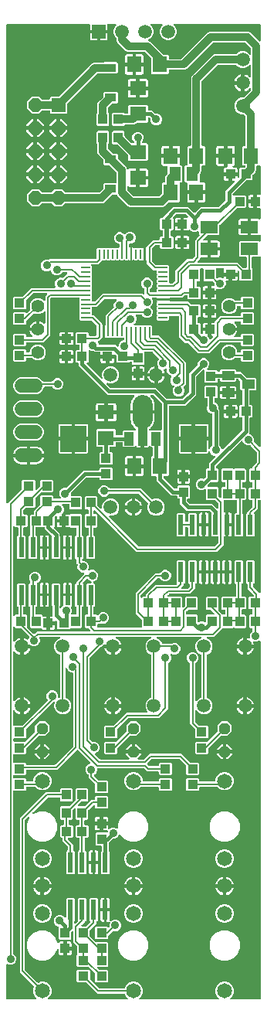
<source format=gbr>
G04 EAGLE Gerber RS-274X export*
G75*
%MOMM*%
%FSLAX34Y34*%
%LPD*%
%INBottom Copper*%
%IPPOS*%
%AMOC8*
5,1,8,0,0,1.08239X$1,22.5*%
G01*
%ADD10C,1.650000*%
%ADD11R,1.000000X0.200000*%
%ADD12R,0.200000X1.000000*%
%ADD13P,1.319650X8X292.500000*%
%ADD14C,1.500000*%
%ADD15R,0.600000X2.200000*%
%ADD16C,1.400000*%
%ADD17R,2.850000X2.850000*%
%ADD18R,1.500000X1.500000*%
%ADD19R,1.900000X1.400000*%
%ADD20R,1.100000X1.000000*%
%ADD21R,1.000000X1.100000*%
%ADD22R,1.524000X1.524000*%
%ADD23P,1.649562X8X292.500000*%
%ADD24R,1.000000X1.500000*%
%ADD25R,1.000000X2.000000*%
%ADD26C,2.200000*%
%ADD27C,1.524000*%
%ADD28R,1.600000X1.800000*%
%ADD29R,1.800000X1.600000*%
%ADD30R,1.300000X1.500000*%
%ADD31R,1.220000X0.910000*%
%ADD32R,1.400000X1.000000*%
%ADD33C,0.203200*%
%ADD34C,0.908000*%
%ADD35C,0.812800*%
%ADD36C,0.508000*%
%ADD37C,0.406400*%
%ADD38C,0.304800*%

G36*
X37815Y5585D02*
X37815Y5585D01*
X37844Y5582D01*
X37955Y5605D01*
X38067Y5621D01*
X38094Y5633D01*
X38123Y5638D01*
X38223Y5691D01*
X38326Y5737D01*
X38349Y5756D01*
X38375Y5769D01*
X38457Y5847D01*
X38543Y5920D01*
X38560Y5945D01*
X38581Y5965D01*
X38638Y6063D01*
X38701Y6157D01*
X38710Y6185D01*
X38725Y6210D01*
X38752Y6320D01*
X38787Y6428D01*
X38788Y6458D01*
X38795Y6486D01*
X38791Y6599D01*
X38794Y6712D01*
X38787Y6741D01*
X38786Y6770D01*
X38751Y6878D01*
X38722Y6987D01*
X38707Y7013D01*
X38698Y7041D01*
X38653Y7104D01*
X38577Y7232D01*
X38531Y7275D01*
X38503Y7314D01*
X36498Y9319D01*
X34971Y13005D01*
X34971Y16995D01*
X35907Y19254D01*
X35908Y19256D01*
X35908Y19257D01*
X35942Y19390D01*
X35978Y19529D01*
X35978Y19531D01*
X35978Y19533D01*
X35974Y19669D01*
X35970Y19814D01*
X35969Y19815D01*
X35969Y19817D01*
X35926Y19950D01*
X35883Y20084D01*
X35882Y20086D01*
X35882Y20087D01*
X35873Y20099D01*
X35725Y20321D01*
X35702Y20340D01*
X35687Y20361D01*
X22140Y33908D01*
X20205Y35842D01*
X20205Y204158D01*
X48842Y232795D01*
X63706Y232795D01*
X63764Y232803D01*
X63822Y232801D01*
X63904Y232823D01*
X63988Y232835D01*
X64041Y232858D01*
X64097Y232873D01*
X64170Y232916D01*
X64247Y232951D01*
X64292Y232989D01*
X64342Y233018D01*
X64400Y233080D01*
X64464Y233134D01*
X64496Y233183D01*
X64536Y233226D01*
X64575Y233301D01*
X64622Y233371D01*
X64639Y233427D01*
X64666Y233479D01*
X64677Y233547D01*
X64707Y233642D01*
X64710Y233742D01*
X64721Y233810D01*
X64721Y236237D01*
X65763Y237279D01*
X77237Y237279D01*
X78279Y236237D01*
X78279Y223763D01*
X77237Y222721D01*
X65763Y222721D01*
X64721Y223763D01*
X64721Y226190D01*
X64713Y226248D01*
X64715Y226306D01*
X64693Y226388D01*
X64681Y226472D01*
X64658Y226525D01*
X64643Y226581D01*
X64600Y226654D01*
X64565Y226731D01*
X64527Y226776D01*
X64498Y226826D01*
X64436Y226884D01*
X64382Y226948D01*
X64333Y226980D01*
X64290Y227020D01*
X64215Y227059D01*
X64145Y227106D01*
X64089Y227123D01*
X64037Y227150D01*
X63969Y227161D01*
X63874Y227191D01*
X63774Y227194D01*
X63706Y227205D01*
X51578Y227205D01*
X51492Y227193D01*
X51404Y227190D01*
X51351Y227173D01*
X51297Y227165D01*
X51217Y227130D01*
X51134Y227103D01*
X51094Y227075D01*
X51037Y227049D01*
X50924Y226953D01*
X50860Y226908D01*
X34651Y210698D01*
X34599Y210630D01*
X34540Y210567D01*
X34514Y210517D01*
X34480Y210471D01*
X34449Y210391D01*
X34410Y210315D01*
X34399Y210259D01*
X34379Y210206D01*
X34372Y210120D01*
X34355Y210036D01*
X34360Y209979D01*
X34355Y209922D01*
X34372Y209838D01*
X34379Y209752D01*
X34400Y209699D01*
X34411Y209644D01*
X34451Y209567D01*
X34481Y209487D01*
X34516Y209442D01*
X34542Y209391D01*
X34601Y209329D01*
X34653Y209260D01*
X34699Y209226D01*
X34738Y209185D01*
X34812Y209142D01*
X34881Y209090D01*
X34934Y209070D01*
X34983Y209041D01*
X35066Y209020D01*
X35147Y208990D01*
X35204Y208985D01*
X35259Y208971D01*
X35344Y208974D01*
X35430Y208967D01*
X35478Y208978D01*
X35543Y208980D01*
X35681Y209025D01*
X35757Y209043D01*
X41716Y211511D01*
X48284Y211511D01*
X54353Y208997D01*
X58997Y204353D01*
X61511Y198284D01*
X61511Y191716D01*
X58997Y185647D01*
X54353Y181003D01*
X48284Y178489D01*
X41716Y178489D01*
X35647Y181003D01*
X31003Y185647D01*
X28489Y191716D01*
X28489Y198284D01*
X30957Y204243D01*
X30979Y204326D01*
X31009Y204406D01*
X31014Y204463D01*
X31028Y204518D01*
X31026Y204604D01*
X31033Y204690D01*
X31022Y204745D01*
X31020Y204802D01*
X30994Y204884D01*
X30977Y204968D01*
X30951Y205019D01*
X30934Y205073D01*
X30886Y205144D01*
X30846Y205221D01*
X30807Y205262D01*
X30775Y205309D01*
X30709Y205364D01*
X30650Y205427D01*
X30601Y205455D01*
X30558Y205492D01*
X30479Y205527D01*
X30405Y205570D01*
X30350Y205584D01*
X30298Y205608D01*
X30213Y205619D01*
X30130Y205641D01*
X30073Y205639D01*
X30016Y205647D01*
X29931Y205634D01*
X29845Y205632D01*
X29791Y205614D01*
X29735Y205606D01*
X29657Y205570D01*
X29575Y205544D01*
X29535Y205515D01*
X29476Y205489D01*
X29365Y205395D01*
X29302Y205349D01*
X26092Y202140D01*
X26040Y202070D01*
X25980Y202006D01*
X25954Y201957D01*
X25921Y201913D01*
X25890Y201831D01*
X25850Y201753D01*
X25842Y201705D01*
X25820Y201647D01*
X25808Y201499D01*
X25795Y201422D01*
X25795Y38578D01*
X25807Y38492D01*
X25810Y38404D01*
X25827Y38351D01*
X25835Y38297D01*
X25870Y38217D01*
X25897Y38134D01*
X25925Y38094D01*
X25951Y38037D01*
X26047Y37924D01*
X26092Y37860D01*
X39639Y24313D01*
X39641Y24312D01*
X39642Y24311D01*
X39755Y24226D01*
X39867Y24142D01*
X39868Y24141D01*
X39869Y24141D01*
X40001Y24091D01*
X40132Y24041D01*
X40134Y24041D01*
X40135Y24040D01*
X40280Y24029D01*
X40416Y24017D01*
X40417Y24018D01*
X40419Y24017D01*
X40434Y24021D01*
X40694Y24073D01*
X40721Y24087D01*
X40746Y24093D01*
X43005Y25029D01*
X46995Y25029D01*
X50681Y23502D01*
X53502Y20681D01*
X55029Y16995D01*
X55029Y13005D01*
X53502Y9319D01*
X51497Y7314D01*
X51479Y7290D01*
X51457Y7271D01*
X51394Y7177D01*
X51326Y7087D01*
X51315Y7059D01*
X51299Y7035D01*
X51265Y6927D01*
X51225Y6821D01*
X51222Y6792D01*
X51213Y6764D01*
X51210Y6650D01*
X51201Y6538D01*
X51207Y6509D01*
X51206Y6480D01*
X51235Y6370D01*
X51257Y6259D01*
X51270Y6233D01*
X51278Y6205D01*
X51336Y6107D01*
X51388Y6007D01*
X51408Y5985D01*
X51423Y5960D01*
X51506Y5883D01*
X51584Y5801D01*
X51609Y5786D01*
X51630Y5766D01*
X51731Y5714D01*
X51829Y5657D01*
X51857Y5650D01*
X51883Y5636D01*
X51961Y5623D01*
X52104Y5587D01*
X52167Y5589D01*
X52215Y5581D01*
X137785Y5581D01*
X137815Y5585D01*
X137844Y5582D01*
X137955Y5605D01*
X138067Y5621D01*
X138094Y5633D01*
X138123Y5638D01*
X138223Y5691D01*
X138326Y5737D01*
X138349Y5756D01*
X138375Y5769D01*
X138457Y5847D01*
X138543Y5920D01*
X138560Y5945D01*
X138581Y5965D01*
X138638Y6063D01*
X138701Y6157D01*
X138710Y6185D01*
X138725Y6210D01*
X138752Y6320D01*
X138787Y6428D01*
X138788Y6458D01*
X138795Y6486D01*
X138791Y6599D01*
X138794Y6712D01*
X138787Y6741D01*
X138786Y6770D01*
X138751Y6878D01*
X138722Y6987D01*
X138707Y7013D01*
X138698Y7041D01*
X138653Y7104D01*
X138577Y7232D01*
X138531Y7275D01*
X138503Y7314D01*
X136498Y9319D01*
X135562Y11579D01*
X135561Y11580D01*
X135561Y11581D01*
X135489Y11702D01*
X135418Y11823D01*
X135417Y11824D01*
X135416Y11826D01*
X135312Y11923D01*
X135211Y12019D01*
X135210Y12019D01*
X135208Y12020D01*
X135083Y12085D01*
X134958Y12149D01*
X134957Y12149D01*
X134955Y12150D01*
X134940Y12152D01*
X134679Y12204D01*
X134649Y12201D01*
X134624Y12205D01*
X105342Y12205D01*
X93124Y24424D01*
X93054Y24476D01*
X92990Y24536D01*
X92941Y24562D01*
X92897Y24595D01*
X92815Y24626D01*
X92737Y24666D01*
X92689Y24674D01*
X92631Y24696D01*
X92483Y24708D01*
X92406Y24721D01*
X83763Y24721D01*
X82721Y25763D01*
X82721Y37237D01*
X83763Y38279D01*
X96237Y38279D01*
X97279Y37237D01*
X97279Y28594D01*
X97291Y28508D01*
X97294Y28420D01*
X97311Y28367D01*
X97319Y28313D01*
X97354Y28233D01*
X97381Y28150D01*
X97409Y28110D01*
X97435Y28053D01*
X97531Y27940D01*
X97576Y27876D01*
X107360Y18092D01*
X107430Y18040D01*
X107494Y17980D01*
X107543Y17954D01*
X107587Y17921D01*
X107669Y17890D01*
X107747Y17850D01*
X107795Y17842D01*
X107853Y17820D01*
X108001Y17808D01*
X108078Y17795D01*
X134624Y17795D01*
X134626Y17795D01*
X134627Y17795D01*
X134767Y17815D01*
X134906Y17835D01*
X134907Y17835D01*
X134909Y17835D01*
X135035Y17892D01*
X135165Y17951D01*
X135166Y17952D01*
X135168Y17953D01*
X135275Y18044D01*
X135382Y18134D01*
X135383Y18136D01*
X135384Y18137D01*
X135392Y18150D01*
X135540Y18371D01*
X135549Y18400D01*
X135562Y18421D01*
X136498Y20681D01*
X139319Y23502D01*
X143005Y25029D01*
X146995Y25029D01*
X150681Y23502D01*
X153502Y20681D01*
X155029Y16995D01*
X155029Y13005D01*
X153502Y9319D01*
X151497Y7314D01*
X151479Y7290D01*
X151457Y7271D01*
X151394Y7177D01*
X151326Y7087D01*
X151315Y7059D01*
X151299Y7035D01*
X151265Y6927D01*
X151225Y6821D01*
X151222Y6792D01*
X151213Y6764D01*
X151210Y6650D01*
X151201Y6538D01*
X151207Y6509D01*
X151206Y6480D01*
X151235Y6370D01*
X151257Y6259D01*
X151270Y6233D01*
X151278Y6205D01*
X151336Y6107D01*
X151388Y6007D01*
X151408Y5985D01*
X151423Y5960D01*
X151506Y5883D01*
X151584Y5801D01*
X151609Y5786D01*
X151630Y5766D01*
X151731Y5714D01*
X151829Y5657D01*
X151857Y5650D01*
X151883Y5636D01*
X151961Y5623D01*
X152104Y5587D01*
X152167Y5589D01*
X152215Y5581D01*
X237785Y5581D01*
X237815Y5585D01*
X237844Y5582D01*
X237955Y5605D01*
X238067Y5621D01*
X238094Y5633D01*
X238123Y5638D01*
X238223Y5691D01*
X238326Y5737D01*
X238349Y5756D01*
X238375Y5769D01*
X238457Y5847D01*
X238543Y5920D01*
X238560Y5945D01*
X238581Y5965D01*
X238638Y6063D01*
X238701Y6157D01*
X238710Y6185D01*
X238725Y6210D01*
X238752Y6320D01*
X238787Y6428D01*
X238788Y6458D01*
X238795Y6486D01*
X238791Y6599D01*
X238794Y6712D01*
X238787Y6741D01*
X238786Y6770D01*
X238751Y6878D01*
X238722Y6987D01*
X238707Y7013D01*
X238698Y7041D01*
X238653Y7104D01*
X238577Y7232D01*
X238531Y7275D01*
X238503Y7314D01*
X236498Y9319D01*
X234971Y13005D01*
X234971Y16995D01*
X236498Y20681D01*
X239319Y23502D01*
X243005Y25029D01*
X246995Y25029D01*
X250681Y23502D01*
X253502Y20681D01*
X255029Y16995D01*
X255029Y13005D01*
X253502Y9319D01*
X251497Y7314D01*
X251479Y7290D01*
X251457Y7271D01*
X251394Y7177D01*
X251326Y7087D01*
X251315Y7059D01*
X251299Y7035D01*
X251265Y6927D01*
X251225Y6821D01*
X251222Y6792D01*
X251213Y6764D01*
X251210Y6650D01*
X251201Y6538D01*
X251207Y6509D01*
X251206Y6480D01*
X251235Y6370D01*
X251257Y6259D01*
X251270Y6233D01*
X251278Y6205D01*
X251336Y6107D01*
X251388Y6007D01*
X251408Y5985D01*
X251423Y5960D01*
X251506Y5883D01*
X251584Y5801D01*
X251609Y5786D01*
X251630Y5766D01*
X251731Y5714D01*
X251829Y5657D01*
X251857Y5650D01*
X251883Y5636D01*
X251961Y5623D01*
X252104Y5587D01*
X252167Y5589D01*
X252215Y5581D01*
X283404Y5581D01*
X283462Y5589D01*
X283520Y5587D01*
X283602Y5609D01*
X283686Y5621D01*
X283739Y5644D01*
X283795Y5659D01*
X283868Y5702D01*
X283945Y5737D01*
X283990Y5775D01*
X284040Y5804D01*
X284098Y5866D01*
X284162Y5920D01*
X284194Y5969D01*
X284234Y6012D01*
X284273Y6087D01*
X284320Y6157D01*
X284337Y6213D01*
X284364Y6265D01*
X284375Y6333D01*
X284405Y6428D01*
X284408Y6528D01*
X284419Y6596D01*
X284419Y398032D01*
X284415Y398061D01*
X284418Y398091D01*
X284395Y398202D01*
X284379Y398314D01*
X284367Y398340D01*
X284362Y398369D01*
X284310Y398470D01*
X284263Y398573D01*
X284244Y398596D01*
X284231Y398622D01*
X284153Y398704D01*
X284080Y398790D01*
X284055Y398806D01*
X284035Y398828D01*
X283937Y398885D01*
X283843Y398948D01*
X283815Y398957D01*
X283790Y398971D01*
X283680Y398999D01*
X283572Y399033D01*
X283543Y399034D01*
X283514Y399041D01*
X283401Y399038D01*
X283288Y399041D01*
X283259Y399033D01*
X283230Y399032D01*
X283122Y398998D01*
X283013Y398969D01*
X282987Y398954D01*
X282959Y398945D01*
X282896Y398899D01*
X282768Y398824D01*
X282725Y398778D01*
X282686Y398750D01*
X282579Y398643D01*
X280257Y397681D01*
X277743Y397681D01*
X277517Y397775D01*
X277450Y397792D01*
X277386Y397819D01*
X277313Y397827D01*
X277242Y397846D01*
X277173Y397844D01*
X277104Y397852D01*
X277031Y397840D01*
X276958Y397838D01*
X276892Y397817D01*
X276823Y397805D01*
X276757Y397774D01*
X276687Y397751D01*
X276629Y397713D01*
X276567Y397683D01*
X276512Y397634D01*
X276451Y397593D01*
X276406Y397540D01*
X276354Y397494D01*
X276315Y397432D01*
X276268Y397375D01*
X276240Y397312D01*
X276203Y397254D01*
X276182Y397183D01*
X276152Y397116D01*
X276143Y397047D01*
X276123Y396981D01*
X276123Y396907D01*
X276113Y396834D01*
X276123Y396765D01*
X276123Y396696D01*
X276142Y396637D01*
X276154Y396553D01*
X276201Y396447D01*
X276224Y396376D01*
X276334Y396159D01*
X276798Y394732D01*
X276830Y394531D01*
X269531Y394531D01*
X269531Y401830D01*
X269732Y401798D01*
X271159Y401334D01*
X271376Y401224D01*
X271441Y401201D01*
X271503Y401170D01*
X271575Y401155D01*
X271645Y401132D01*
X271714Y401128D01*
X271782Y401115D01*
X271855Y401121D01*
X271929Y401117D01*
X271996Y401133D01*
X272065Y401139D01*
X272134Y401166D01*
X272206Y401183D01*
X272266Y401216D01*
X272330Y401241D01*
X272389Y401286D01*
X272453Y401322D01*
X272502Y401371D01*
X272557Y401413D01*
X272601Y401472D01*
X272653Y401524D01*
X272686Y401585D01*
X272727Y401641D01*
X272753Y401710D01*
X272788Y401774D01*
X272803Y401842D01*
X272828Y401907D01*
X272834Y401980D01*
X272849Y402052D01*
X272845Y402121D01*
X272850Y402190D01*
X272836Y402250D01*
X272831Y402336D01*
X272792Y402444D01*
X272775Y402517D01*
X272681Y402743D01*
X272681Y405257D01*
X273643Y407579D01*
X275408Y409344D01*
X275460Y409414D01*
X275520Y409478D01*
X275546Y409527D01*
X275579Y409571D01*
X275610Y409653D01*
X275650Y409731D01*
X275658Y409778D01*
X275680Y409837D01*
X275692Y409985D01*
X275705Y410062D01*
X275705Y411706D01*
X275698Y411760D01*
X275699Y411797D01*
X275698Y411799D01*
X275699Y411822D01*
X275677Y411904D01*
X275665Y411988D01*
X275642Y412041D01*
X275627Y412097D01*
X275584Y412170D01*
X275549Y412247D01*
X275511Y412292D01*
X275482Y412342D01*
X275420Y412400D01*
X275366Y412464D01*
X275317Y412496D01*
X275274Y412536D01*
X275199Y412575D01*
X275129Y412622D01*
X275073Y412639D01*
X275021Y412666D01*
X274953Y412677D01*
X274858Y412707D01*
X274758Y412710D01*
X274690Y412721D01*
X272763Y412721D01*
X271721Y413763D01*
X271721Y426237D01*
X272763Y427279D01*
X274690Y427279D01*
X274748Y427287D01*
X274806Y427285D01*
X274888Y427307D01*
X274972Y427319D01*
X275025Y427342D01*
X275081Y427357D01*
X275154Y427400D01*
X275231Y427435D01*
X275276Y427473D01*
X275326Y427502D01*
X275384Y427564D01*
X275448Y427618D01*
X275480Y427667D01*
X275520Y427710D01*
X275559Y427785D01*
X275606Y427855D01*
X275623Y427911D01*
X275650Y427963D01*
X275661Y428031D01*
X275691Y428126D01*
X275694Y428226D01*
X275705Y428294D01*
X275705Y432206D01*
X275697Y432264D01*
X275699Y432322D01*
X275677Y432404D01*
X275665Y432488D01*
X275642Y432541D01*
X275627Y432597D01*
X275584Y432670D01*
X275549Y432747D01*
X275511Y432792D01*
X275482Y432842D01*
X275420Y432900D01*
X275366Y432964D01*
X275317Y432996D01*
X275274Y433036D01*
X275199Y433075D01*
X275129Y433122D01*
X275073Y433139D01*
X275021Y433166D01*
X274953Y433177D01*
X274858Y433207D01*
X274758Y433210D01*
X274690Y433221D01*
X272263Y433221D01*
X271221Y434263D01*
X271221Y445737D01*
X272263Y446779D01*
X276190Y446779D01*
X276248Y446787D01*
X276306Y446785D01*
X276388Y446807D01*
X276472Y446819D01*
X276525Y446842D01*
X276581Y446857D01*
X276654Y446900D01*
X276731Y446935D01*
X276776Y446973D01*
X276826Y447002D01*
X276884Y447064D01*
X276948Y447118D01*
X276980Y447167D01*
X277020Y447210D01*
X277059Y447285D01*
X277106Y447355D01*
X277123Y447411D01*
X277150Y447463D01*
X277161Y447531D01*
X277191Y447626D01*
X277194Y447726D01*
X277205Y447794D01*
X277205Y448422D01*
X277193Y448508D01*
X277190Y448596D01*
X277173Y448649D01*
X277165Y448703D01*
X277130Y448783D01*
X277103Y448866D01*
X277075Y448906D01*
X277049Y448963D01*
X276953Y449076D01*
X276908Y449140D01*
X270305Y455742D01*
X270305Y460206D01*
X270297Y460264D01*
X270299Y460322D01*
X270277Y460404D01*
X270265Y460488D01*
X270242Y460541D01*
X270227Y460597D01*
X270184Y460670D01*
X270149Y460747D01*
X270111Y460792D01*
X270082Y460842D01*
X270020Y460900D01*
X269966Y460964D01*
X269917Y460996D01*
X269874Y461036D01*
X269799Y461075D01*
X269729Y461122D01*
X269673Y461139D01*
X269621Y461166D01*
X269553Y461177D01*
X269458Y461207D01*
X269375Y461209D01*
X268321Y462263D01*
X268321Y485737D01*
X269363Y486779D01*
X276837Y486779D01*
X277879Y485737D01*
X277879Y462263D01*
X276829Y461214D01*
X276794Y461215D01*
X276712Y461193D01*
X276628Y461181D01*
X276575Y461158D01*
X276519Y461143D01*
X276446Y461100D01*
X276369Y461065D01*
X276324Y461027D01*
X276274Y460998D01*
X276216Y460936D01*
X276152Y460882D01*
X276120Y460833D01*
X276080Y460790D01*
X276041Y460715D01*
X275994Y460645D01*
X275977Y460589D01*
X275950Y460537D01*
X275939Y460469D01*
X275909Y460374D01*
X275906Y460274D01*
X275895Y460206D01*
X275895Y458478D01*
X275907Y458392D01*
X275910Y458304D01*
X275927Y458251D01*
X275935Y458197D01*
X275970Y458117D01*
X275997Y458034D01*
X276025Y457994D01*
X276051Y457937D01*
X276147Y457824D01*
X276192Y457760D01*
X280860Y453092D01*
X282686Y451266D01*
X282710Y451249D01*
X282729Y451226D01*
X282823Y451163D01*
X282913Y451095D01*
X282941Y451085D01*
X282965Y451069D01*
X283073Y451034D01*
X283179Y450994D01*
X283208Y450992D01*
X283236Y450983D01*
X283350Y450980D01*
X283462Y450971D01*
X283491Y450976D01*
X283520Y450976D01*
X283630Y451004D01*
X283741Y451026D01*
X283767Y451040D01*
X283795Y451047D01*
X283893Y451105D01*
X283993Y451157D01*
X284015Y451178D01*
X284040Y451193D01*
X284117Y451275D01*
X284199Y451353D01*
X284214Y451379D01*
X284234Y451400D01*
X284286Y451501D01*
X284343Y451598D01*
X284350Y451627D01*
X284364Y451653D01*
X284377Y451730D01*
X284413Y451874D01*
X284411Y451936D01*
X284419Y451984D01*
X284419Y552206D01*
X284411Y552264D01*
X284413Y552322D01*
X284391Y552404D01*
X284379Y552488D01*
X284356Y552541D01*
X284341Y552597D01*
X284298Y552670D01*
X284263Y552747D01*
X284225Y552792D01*
X284196Y552842D01*
X284134Y552900D01*
X284080Y552964D01*
X284031Y552996D01*
X283988Y553036D01*
X283913Y553075D01*
X283843Y553122D01*
X283787Y553139D01*
X283735Y553166D01*
X283667Y553177D01*
X283572Y553207D01*
X283472Y553210D01*
X283404Y553221D01*
X282310Y553221D01*
X282252Y553213D01*
X282194Y553215D01*
X282112Y553193D01*
X282028Y553181D01*
X281975Y553158D01*
X281919Y553143D01*
X281846Y553100D01*
X281769Y553065D01*
X281724Y553027D01*
X281674Y552998D01*
X281616Y552936D01*
X281552Y552882D01*
X281520Y552833D01*
X281480Y552790D01*
X281441Y552715D01*
X281394Y552645D01*
X281377Y552589D01*
X281350Y552537D01*
X281339Y552469D01*
X281309Y552374D01*
X281306Y552274D01*
X281295Y552206D01*
X281295Y543342D01*
X277502Y539549D01*
X277467Y539503D01*
X277424Y539462D01*
X277382Y539390D01*
X277331Y539322D01*
X277310Y539268D01*
X277281Y539217D01*
X277260Y539135D01*
X277230Y539057D01*
X277225Y538998D01*
X277210Y538942D01*
X277213Y538857D01*
X277206Y538773D01*
X277218Y538716D01*
X277219Y538658D01*
X277245Y538577D01*
X277262Y538495D01*
X277289Y538443D01*
X277307Y538387D01*
X277347Y538331D01*
X277393Y538242D01*
X277462Y538170D01*
X277502Y538114D01*
X277879Y537737D01*
X277879Y514263D01*
X276837Y513221D01*
X269363Y513221D01*
X268321Y514263D01*
X268321Y537737D01*
X269371Y538786D01*
X269406Y538785D01*
X269488Y538807D01*
X269572Y538819D01*
X269625Y538842D01*
X269681Y538857D01*
X269754Y538900D01*
X269831Y538935D01*
X269876Y538973D01*
X269926Y539002D01*
X269984Y539064D01*
X270048Y539118D01*
X270080Y539167D01*
X270120Y539210D01*
X270159Y539285D01*
X270206Y539355D01*
X270223Y539411D01*
X270250Y539463D01*
X270261Y539531D01*
X270291Y539626D01*
X270294Y539726D01*
X270305Y539794D01*
X270305Y540258D01*
X275408Y545360D01*
X275460Y545430D01*
X275520Y545494D01*
X275546Y545543D01*
X275579Y545587D01*
X275610Y545669D01*
X275650Y545747D01*
X275658Y545795D01*
X275680Y545853D01*
X275692Y546001D01*
X275705Y546078D01*
X275705Y552206D01*
X275697Y552264D01*
X275699Y552322D01*
X275677Y552404D01*
X275665Y552488D01*
X275642Y552541D01*
X275627Y552597D01*
X275584Y552670D01*
X275549Y552747D01*
X275511Y552792D01*
X275482Y552842D01*
X275420Y552900D01*
X275366Y552964D01*
X275317Y552996D01*
X275274Y553036D01*
X275199Y553075D01*
X275129Y553122D01*
X275073Y553139D01*
X275021Y553166D01*
X274953Y553177D01*
X274858Y553207D01*
X274758Y553210D01*
X274690Y553221D01*
X272263Y553221D01*
X271221Y554263D01*
X271221Y565737D01*
X272263Y566779D01*
X274690Y566779D01*
X274748Y566787D01*
X274806Y566785D01*
X274888Y566807D01*
X274972Y566819D01*
X275025Y566842D01*
X275081Y566857D01*
X275154Y566900D01*
X275231Y566935D01*
X275276Y566973D01*
X275326Y567002D01*
X275384Y567064D01*
X275448Y567118D01*
X275480Y567167D01*
X275520Y567210D01*
X275559Y567285D01*
X275606Y567355D01*
X275623Y567411D01*
X275650Y567463D01*
X275661Y567531D01*
X275691Y567626D01*
X275694Y567726D01*
X275705Y567794D01*
X275705Y571706D01*
X275697Y571764D01*
X275699Y571822D01*
X275677Y571904D01*
X275665Y571988D01*
X275642Y572041D01*
X275627Y572097D01*
X275584Y572170D01*
X275549Y572247D01*
X275511Y572292D01*
X275482Y572342D01*
X275420Y572400D01*
X275366Y572464D01*
X275317Y572496D01*
X275274Y572536D01*
X275199Y572575D01*
X275129Y572622D01*
X275073Y572639D01*
X275021Y572666D01*
X274953Y572677D01*
X274858Y572707D01*
X274758Y572710D01*
X274690Y572721D01*
X272763Y572721D01*
X271721Y573763D01*
X271721Y586237D01*
X272763Y587279D01*
X274690Y587279D01*
X274748Y587287D01*
X274806Y587285D01*
X274888Y587307D01*
X274972Y587319D01*
X275025Y587342D01*
X275081Y587357D01*
X275154Y587400D01*
X275231Y587435D01*
X275276Y587473D01*
X275326Y587502D01*
X275384Y587564D01*
X275448Y587618D01*
X275480Y587667D01*
X275520Y587710D01*
X275559Y587785D01*
X275606Y587855D01*
X275623Y587911D01*
X275650Y587963D01*
X275661Y588031D01*
X275691Y588126D01*
X275694Y588226D01*
X275705Y588294D01*
X275705Y589658D01*
X280312Y594264D01*
X280364Y594334D01*
X280424Y594398D01*
X280450Y594447D01*
X280483Y594491D01*
X280514Y594573D01*
X280554Y594651D01*
X280562Y594699D01*
X280584Y594757D01*
X280596Y594905D01*
X280609Y594982D01*
X280609Y605018D01*
X280597Y605104D01*
X280594Y605192D01*
X280577Y605245D01*
X280569Y605299D01*
X280534Y605379D01*
X280507Y605462D01*
X280479Y605502D01*
X280453Y605559D01*
X280357Y605672D01*
X280312Y605736D01*
X273605Y612443D01*
X273604Y612444D01*
X273603Y612445D01*
X273521Y612506D01*
X273511Y612515D01*
X273503Y612519D01*
X273489Y612530D01*
X273378Y612613D01*
X273376Y612614D01*
X273375Y612615D01*
X273245Y612664D01*
X273112Y612715D01*
X273111Y612715D01*
X273109Y612715D01*
X272971Y612726D01*
X272829Y612738D01*
X272827Y612738D01*
X272826Y612738D01*
X272811Y612735D01*
X272550Y612682D01*
X272523Y612668D01*
X272499Y612663D01*
X272341Y612597D01*
X269827Y612597D01*
X267505Y613559D01*
X265727Y615337D01*
X264844Y617469D01*
X264785Y617568D01*
X264733Y617670D01*
X264713Y617690D01*
X264699Y617714D01*
X264616Y617793D01*
X264537Y617876D01*
X264513Y617890D01*
X264493Y617909D01*
X264391Y617962D01*
X264291Y618020D01*
X264265Y618027D01*
X264240Y618040D01*
X264127Y618062D01*
X264016Y618090D01*
X263988Y618089D01*
X263961Y618095D01*
X263847Y618085D01*
X263732Y618081D01*
X263705Y618073D01*
X263678Y618070D01*
X263571Y618029D01*
X263461Y617994D01*
X263441Y617979D01*
X263412Y617968D01*
X263200Y617807D01*
X263188Y617799D01*
X235608Y590219D01*
X235556Y590149D01*
X235496Y590085D01*
X235470Y590036D01*
X235437Y589992D01*
X235406Y589910D01*
X235366Y589832D01*
X235358Y589785D01*
X235336Y589726D01*
X235324Y589578D01*
X235311Y589501D01*
X235311Y588294D01*
X235318Y588242D01*
X235317Y588218D01*
X235318Y588214D01*
X235317Y588178D01*
X235339Y588096D01*
X235351Y588012D01*
X235374Y587959D01*
X235389Y587903D01*
X235432Y587830D01*
X235467Y587753D01*
X235505Y587708D01*
X235534Y587658D01*
X235596Y587600D01*
X235650Y587536D01*
X235699Y587504D01*
X235742Y587464D01*
X235817Y587425D01*
X235887Y587378D01*
X235943Y587361D01*
X235995Y587334D01*
X236063Y587323D01*
X236158Y587293D01*
X236258Y587290D01*
X236326Y587279D01*
X237237Y587279D01*
X238279Y586237D01*
X238279Y573763D01*
X237237Y572721D01*
X230031Y572721D01*
X229944Y572709D01*
X229857Y572706D01*
X229804Y572689D01*
X229749Y572681D01*
X229670Y572646D01*
X229586Y572619D01*
X229547Y572591D01*
X229490Y572565D01*
X229377Y572469D01*
X229313Y572424D01*
X226616Y569727D01*
X226564Y569657D01*
X226504Y569593D01*
X226478Y569544D01*
X226445Y569500D01*
X226414Y569418D01*
X226374Y569340D01*
X226366Y569293D01*
X226344Y569234D01*
X226332Y569086D01*
X226319Y569009D01*
X226319Y568743D01*
X226294Y568683D01*
X226265Y568572D01*
X226230Y568462D01*
X226230Y568434D01*
X226223Y568407D01*
X226226Y568293D01*
X226223Y568178D01*
X226230Y568151D01*
X226231Y568123D01*
X226266Y568014D01*
X226295Y567903D01*
X226309Y567879D01*
X226317Y567852D01*
X226381Y567757D01*
X226440Y567658D01*
X226460Y567639D01*
X226476Y567616D01*
X226564Y567542D01*
X226647Y567464D01*
X226672Y567451D01*
X226693Y567433D01*
X226798Y567387D01*
X226901Y567334D01*
X226925Y567330D01*
X226953Y567318D01*
X227217Y567281D01*
X227232Y567279D01*
X237237Y567279D01*
X238279Y566237D01*
X238279Y557594D01*
X238291Y557508D01*
X238294Y557420D01*
X238311Y557367D01*
X238319Y557313D01*
X238354Y557233D01*
X238381Y557150D01*
X238409Y557110D01*
X238435Y557053D01*
X238531Y556940D01*
X238576Y556876D01*
X239988Y555464D01*
X240012Y555447D01*
X240031Y555424D01*
X240125Y555361D01*
X240215Y555293D01*
X240243Y555283D01*
X240267Y555267D01*
X240375Y555232D01*
X240481Y555192D01*
X240510Y555190D01*
X240538Y555181D01*
X240652Y555178D01*
X240764Y555169D01*
X240793Y555174D01*
X240822Y555174D01*
X240932Y555202D01*
X241043Y555224D01*
X241069Y555238D01*
X241097Y555245D01*
X241195Y555303D01*
X241295Y555355D01*
X241317Y555376D01*
X241342Y555391D01*
X241419Y555473D01*
X241501Y555551D01*
X241516Y555577D01*
X241536Y555598D01*
X241588Y555699D01*
X241645Y555796D01*
X241652Y555825D01*
X241666Y555851D01*
X241679Y555928D01*
X241715Y556072D01*
X241713Y556134D01*
X241721Y556182D01*
X241721Y566237D01*
X242763Y567279D01*
X244690Y567279D01*
X244748Y567287D01*
X244806Y567285D01*
X244888Y567307D01*
X244972Y567319D01*
X245025Y567342D01*
X245081Y567357D01*
X245154Y567400D01*
X245231Y567435D01*
X245276Y567473D01*
X245326Y567502D01*
X245384Y567564D01*
X245448Y567618D01*
X245480Y567667D01*
X245520Y567710D01*
X245559Y567785D01*
X245606Y567855D01*
X245623Y567911D01*
X245650Y567963D01*
X245661Y568031D01*
X245691Y568126D01*
X245694Y568226D01*
X245705Y568294D01*
X245705Y571706D01*
X245697Y571764D01*
X245699Y571822D01*
X245677Y571904D01*
X245665Y571988D01*
X245642Y572041D01*
X245627Y572097D01*
X245584Y572170D01*
X245549Y572247D01*
X245511Y572292D01*
X245482Y572342D01*
X245420Y572400D01*
X245366Y572464D01*
X245317Y572496D01*
X245274Y572536D01*
X245199Y572575D01*
X245129Y572622D01*
X245073Y572639D01*
X245021Y572666D01*
X244953Y572677D01*
X244858Y572707D01*
X244758Y572710D01*
X244690Y572721D01*
X242763Y572721D01*
X241721Y573763D01*
X241721Y586237D01*
X242763Y587279D01*
X254237Y587279D01*
X254282Y587233D01*
X254329Y587198D01*
X254369Y587156D01*
X254442Y587113D01*
X254509Y587063D01*
X254564Y587042D01*
X254614Y587012D01*
X254696Y586991D01*
X254775Y586961D01*
X254833Y586956D01*
X254890Y586942D01*
X254974Y586945D01*
X255058Y586938D01*
X255116Y586949D01*
X255174Y586951D01*
X255254Y586977D01*
X255337Y586994D01*
X255389Y587021D01*
X255445Y587039D01*
X255501Y587079D01*
X255589Y587125D01*
X255662Y587193D01*
X255718Y587233D01*
X255763Y587279D01*
X267237Y587279D01*
X268279Y586237D01*
X268279Y573763D01*
X267237Y572721D01*
X265310Y572721D01*
X265252Y572713D01*
X265194Y572715D01*
X265112Y572693D01*
X265028Y572681D01*
X264975Y572658D01*
X264919Y572643D01*
X264846Y572600D01*
X264769Y572565D01*
X264724Y572527D01*
X264674Y572498D01*
X264616Y572436D01*
X264552Y572382D01*
X264520Y572333D01*
X264480Y572290D01*
X264441Y572215D01*
X264394Y572145D01*
X264377Y572089D01*
X264350Y572037D01*
X264339Y571969D01*
X264309Y571874D01*
X264306Y571774D01*
X264295Y571706D01*
X264295Y567794D01*
X264303Y567736D01*
X264301Y567678D01*
X264323Y567596D01*
X264335Y567512D01*
X264358Y567459D01*
X264373Y567403D01*
X264416Y567330D01*
X264451Y567253D01*
X264489Y567208D01*
X264518Y567158D01*
X264580Y567100D01*
X264634Y567036D01*
X264683Y567004D01*
X264726Y566964D01*
X264801Y566925D01*
X264871Y566878D01*
X264927Y566861D01*
X264979Y566834D01*
X265047Y566823D01*
X265142Y566793D01*
X265242Y566790D01*
X265310Y566779D01*
X267737Y566779D01*
X268779Y565737D01*
X268779Y554263D01*
X267737Y553221D01*
X265310Y553221D01*
X265252Y553213D01*
X265194Y553215D01*
X265112Y553193D01*
X265028Y553181D01*
X264975Y553158D01*
X264919Y553143D01*
X264846Y553100D01*
X264769Y553065D01*
X264724Y553027D01*
X264674Y552998D01*
X264616Y552936D01*
X264552Y552882D01*
X264520Y552833D01*
X264480Y552790D01*
X264441Y552715D01*
X264394Y552645D01*
X264377Y552589D01*
X264350Y552537D01*
X264339Y552469D01*
X264309Y552374D01*
X264306Y552274D01*
X264295Y552206D01*
X264295Y539041D01*
X264307Y538955D01*
X264310Y538867D01*
X264327Y538815D01*
X264335Y538760D01*
X264370Y538680D01*
X264397Y538597D01*
X264425Y538558D01*
X264451Y538500D01*
X264547Y538387D01*
X264592Y538323D01*
X265179Y537737D01*
X265179Y514263D01*
X264137Y513221D01*
X256663Y513221D01*
X255621Y514263D01*
X255621Y537737D01*
X256663Y538779D01*
X257690Y538779D01*
X257748Y538787D01*
X257806Y538785D01*
X257888Y538807D01*
X257972Y538819D01*
X258025Y538842D01*
X258081Y538857D01*
X258154Y538900D01*
X258231Y538935D01*
X258276Y538973D01*
X258326Y539002D01*
X258384Y539064D01*
X258448Y539118D01*
X258480Y539167D01*
X258520Y539210D01*
X258559Y539285D01*
X258606Y539355D01*
X258623Y539411D01*
X258650Y539463D01*
X258661Y539531D01*
X258691Y539626D01*
X258694Y539726D01*
X258705Y539794D01*
X258705Y552206D01*
X258697Y552264D01*
X258699Y552322D01*
X258677Y552404D01*
X258665Y552488D01*
X258642Y552541D01*
X258627Y552597D01*
X258584Y552670D01*
X258549Y552747D01*
X258511Y552792D01*
X258482Y552842D01*
X258420Y552900D01*
X258366Y552964D01*
X258317Y552996D01*
X258274Y553036D01*
X258199Y553075D01*
X258129Y553122D01*
X258073Y553139D01*
X258021Y553166D01*
X257953Y553177D01*
X257858Y553207D01*
X257758Y553210D01*
X257690Y553221D01*
X255157Y553221D01*
X255071Y553209D01*
X254983Y553206D01*
X254931Y553189D01*
X254876Y553181D01*
X254796Y553146D01*
X254713Y553119D01*
X254674Y553091D01*
X254616Y553065D01*
X254503Y552969D01*
X254439Y552924D01*
X254237Y552721D01*
X244858Y552721D01*
X244800Y552713D01*
X244742Y552715D01*
X244660Y552693D01*
X244576Y552681D01*
X244523Y552658D01*
X244467Y552643D01*
X244394Y552600D01*
X244317Y552565D01*
X244272Y552527D01*
X244222Y552498D01*
X244164Y552436D01*
X244100Y552382D01*
X244068Y552333D01*
X244028Y552290D01*
X243989Y552215D01*
X243942Y552145D01*
X243925Y552089D01*
X243898Y552037D01*
X243887Y551969D01*
X243857Y551874D01*
X243854Y551774D01*
X243843Y551706D01*
X243843Y540048D01*
X243851Y539990D01*
X243849Y539932D01*
X243871Y539850D01*
X243883Y539766D01*
X243906Y539713D01*
X243921Y539657D01*
X243964Y539584D01*
X243999Y539507D01*
X244037Y539462D01*
X244066Y539412D01*
X244128Y539354D01*
X244182Y539290D01*
X244231Y539258D01*
X244274Y539218D01*
X244349Y539179D01*
X244419Y539132D01*
X244475Y539115D01*
X244527Y539088D01*
X244595Y539077D01*
X244690Y539047D01*
X244790Y539044D01*
X244858Y539033D01*
X246201Y539033D01*
X246201Y526484D01*
X246209Y526426D01*
X246207Y526368D01*
X246229Y526286D01*
X246241Y526203D01*
X246264Y526149D01*
X246279Y526093D01*
X246322Y526020D01*
X246331Y526001D01*
X246300Y525955D01*
X246283Y525899D01*
X246256Y525847D01*
X246245Y525779D01*
X246215Y525684D01*
X246212Y525584D01*
X246201Y525516D01*
X246201Y512967D01*
X244858Y512967D01*
X244800Y512959D01*
X244742Y512961D01*
X244660Y512939D01*
X244576Y512927D01*
X244523Y512904D01*
X244467Y512889D01*
X244394Y512846D01*
X244317Y512811D01*
X244272Y512773D01*
X244222Y512744D01*
X244164Y512682D01*
X244100Y512628D01*
X244068Y512579D01*
X244028Y512536D01*
X243989Y512461D01*
X243942Y512391D01*
X243925Y512335D01*
X243898Y512283D01*
X243887Y512215D01*
X243857Y512120D01*
X243854Y512020D01*
X243843Y511952D01*
X243843Y503890D01*
X236158Y496205D01*
X148342Y496205D01*
X146408Y498140D01*
X103028Y541520D01*
X103004Y541537D01*
X102985Y541560D01*
X102891Y541623D01*
X102801Y541691D01*
X102773Y541701D01*
X102749Y541717D01*
X102641Y541752D01*
X102535Y541792D01*
X102506Y541794D01*
X102478Y541803D01*
X102364Y541806D01*
X102252Y541815D01*
X102223Y541810D01*
X102194Y541810D01*
X102084Y541782D01*
X101973Y541760D01*
X101947Y541746D01*
X101919Y541739D01*
X101821Y541681D01*
X101721Y541629D01*
X101699Y541608D01*
X101674Y541593D01*
X101597Y541511D01*
X101515Y541433D01*
X101500Y541407D01*
X101480Y541386D01*
X101428Y541285D01*
X101371Y541188D01*
X101364Y541159D01*
X101350Y541133D01*
X101337Y541056D01*
X101301Y540912D01*
X101303Y540850D01*
X101295Y540802D01*
X101295Y538294D01*
X101303Y538236D01*
X101301Y538178D01*
X101323Y538096D01*
X101335Y538012D01*
X101358Y537959D01*
X101373Y537903D01*
X101416Y537830D01*
X101451Y537753D01*
X101489Y537708D01*
X101518Y537658D01*
X101580Y537600D01*
X101634Y537536D01*
X101683Y537504D01*
X101726Y537464D01*
X101801Y537425D01*
X101871Y537378D01*
X101927Y537361D01*
X101979Y537334D01*
X102047Y537323D01*
X102142Y537293D01*
X102242Y537290D01*
X102310Y537279D01*
X104237Y537279D01*
X105279Y536237D01*
X105279Y523763D01*
X104237Y522721D01*
X102310Y522721D01*
X102252Y522713D01*
X102194Y522715D01*
X102112Y522693D01*
X102028Y522681D01*
X101975Y522658D01*
X101919Y522643D01*
X101846Y522600D01*
X101769Y522565D01*
X101724Y522527D01*
X101674Y522498D01*
X101616Y522436D01*
X101552Y522382D01*
X101520Y522333D01*
X101480Y522290D01*
X101441Y522215D01*
X101394Y522145D01*
X101377Y522089D01*
X101350Y522037D01*
X101339Y521969D01*
X101309Y521874D01*
X101306Y521774D01*
X101295Y521706D01*
X101295Y514741D01*
X101307Y514655D01*
X101310Y514567D01*
X101327Y514515D01*
X101335Y514460D01*
X101370Y514380D01*
X101397Y514297D01*
X101425Y514258D01*
X101451Y514200D01*
X101547Y514087D01*
X101592Y514023D01*
X102879Y512737D01*
X102879Y489263D01*
X101837Y488221D01*
X94363Y488221D01*
X93321Y489263D01*
X93321Y512737D01*
X94363Y513779D01*
X94690Y513779D01*
X94748Y513787D01*
X94806Y513785D01*
X94888Y513807D01*
X94972Y513819D01*
X95025Y513842D01*
X95081Y513857D01*
X95154Y513900D01*
X95231Y513935D01*
X95276Y513973D01*
X95326Y514002D01*
X95384Y514064D01*
X95448Y514118D01*
X95480Y514167D01*
X95520Y514210D01*
X95559Y514285D01*
X95606Y514355D01*
X95623Y514411D01*
X95650Y514463D01*
X95661Y514531D01*
X95691Y514626D01*
X95694Y514726D01*
X95705Y514794D01*
X95705Y521706D01*
X95697Y521764D01*
X95699Y521822D01*
X95677Y521904D01*
X95665Y521988D01*
X95642Y522041D01*
X95627Y522097D01*
X95584Y522170D01*
X95549Y522247D01*
X95511Y522292D01*
X95482Y522342D01*
X95420Y522400D01*
X95366Y522464D01*
X95317Y522496D01*
X95274Y522536D01*
X95199Y522575D01*
X95129Y522622D01*
X95073Y522639D01*
X95021Y522666D01*
X94953Y522677D01*
X94858Y522707D01*
X94758Y522710D01*
X94690Y522721D01*
X92763Y522721D01*
X91721Y523763D01*
X91721Y536237D01*
X92763Y537279D01*
X94690Y537279D01*
X94748Y537287D01*
X94806Y537285D01*
X94888Y537307D01*
X94972Y537319D01*
X95025Y537342D01*
X95081Y537357D01*
X95154Y537400D01*
X95231Y537435D01*
X95276Y537473D01*
X95326Y537502D01*
X95384Y537564D01*
X95448Y537618D01*
X95480Y537667D01*
X95520Y537710D01*
X95559Y537785D01*
X95606Y537855D01*
X95623Y537911D01*
X95650Y537963D01*
X95661Y538031D01*
X95691Y538126D01*
X95694Y538226D01*
X95705Y538294D01*
X95705Y541706D01*
X95697Y541764D01*
X95699Y541822D01*
X95677Y541904D01*
X95665Y541988D01*
X95642Y542041D01*
X95627Y542097D01*
X95584Y542170D01*
X95549Y542247D01*
X95511Y542292D01*
X95482Y542342D01*
X95420Y542400D01*
X95366Y542464D01*
X95317Y542496D01*
X95274Y542536D01*
X95199Y542575D01*
X95129Y542622D01*
X95073Y542639D01*
X95021Y542666D01*
X94953Y542677D01*
X94858Y542707D01*
X94758Y542710D01*
X94690Y542721D01*
X92763Y542721D01*
X91721Y543763D01*
X91721Y556237D01*
X92763Y557279D01*
X104237Y557279D01*
X105279Y556237D01*
X105279Y547594D01*
X105291Y547508D01*
X105294Y547420D01*
X105311Y547367D01*
X105319Y547313D01*
X105354Y547233D01*
X105381Y547150D01*
X105409Y547110D01*
X105435Y547053D01*
X105531Y546940D01*
X105576Y546876D01*
X108988Y543464D01*
X109012Y543447D01*
X109031Y543424D01*
X109125Y543361D01*
X109215Y543293D01*
X109243Y543283D01*
X109267Y543267D01*
X109375Y543232D01*
X109481Y543192D01*
X109510Y543190D01*
X109538Y543181D01*
X109652Y543178D01*
X109764Y543169D01*
X109793Y543174D01*
X109822Y543174D01*
X109932Y543202D01*
X110043Y543224D01*
X110069Y543238D01*
X110097Y543245D01*
X110195Y543303D01*
X110295Y543355D01*
X110317Y543376D01*
X110342Y543391D01*
X110419Y543473D01*
X110501Y543551D01*
X110516Y543577D01*
X110536Y543598D01*
X110588Y543699D01*
X110645Y543796D01*
X110652Y543825D01*
X110666Y543851D01*
X110679Y543928D01*
X110715Y544072D01*
X110713Y544134D01*
X110721Y544182D01*
X110721Y546846D01*
X112134Y550256D01*
X114744Y552866D01*
X118154Y554279D01*
X121846Y554279D01*
X125256Y552866D01*
X127866Y550256D01*
X129279Y546846D01*
X129279Y543154D01*
X127866Y539744D01*
X125256Y537134D01*
X121846Y535721D01*
X119182Y535721D01*
X119153Y535717D01*
X119124Y535720D01*
X119013Y535697D01*
X118901Y535681D01*
X118874Y535669D01*
X118845Y535664D01*
X118745Y535612D01*
X118641Y535565D01*
X118619Y535546D01*
X118593Y535533D01*
X118511Y535455D01*
X118424Y535382D01*
X118408Y535357D01*
X118387Y535337D01*
X118329Y535239D01*
X118267Y535145D01*
X118258Y535117D01*
X118243Y535092D01*
X118215Y534982D01*
X118181Y534874D01*
X118180Y534844D01*
X118173Y534816D01*
X118176Y534703D01*
X118174Y534590D01*
X118181Y534561D01*
X118182Y534532D01*
X118217Y534424D01*
X118245Y534315D01*
X118260Y534289D01*
X118269Y534261D01*
X118315Y534198D01*
X118391Y534070D01*
X118436Y534027D01*
X118464Y533988D01*
X150360Y502092D01*
X150430Y502040D01*
X150494Y501980D01*
X150543Y501954D01*
X150587Y501921D01*
X150669Y501890D01*
X150747Y501850D01*
X150795Y501842D01*
X150853Y501820D01*
X151001Y501808D01*
X151078Y501795D01*
X233422Y501795D01*
X233508Y501807D01*
X233596Y501810D01*
X233649Y501827D01*
X233703Y501835D01*
X233783Y501870D01*
X233866Y501897D01*
X233906Y501925D01*
X233963Y501951D01*
X234076Y502047D01*
X234140Y502092D01*
X237956Y505908D01*
X238008Y505978D01*
X238068Y506042D01*
X238094Y506091D01*
X238127Y506135D01*
X238158Y506217D01*
X238198Y506295D01*
X238206Y506343D01*
X238228Y506401D01*
X238240Y506549D01*
X238253Y506626D01*
X238253Y512206D01*
X238245Y512262D01*
X238247Y512307D01*
X238246Y512308D01*
X238247Y512322D01*
X238225Y512404D01*
X238213Y512488D01*
X238190Y512541D01*
X238175Y512597D01*
X238132Y512670D01*
X238097Y512747D01*
X238059Y512792D01*
X238030Y512842D01*
X237968Y512900D01*
X237914Y512964D01*
X237865Y512996D01*
X237822Y513036D01*
X237747Y513075D01*
X237677Y513122D01*
X237621Y513139D01*
X237569Y513166D01*
X237501Y513177D01*
X237406Y513207D01*
X237306Y513210D01*
X237238Y513221D01*
X231263Y513221D01*
X230221Y514263D01*
X230221Y537737D01*
X230330Y537845D01*
X230365Y537892D01*
X230407Y537932D01*
X230450Y538005D01*
X230501Y538072D01*
X230522Y538127D01*
X230551Y538178D01*
X230572Y538259D01*
X230602Y538338D01*
X230607Y538397D01*
X230621Y538453D01*
X230618Y538537D01*
X230625Y538621D01*
X230614Y538679D01*
X230612Y538737D01*
X230586Y538818D01*
X230570Y538900D01*
X230543Y538952D01*
X230525Y539008D01*
X230485Y539064D01*
X230439Y539152D01*
X230393Y539201D01*
X230380Y539223D01*
X230355Y539246D01*
X230330Y539281D01*
X228719Y540892D01*
X228649Y540944D01*
X228585Y541004D01*
X228536Y541030D01*
X228492Y541063D01*
X228410Y541094D01*
X228332Y541134D01*
X228285Y541142D01*
X228226Y541164D01*
X228078Y541176D01*
X228001Y541189D01*
X203422Y541189D01*
X196189Y548422D01*
X196189Y553206D01*
X196181Y553264D01*
X196183Y553322D01*
X196161Y553404D01*
X196149Y553488D01*
X196126Y553541D01*
X196111Y553597D01*
X196068Y553670D01*
X196033Y553747D01*
X195995Y553792D01*
X195966Y553842D01*
X195904Y553900D01*
X195850Y553964D01*
X195801Y553996D01*
X195758Y554036D01*
X195683Y554075D01*
X195613Y554122D01*
X195557Y554139D01*
X195505Y554166D01*
X195437Y554177D01*
X195342Y554207D01*
X195242Y554210D01*
X195174Y554221D01*
X194263Y554221D01*
X193221Y555263D01*
X193221Y556674D01*
X193213Y556732D01*
X193215Y556790D01*
X193193Y556872D01*
X193181Y556956D01*
X193158Y557009D01*
X193143Y557065D01*
X193100Y557138D01*
X193065Y557215D01*
X193027Y557260D01*
X192998Y557310D01*
X192936Y557368D01*
X192882Y557432D01*
X192833Y557464D01*
X192790Y557504D01*
X192715Y557543D01*
X192645Y557590D01*
X192589Y557607D01*
X192537Y557634D01*
X192469Y557645D01*
X192374Y557675D01*
X192274Y557678D01*
X192206Y557689D01*
X186922Y557689D01*
X170189Y574422D01*
X170189Y578206D01*
X170182Y578260D01*
X170183Y578298D01*
X170182Y578300D01*
X170183Y578322D01*
X170161Y578404D01*
X170149Y578488D01*
X170126Y578541D01*
X170111Y578597D01*
X170068Y578670D01*
X170033Y578747D01*
X169995Y578792D01*
X169966Y578842D01*
X169904Y578900D01*
X169850Y578964D01*
X169801Y578996D01*
X169758Y579036D01*
X169683Y579075D01*
X169613Y579122D01*
X169557Y579139D01*
X169505Y579166D01*
X169437Y579177D01*
X169342Y579207D01*
X169242Y579210D01*
X169174Y579221D01*
X165263Y579221D01*
X164221Y580263D01*
X164221Y599737D01*
X165270Y600786D01*
X165280Y600785D01*
X165362Y600807D01*
X165446Y600819D01*
X165499Y600842D01*
X165555Y600857D01*
X165628Y600900D01*
X165705Y600935D01*
X165750Y600973D01*
X165800Y601002D01*
X165858Y601064D01*
X165922Y601118D01*
X165954Y601167D01*
X165994Y601210D01*
X166033Y601285D01*
X166080Y601355D01*
X166097Y601411D01*
X166124Y601463D01*
X166135Y601531D01*
X166165Y601626D01*
X166168Y601726D01*
X166179Y601794D01*
X166179Y609896D01*
X166171Y609954D01*
X166173Y610012D01*
X166151Y610094D01*
X166139Y610178D01*
X166116Y610231D01*
X166101Y610287D01*
X166058Y610360D01*
X166023Y610437D01*
X165985Y610482D01*
X165956Y610532D01*
X165894Y610590D01*
X165840Y610654D01*
X165791Y610686D01*
X165748Y610726D01*
X165673Y610765D01*
X165603Y610812D01*
X165547Y610829D01*
X165495Y610856D01*
X165427Y610867D01*
X165332Y610897D01*
X165232Y610900D01*
X165164Y610911D01*
X164253Y610911D01*
X163315Y611850D01*
X163276Y611879D01*
X163243Y611915D01*
X163163Y611964D01*
X163088Y612021D01*
X163042Y612038D01*
X163000Y612064D01*
X162910Y612088D01*
X162822Y612122D01*
X162773Y612126D01*
X162726Y612139D01*
X162632Y612138D01*
X162539Y612145D01*
X162491Y612136D01*
X162442Y612135D01*
X162352Y612108D01*
X162260Y612090D01*
X162217Y612067D01*
X162170Y612053D01*
X162091Y612002D01*
X162008Y611959D01*
X161972Y611925D01*
X161931Y611898D01*
X161884Y611841D01*
X161801Y611763D01*
X161758Y611688D01*
X161718Y611639D01*
X161627Y611482D01*
X161248Y611103D01*
X160785Y610836D01*
X160268Y610697D01*
X157031Y610697D01*
X157031Y621714D01*
X157023Y621772D01*
X157024Y621830D01*
X157003Y621912D01*
X156991Y621995D01*
X156967Y622049D01*
X156953Y622105D01*
X156910Y622178D01*
X156875Y622255D01*
X156837Y622299D01*
X156807Y622350D01*
X156746Y622407D01*
X156691Y622472D01*
X156643Y622504D01*
X156600Y622544D01*
X156525Y622583D01*
X156455Y622629D01*
X156399Y622647D01*
X156347Y622674D01*
X156279Y622685D01*
X156184Y622715D01*
X156084Y622718D01*
X156016Y622729D01*
X153984Y622729D01*
X153926Y622721D01*
X153868Y622722D01*
X153786Y622701D01*
X153703Y622689D01*
X153649Y622665D01*
X153593Y622651D01*
X153520Y622608D01*
X153443Y622573D01*
X153398Y622535D01*
X153348Y622505D01*
X153290Y622444D01*
X153226Y622389D01*
X153194Y622341D01*
X153154Y622298D01*
X153115Y622223D01*
X153069Y622153D01*
X153051Y622097D01*
X153024Y622045D01*
X153013Y621977D01*
X152983Y621882D01*
X152980Y621782D01*
X152969Y621714D01*
X152969Y610697D01*
X149732Y610697D01*
X149215Y610836D01*
X148752Y611103D01*
X148373Y611482D01*
X148282Y611639D01*
X148252Y611678D01*
X148230Y611721D01*
X148165Y611789D01*
X148107Y611863D01*
X148068Y611892D01*
X148034Y611927D01*
X147953Y611975D01*
X147877Y612030D01*
X147831Y612046D01*
X147789Y612071D01*
X147698Y612094D01*
X147609Y612126D01*
X147560Y612129D01*
X147513Y612141D01*
X147419Y612138D01*
X147326Y612144D01*
X147278Y612134D01*
X147229Y612132D01*
X147140Y612103D01*
X147048Y612083D01*
X147005Y612060D01*
X146959Y612045D01*
X146898Y612002D01*
X146798Y611947D01*
X146736Y611886D01*
X146685Y611850D01*
X145747Y610911D01*
X134273Y610911D01*
X133231Y611953D01*
X133231Y615364D01*
X133223Y615422D01*
X133225Y615480D01*
X133203Y615562D01*
X133191Y615646D01*
X133168Y615699D01*
X133153Y615755D01*
X133110Y615828D01*
X133075Y615905D01*
X133037Y615950D01*
X133008Y616000D01*
X132946Y616058D01*
X132892Y616122D01*
X132843Y616154D01*
X132800Y616194D01*
X132725Y616233D01*
X132655Y616280D01*
X132599Y616297D01*
X132547Y616324D01*
X132479Y616335D01*
X132384Y616365D01*
X132284Y616368D01*
X132216Y616379D01*
X126794Y616379D01*
X126736Y616371D01*
X126678Y616373D01*
X126596Y616351D01*
X126512Y616339D01*
X126459Y616316D01*
X126403Y616301D01*
X126330Y616258D01*
X126253Y616223D01*
X126208Y616185D01*
X126158Y616156D01*
X126100Y616094D01*
X126036Y616040D01*
X126004Y615991D01*
X125964Y615948D01*
X125925Y615873D01*
X125878Y615803D01*
X125861Y615747D01*
X125834Y615695D01*
X125823Y615627D01*
X125793Y615532D01*
X125790Y615432D01*
X125779Y615364D01*
X125779Y612263D01*
X124737Y611221D01*
X119826Y611221D01*
X119768Y611213D01*
X119710Y611215D01*
X119628Y611193D01*
X119544Y611181D01*
X119491Y611158D01*
X119435Y611143D01*
X119362Y611100D01*
X119285Y611065D01*
X119240Y611027D01*
X119190Y610998D01*
X119132Y610936D01*
X119068Y610882D01*
X119036Y610833D01*
X118996Y610790D01*
X118957Y610715D01*
X118910Y610645D01*
X118893Y610589D01*
X118866Y610537D01*
X118855Y610469D01*
X118825Y610374D01*
X118822Y610274D01*
X118811Y610206D01*
X118811Y606294D01*
X118819Y606236D01*
X118817Y606178D01*
X118839Y606096D01*
X118851Y606012D01*
X118874Y605959D01*
X118889Y605903D01*
X118932Y605830D01*
X118967Y605753D01*
X119005Y605708D01*
X119034Y605658D01*
X119096Y605600D01*
X119150Y605536D01*
X119199Y605504D01*
X119242Y605464D01*
X119317Y605425D01*
X119387Y605378D01*
X119443Y605361D01*
X119495Y605334D01*
X119563Y605323D01*
X119658Y605293D01*
X119758Y605290D01*
X119826Y605279D01*
X121237Y605279D01*
X122279Y604237D01*
X122279Y592763D01*
X121237Y591721D01*
X108763Y591721D01*
X107721Y592763D01*
X107721Y604237D01*
X108763Y605279D01*
X110174Y605279D01*
X110232Y605287D01*
X110290Y605285D01*
X110372Y605307D01*
X110456Y605319D01*
X110509Y605342D01*
X110565Y605357D01*
X110638Y605400D01*
X110715Y605435D01*
X110760Y605473D01*
X110810Y605502D01*
X110868Y605564D01*
X110932Y605618D01*
X110964Y605667D01*
X111004Y605710D01*
X111043Y605785D01*
X111090Y605855D01*
X111107Y605911D01*
X111134Y605963D01*
X111145Y606031D01*
X111175Y606126D01*
X111178Y606226D01*
X111189Y606294D01*
X111189Y610206D01*
X111181Y610264D01*
X111183Y610322D01*
X111161Y610404D01*
X111149Y610488D01*
X111126Y610541D01*
X111111Y610597D01*
X111068Y610670D01*
X111033Y610747D01*
X110995Y610792D01*
X110966Y610842D01*
X110904Y610900D01*
X110850Y610964D01*
X110801Y610996D01*
X110758Y611036D01*
X110683Y611075D01*
X110613Y611122D01*
X110557Y611139D01*
X110505Y611166D01*
X110437Y611177D01*
X110342Y611207D01*
X110242Y611210D01*
X110174Y611221D01*
X105263Y611221D01*
X104221Y612263D01*
X104221Y629737D01*
X105263Y630779D01*
X124737Y630779D01*
X125779Y629737D01*
X125779Y625016D01*
X125787Y624958D01*
X125785Y624900D01*
X125807Y624818D01*
X125819Y624734D01*
X125842Y624681D01*
X125857Y624625D01*
X125900Y624552D01*
X125935Y624475D01*
X125973Y624430D01*
X126002Y624380D01*
X126064Y624322D01*
X126118Y624258D01*
X126167Y624226D01*
X126210Y624186D01*
X126285Y624147D01*
X126355Y624100D01*
X126411Y624083D01*
X126463Y624056D01*
X126531Y624045D01*
X126626Y624015D01*
X126726Y624012D01*
X126794Y624001D01*
X132216Y624001D01*
X132274Y624009D01*
X132332Y624007D01*
X132414Y624029D01*
X132498Y624041D01*
X132551Y624064D01*
X132607Y624079D01*
X132680Y624122D01*
X132757Y624157D01*
X132802Y624195D01*
X132852Y624224D01*
X132910Y624286D01*
X132974Y624340D01*
X133006Y624389D01*
X133046Y624432D01*
X133085Y624507D01*
X133132Y624577D01*
X133149Y624633D01*
X133176Y624685D01*
X133187Y624753D01*
X133217Y624848D01*
X133220Y624948D01*
X133231Y625016D01*
X133231Y628427D01*
X134273Y629469D01*
X145747Y629469D01*
X146234Y628981D01*
X146258Y628964D01*
X146277Y628941D01*
X146371Y628879D01*
X146461Y628810D01*
X146489Y628800D01*
X146513Y628784D01*
X146621Y628750D01*
X146727Y628709D01*
X146756Y628707D01*
X146784Y628698D01*
X146898Y628695D01*
X147010Y628686D01*
X147039Y628691D01*
X147068Y628691D01*
X147178Y628719D01*
X147289Y628742D01*
X147315Y628755D01*
X147343Y628763D01*
X147441Y628820D01*
X147541Y628873D01*
X147563Y628893D01*
X147588Y628908D01*
X147665Y628990D01*
X147747Y629068D01*
X147762Y629094D01*
X147782Y629115D01*
X147834Y629216D01*
X147891Y629314D01*
X147898Y629342D01*
X147912Y629368D01*
X147925Y629446D01*
X147961Y629589D01*
X147959Y629652D01*
X147967Y629699D01*
X147967Y630383D01*
X147964Y630407D01*
X147966Y630432D01*
X147944Y630548D01*
X147927Y630664D01*
X147917Y630687D01*
X147913Y630711D01*
X147859Y630816D01*
X147811Y630924D01*
X147795Y630943D01*
X147784Y630965D01*
X147730Y631020D01*
X147628Y631141D01*
X147580Y631172D01*
X147549Y631204D01*
X146510Y631959D01*
X145059Y633410D01*
X143853Y635069D01*
X142922Y636897D01*
X142288Y638848D01*
X141967Y640874D01*
X141967Y647369D01*
X152969Y647369D01*
X152969Y623746D01*
X152977Y623688D01*
X152975Y623630D01*
X152997Y623548D01*
X153009Y623465D01*
X153033Y623411D01*
X153047Y623355D01*
X153090Y623282D01*
X153125Y623205D01*
X153163Y623161D01*
X153193Y623110D01*
X153254Y623053D01*
X153309Y622988D01*
X153357Y622956D01*
X153400Y622916D01*
X153475Y622877D01*
X153545Y622831D01*
X153601Y622813D01*
X153653Y622786D01*
X153721Y622775D01*
X153816Y622745D01*
X153916Y622742D01*
X153984Y622731D01*
X156016Y622731D01*
X156074Y622739D01*
X156132Y622738D01*
X156214Y622759D01*
X156297Y622771D01*
X156351Y622795D01*
X156407Y622809D01*
X156480Y622852D01*
X156557Y622887D01*
X156601Y622925D01*
X156652Y622955D01*
X156709Y623016D01*
X156774Y623071D01*
X156806Y623119D01*
X156846Y623162D01*
X156885Y623237D01*
X156931Y623307D01*
X156949Y623363D01*
X156976Y623415D01*
X156987Y623483D01*
X157017Y623578D01*
X157020Y623678D01*
X157031Y623746D01*
X157031Y647369D01*
X168033Y647369D01*
X168033Y640874D01*
X167712Y638848D01*
X167078Y636897D01*
X166147Y635069D01*
X164941Y633410D01*
X163490Y631959D01*
X162451Y631204D01*
X162433Y631187D01*
X162412Y631174D01*
X162332Y631088D01*
X162247Y631007D01*
X162235Y630985D01*
X162218Y630967D01*
X162164Y630862D01*
X162105Y630760D01*
X162100Y630736D01*
X162088Y630714D01*
X162075Y630638D01*
X162038Y630484D01*
X162040Y630427D01*
X162033Y630383D01*
X162033Y629699D01*
X162037Y629670D01*
X162034Y629641D01*
X162057Y629530D01*
X162073Y629418D01*
X162085Y629391D01*
X162090Y629362D01*
X162143Y629262D01*
X162189Y629158D01*
X162208Y629136D01*
X162221Y629110D01*
X162299Y629028D01*
X162372Y628941D01*
X162397Y628925D01*
X162417Y628904D01*
X162515Y628847D01*
X162609Y628784D01*
X162637Y628775D01*
X162662Y628760D01*
X162772Y628732D01*
X162880Y628698D01*
X162910Y628697D01*
X162938Y628690D01*
X163051Y628694D01*
X163164Y628691D01*
X163193Y628698D01*
X163222Y628699D01*
X163330Y628734D01*
X163439Y628763D01*
X163465Y628777D01*
X163493Y628787D01*
X163557Y628832D01*
X163684Y628908D01*
X163727Y628953D01*
X163766Y628981D01*
X164253Y629469D01*
X175174Y629469D01*
X175232Y629477D01*
X175290Y629475D01*
X175372Y629497D01*
X175456Y629509D01*
X175509Y629532D01*
X175565Y629547D01*
X175638Y629590D01*
X175715Y629625D01*
X175760Y629663D01*
X175810Y629692D01*
X175868Y629754D01*
X175932Y629808D01*
X175964Y629857D01*
X176004Y629900D01*
X176043Y629975D01*
X176090Y630045D01*
X176107Y630101D01*
X176134Y630153D01*
X176145Y630221D01*
X176175Y630316D01*
X176178Y630416D01*
X176189Y630484D01*
X176189Y658001D01*
X176177Y658088D01*
X176174Y658175D01*
X176157Y658228D01*
X176149Y658283D01*
X176114Y658362D01*
X176087Y658446D01*
X176059Y658485D01*
X176033Y658542D01*
X175937Y658655D01*
X175892Y658719D01*
X166755Y667856D01*
X166685Y667908D01*
X166621Y667968D01*
X166572Y667994D01*
X166528Y668027D01*
X166446Y668058D01*
X166368Y668098D01*
X166321Y668106D01*
X166262Y668128D01*
X166114Y668140D01*
X166037Y668153D01*
X164629Y668153D01*
X164600Y668149D01*
X164571Y668152D01*
X164459Y668129D01*
X164347Y668113D01*
X164321Y668101D01*
X164292Y668096D01*
X164191Y668043D01*
X164088Y667997D01*
X164066Y667978D01*
X164039Y667965D01*
X163957Y667887D01*
X163871Y667814D01*
X163855Y667789D01*
X163833Y667769D01*
X163776Y667671D01*
X163713Y667577D01*
X163704Y667549D01*
X163690Y667524D01*
X163662Y667414D01*
X163628Y667306D01*
X163627Y667276D01*
X163620Y667248D01*
X163623Y667135D01*
X163620Y667022D01*
X163628Y666993D01*
X163629Y666964D01*
X163664Y666856D01*
X163692Y666747D01*
X163707Y666721D01*
X163716Y666693D01*
X163762Y666629D01*
X163837Y666502D01*
X163883Y666459D01*
X163911Y666420D01*
X164941Y665390D01*
X166147Y663731D01*
X167078Y661903D01*
X167712Y659952D01*
X168033Y657926D01*
X168033Y651431D01*
X156016Y651431D01*
X155958Y651423D01*
X155900Y651424D01*
X155818Y651403D01*
X155735Y651391D01*
X155681Y651367D01*
X155625Y651353D01*
X155552Y651310D01*
X155475Y651275D01*
X155431Y651237D01*
X155380Y651207D01*
X155323Y651146D01*
X155258Y651091D01*
X155226Y651043D01*
X155186Y651000D01*
X155147Y650925D01*
X155101Y650855D01*
X155083Y650799D01*
X155056Y650747D01*
X155045Y650679D01*
X155015Y650584D01*
X155012Y650484D01*
X155001Y650416D01*
X155001Y649399D01*
X154999Y649399D01*
X154999Y650416D01*
X154991Y650474D01*
X154992Y650532D01*
X154971Y650614D01*
X154959Y650697D01*
X154935Y650751D01*
X154921Y650807D01*
X154878Y650880D01*
X154843Y650957D01*
X154805Y651001D01*
X154775Y651052D01*
X154714Y651109D01*
X154659Y651174D01*
X154611Y651206D01*
X154568Y651246D01*
X154493Y651285D01*
X154423Y651331D01*
X154367Y651349D01*
X154315Y651376D01*
X154247Y651387D01*
X154152Y651417D01*
X154052Y651420D01*
X153984Y651431D01*
X141967Y651431D01*
X141967Y657926D01*
X142288Y659952D01*
X142922Y661903D01*
X143853Y663731D01*
X145059Y665390D01*
X146089Y666420D01*
X146107Y666444D01*
X146129Y666463D01*
X146192Y666557D01*
X146260Y666647D01*
X146270Y666675D01*
X146287Y666699D01*
X146321Y666807D01*
X146361Y666913D01*
X146364Y666942D01*
X146372Y666970D01*
X146375Y667084D01*
X146385Y667196D01*
X146379Y667225D01*
X146380Y667254D01*
X146351Y667364D01*
X146329Y667475D01*
X146315Y667501D01*
X146308Y667529D01*
X146250Y667627D01*
X146198Y667727D01*
X146178Y667749D01*
X146163Y667774D01*
X146080Y667851D01*
X146002Y667933D01*
X145977Y667948D01*
X145955Y667968D01*
X145854Y668020D01*
X145757Y668077D01*
X145728Y668084D01*
X145702Y668098D01*
X145625Y668111D01*
X145481Y668147D01*
X145419Y668145D01*
X145371Y668153D01*
X116458Y668153D01*
X84689Y699922D01*
X84689Y702206D01*
X84681Y702264D01*
X84683Y702322D01*
X84661Y702404D01*
X84649Y702488D01*
X84626Y702541D01*
X84611Y702597D01*
X84568Y702670D01*
X84533Y702747D01*
X84495Y702792D01*
X84466Y702842D01*
X84404Y702900D01*
X84350Y702964D01*
X84301Y702996D01*
X84258Y703036D01*
X84183Y703075D01*
X84113Y703122D01*
X84057Y703139D01*
X84005Y703166D01*
X83937Y703177D01*
X83842Y703207D01*
X83742Y703210D01*
X83674Y703221D01*
X82263Y703221D01*
X81221Y704263D01*
X81221Y715737D01*
X82263Y716779D01*
X84690Y716779D01*
X84748Y716787D01*
X84806Y716785D01*
X84888Y716807D01*
X84972Y716819D01*
X85025Y716842D01*
X85081Y716857D01*
X85154Y716900D01*
X85231Y716935D01*
X85276Y716973D01*
X85326Y717002D01*
X85384Y717064D01*
X85448Y717118D01*
X85480Y717167D01*
X85520Y717210D01*
X85559Y717285D01*
X85606Y717355D01*
X85623Y717411D01*
X85650Y717463D01*
X85661Y717531D01*
X85691Y717626D01*
X85694Y717726D01*
X85705Y717794D01*
X85705Y722206D01*
X85697Y722264D01*
X85699Y722322D01*
X85677Y722404D01*
X85665Y722488D01*
X85642Y722541D01*
X85627Y722597D01*
X85584Y722670D01*
X85549Y722747D01*
X85511Y722792D01*
X85482Y722842D01*
X85420Y722900D01*
X85366Y722964D01*
X85317Y722996D01*
X85274Y723036D01*
X85199Y723075D01*
X85129Y723122D01*
X85073Y723139D01*
X85021Y723166D01*
X84953Y723177D01*
X84858Y723207D01*
X84758Y723210D01*
X84690Y723221D01*
X82263Y723221D01*
X81221Y724263D01*
X81221Y735737D01*
X82263Y736779D01*
X94737Y736779D01*
X95779Y735737D01*
X95779Y733810D01*
X95787Y733752D01*
X95785Y733694D01*
X95807Y733612D01*
X95819Y733528D01*
X95842Y733475D01*
X95857Y733419D01*
X95900Y733346D01*
X95935Y733269D01*
X95973Y733224D01*
X96002Y733174D01*
X96064Y733116D01*
X96118Y733052D01*
X96167Y733020D01*
X96210Y732980D01*
X96285Y732941D01*
X96355Y732894D01*
X96411Y732877D01*
X96463Y732850D01*
X96531Y732839D01*
X96626Y732809D01*
X96726Y732806D01*
X96794Y732795D01*
X103690Y732795D01*
X103748Y732803D01*
X103806Y732801D01*
X103888Y732823D01*
X103972Y732835D01*
X104025Y732858D01*
X104081Y732873D01*
X104154Y732916D01*
X104231Y732951D01*
X104276Y732989D01*
X104326Y733018D01*
X104384Y733080D01*
X104448Y733134D01*
X104480Y733183D01*
X104520Y733226D01*
X104559Y733301D01*
X104606Y733371D01*
X104623Y733427D01*
X104650Y733479D01*
X104661Y733547D01*
X104691Y733642D01*
X104694Y733742D01*
X104705Y733810D01*
X104705Y743922D01*
X104693Y744008D01*
X104690Y744096D01*
X104673Y744149D01*
X104665Y744203D01*
X104630Y744283D01*
X104603Y744366D01*
X104575Y744406D01*
X104549Y744463D01*
X104453Y744576D01*
X104408Y744640D01*
X99640Y749408D01*
X99570Y749460D01*
X99506Y749520D01*
X99457Y749546D01*
X99413Y749579D01*
X99331Y749610D01*
X99253Y749650D01*
X99205Y749658D01*
X99147Y749680D01*
X98999Y749692D01*
X98922Y749705D01*
X91020Y749705D01*
X90983Y749708D01*
X90906Y749721D01*
X86763Y749721D01*
X85721Y750763D01*
X85721Y754237D01*
X85767Y754282D01*
X85802Y754329D01*
X85844Y754369D01*
X85887Y754442D01*
X85937Y754509D01*
X85958Y754564D01*
X85988Y754614D01*
X86009Y754696D01*
X86039Y754775D01*
X86044Y754833D01*
X86058Y754890D01*
X86055Y754974D01*
X86062Y755058D01*
X86051Y755116D01*
X86049Y755174D01*
X86023Y755254D01*
X86006Y755337D01*
X85979Y755389D01*
X85961Y755445D01*
X85921Y755501D01*
X85875Y755589D01*
X85807Y755662D01*
X85767Y755718D01*
X85721Y755763D01*
X85721Y759237D01*
X85767Y759282D01*
X85802Y759329D01*
X85844Y759369D01*
X85887Y759442D01*
X85937Y759509D01*
X85958Y759564D01*
X85988Y759614D01*
X86009Y759696D01*
X86039Y759775D01*
X86044Y759833D01*
X86058Y759890D01*
X86055Y759974D01*
X86062Y760058D01*
X86051Y760116D01*
X86049Y760174D01*
X86023Y760254D01*
X86006Y760337D01*
X85979Y760389D01*
X85961Y760445D01*
X85921Y760501D01*
X85875Y760589D01*
X85807Y760662D01*
X85767Y760718D01*
X85721Y760763D01*
X85721Y764237D01*
X85767Y764282D01*
X85780Y764300D01*
X85794Y764312D01*
X85812Y764338D01*
X85844Y764369D01*
X85887Y764442D01*
X85937Y764509D01*
X85958Y764564D01*
X85988Y764614D01*
X86009Y764696D01*
X86039Y764775D01*
X86044Y764833D01*
X86058Y764890D01*
X86055Y764974D01*
X86062Y765058D01*
X86051Y765116D01*
X86049Y765174D01*
X86023Y765254D01*
X86006Y765337D01*
X85979Y765389D01*
X85961Y765445D01*
X85921Y765501D01*
X85875Y765589D01*
X85807Y765662D01*
X85767Y765718D01*
X85721Y765763D01*
X85721Y769237D01*
X85767Y769282D01*
X85802Y769329D01*
X85844Y769369D01*
X85887Y769442D01*
X85937Y769509D01*
X85958Y769564D01*
X85988Y769614D01*
X86009Y769696D01*
X86039Y769775D01*
X86044Y769833D01*
X86058Y769890D01*
X86055Y769974D01*
X86062Y770058D01*
X86051Y770116D01*
X86049Y770174D01*
X86023Y770254D01*
X86006Y770337D01*
X85979Y770389D01*
X85961Y770445D01*
X85921Y770501D01*
X85875Y770589D01*
X85807Y770662D01*
X85767Y770718D01*
X85721Y770763D01*
X85721Y773690D01*
X85713Y773748D01*
X85715Y773806D01*
X85693Y773888D01*
X85681Y773972D01*
X85658Y774025D01*
X85643Y774081D01*
X85600Y774154D01*
X85565Y774231D01*
X85527Y774276D01*
X85498Y774326D01*
X85436Y774384D01*
X85382Y774448D01*
X85333Y774480D01*
X85290Y774520D01*
X85215Y774559D01*
X85145Y774606D01*
X85089Y774623D01*
X85037Y774650D01*
X84969Y774661D01*
X84874Y774691D01*
X84774Y774694D01*
X84706Y774705D01*
X55078Y774705D01*
X54992Y774693D01*
X54904Y774690D01*
X54851Y774673D01*
X54797Y774665D01*
X54717Y774630D01*
X54634Y774603D01*
X54594Y774575D01*
X54537Y774549D01*
X54424Y774453D01*
X54360Y774408D01*
X54092Y774140D01*
X54040Y774070D01*
X53980Y774006D01*
X53954Y773957D01*
X53921Y773913D01*
X53890Y773831D01*
X53850Y773753D01*
X53842Y773705D01*
X53820Y773647D01*
X53808Y773499D01*
X53795Y773422D01*
X53795Y732842D01*
X46658Y725705D01*
X28294Y725705D01*
X28236Y725697D01*
X28178Y725699D01*
X28096Y725677D01*
X28012Y725665D01*
X27959Y725642D01*
X27903Y725627D01*
X27830Y725584D01*
X27753Y725549D01*
X27708Y725511D01*
X27658Y725482D01*
X27600Y725420D01*
X27536Y725366D01*
X27504Y725317D01*
X27464Y725274D01*
X27425Y725199D01*
X27378Y725129D01*
X27361Y725073D01*
X27334Y725021D01*
X27323Y724953D01*
X27293Y724858D01*
X27290Y724758D01*
X27279Y724690D01*
X27279Y722763D01*
X26237Y721721D01*
X13763Y721721D01*
X12721Y722763D01*
X12721Y734237D01*
X13763Y735279D01*
X26237Y735279D01*
X27279Y734237D01*
X27279Y732310D01*
X27287Y732252D01*
X27285Y732194D01*
X27307Y732112D01*
X27319Y732028D01*
X27342Y731975D01*
X27357Y731919D01*
X27400Y731846D01*
X27435Y731769D01*
X27473Y731724D01*
X27502Y731674D01*
X27564Y731616D01*
X27618Y731552D01*
X27667Y731520D01*
X27710Y731480D01*
X27785Y731441D01*
X27855Y731394D01*
X27911Y731377D01*
X27963Y731350D01*
X28031Y731339D01*
X28126Y731309D01*
X28226Y731306D01*
X28294Y731295D01*
X33480Y731295D01*
X33509Y731299D01*
X33538Y731296D01*
X33649Y731319D01*
X33762Y731335D01*
X33788Y731347D01*
X33817Y731352D01*
X33918Y731405D01*
X34021Y731451D01*
X34043Y731470D01*
X34069Y731483D01*
X34152Y731561D01*
X34238Y731634D01*
X34254Y731659D01*
X34275Y731679D01*
X34333Y731777D01*
X34396Y731871D01*
X34404Y731899D01*
X34419Y731924D01*
X34447Y732034D01*
X34481Y732142D01*
X34482Y732172D01*
X34489Y732200D01*
X34486Y732313D01*
X34489Y732426D01*
X34481Y732455D01*
X34480Y732484D01*
X34445Y732592D01*
X34417Y732701D01*
X34402Y732727D01*
X34393Y732755D01*
X34347Y732819D01*
X34272Y732946D01*
X34226Y732989D01*
X34198Y733028D01*
X32984Y734242D01*
X31995Y735721D01*
X31314Y737365D01*
X31188Y738001D01*
X39016Y738001D01*
X39074Y738009D01*
X39132Y738007D01*
X39214Y738029D01*
X39297Y738041D01*
X39351Y738064D01*
X39407Y738079D01*
X39480Y738122D01*
X39557Y738157D01*
X39601Y738195D01*
X39652Y738224D01*
X39709Y738286D01*
X39774Y738340D01*
X39806Y738389D01*
X39846Y738432D01*
X39885Y738507D01*
X39931Y738577D01*
X39949Y738633D01*
X39976Y738685D01*
X39987Y738753D01*
X40017Y738848D01*
X40020Y738948D01*
X40031Y739016D01*
X40031Y739969D01*
X40984Y739969D01*
X41042Y739977D01*
X41100Y739976D01*
X41182Y739997D01*
X41266Y740009D01*
X41319Y740033D01*
X41375Y740047D01*
X41448Y740091D01*
X41525Y740125D01*
X41570Y740163D01*
X41620Y740193D01*
X41678Y740254D01*
X41742Y740309D01*
X41774Y740357D01*
X41814Y740400D01*
X41853Y740475D01*
X41900Y740545D01*
X41917Y740601D01*
X41944Y740653D01*
X41955Y740721D01*
X41985Y740816D01*
X41988Y740916D01*
X41999Y740984D01*
X41999Y748812D01*
X42635Y748686D01*
X44279Y748005D01*
X45758Y747016D01*
X46472Y746302D01*
X46496Y746284D01*
X46515Y746262D01*
X46609Y746199D01*
X46699Y746131D01*
X46727Y746121D01*
X46751Y746104D01*
X46859Y746070D01*
X46965Y746030D01*
X46994Y746028D01*
X47022Y746019D01*
X47136Y746016D01*
X47248Y746006D01*
X47277Y746012D01*
X47306Y746011D01*
X47416Y746040D01*
X47527Y746062D01*
X47553Y746076D01*
X47581Y746083D01*
X47679Y746141D01*
X47779Y746193D01*
X47801Y746214D01*
X47826Y746228D01*
X47903Y746311D01*
X47985Y746389D01*
X48000Y746414D01*
X48020Y746436D01*
X48072Y746537D01*
X48129Y746634D01*
X48136Y746663D01*
X48150Y746689D01*
X48163Y746766D01*
X48199Y746910D01*
X48197Y746972D01*
X48205Y747020D01*
X48205Y758739D01*
X48201Y758768D01*
X48204Y758798D01*
X48181Y758909D01*
X48165Y759021D01*
X48153Y759047D01*
X48148Y759076D01*
X48095Y759177D01*
X48049Y759280D01*
X48030Y759303D01*
X48017Y759329D01*
X47939Y759411D01*
X47866Y759497D01*
X47841Y759513D01*
X47821Y759535D01*
X47723Y759592D01*
X47629Y759655D01*
X47601Y759664D01*
X47576Y759678D01*
X47466Y759706D01*
X47358Y759741D01*
X47328Y759741D01*
X47300Y759748D01*
X47187Y759745D01*
X47074Y759748D01*
X47045Y759740D01*
X47016Y759739D01*
X46908Y759705D01*
X46799Y759676D01*
X46773Y759661D01*
X46745Y759652D01*
X46681Y759606D01*
X46554Y759531D01*
X46511Y759485D01*
X46472Y759457D01*
X44973Y757958D01*
X41746Y756621D01*
X38254Y756621D01*
X36703Y757264D01*
X36701Y757264D01*
X36700Y757265D01*
X36565Y757299D01*
X36427Y757335D01*
X36426Y757335D01*
X36424Y757335D01*
X36283Y757331D01*
X36143Y757327D01*
X36142Y757326D01*
X36140Y757326D01*
X36007Y757283D01*
X35872Y757240D01*
X35871Y757239D01*
X35869Y757239D01*
X35857Y757230D01*
X35636Y757082D01*
X35616Y757058D01*
X35596Y757044D01*
X29192Y750640D01*
X27576Y749024D01*
X27524Y748954D01*
X27464Y748890D01*
X27438Y748841D01*
X27405Y748797D01*
X27374Y748715D01*
X27334Y748637D01*
X27326Y748589D01*
X27304Y748531D01*
X27292Y748383D01*
X27279Y748306D01*
X27279Y745763D01*
X26237Y744721D01*
X13763Y744721D01*
X12721Y745763D01*
X12721Y757237D01*
X13763Y758279D01*
X26237Y758279D01*
X26864Y757652D01*
X26910Y757617D01*
X26951Y757574D01*
X27024Y757532D01*
X27091Y757481D01*
X27146Y757460D01*
X27196Y757431D01*
X27278Y757410D01*
X27357Y757380D01*
X27415Y757375D01*
X27471Y757360D01*
X27556Y757363D01*
X27640Y757356D01*
X27697Y757368D01*
X27756Y757369D01*
X27836Y757395D01*
X27919Y757412D01*
X27971Y757439D01*
X28026Y757457D01*
X28082Y757497D01*
X28171Y757543D01*
X28243Y757612D01*
X28299Y757652D01*
X31644Y760996D01*
X31645Y760997D01*
X31646Y760998D01*
X31734Y761117D01*
X31815Y761223D01*
X31815Y761225D01*
X31816Y761226D01*
X31865Y761356D01*
X31916Y761489D01*
X31916Y761491D01*
X31917Y761492D01*
X31928Y761636D01*
X31939Y761772D01*
X31939Y761774D01*
X31939Y761775D01*
X31936Y761791D01*
X31884Y762051D01*
X31869Y762078D01*
X31864Y762103D01*
X31221Y763654D01*
X31221Y767146D01*
X32558Y770373D01*
X35027Y772842D01*
X38254Y774179D01*
X41746Y774179D01*
X44973Y772842D01*
X46472Y771343D01*
X46496Y771325D01*
X46515Y771303D01*
X46571Y771265D01*
X46572Y771264D01*
X46574Y771263D01*
X46609Y771240D01*
X46699Y771172D01*
X46727Y771162D01*
X46751Y771145D01*
X46859Y771111D01*
X46965Y771071D01*
X46994Y771068D01*
X47022Y771059D01*
X47136Y771057D01*
X47248Y771047D01*
X47277Y771053D01*
X47306Y771052D01*
X47416Y771081D01*
X47527Y771103D01*
X47553Y771117D01*
X47581Y771124D01*
X47679Y771182D01*
X47779Y771234D01*
X47801Y771254D01*
X47826Y771269D01*
X47903Y771352D01*
X47985Y771430D01*
X48000Y771455D01*
X48020Y771477D01*
X48072Y771577D01*
X48129Y771675D01*
X48136Y771704D01*
X48150Y771730D01*
X48163Y771807D01*
X48199Y771951D01*
X48197Y772013D01*
X48205Y772061D01*
X48205Y776158D01*
X50020Y777972D01*
X50037Y777996D01*
X50060Y778015D01*
X50123Y778109D01*
X50191Y778199D01*
X50201Y778227D01*
X50217Y778251D01*
X50252Y778359D01*
X50292Y778465D01*
X50294Y778494D01*
X50303Y778522D01*
X50306Y778636D01*
X50315Y778748D01*
X50310Y778777D01*
X50310Y778806D01*
X50282Y778916D01*
X50260Y779027D01*
X50246Y779053D01*
X50239Y779081D01*
X50181Y779179D01*
X50129Y779279D01*
X50108Y779301D01*
X50093Y779326D01*
X50011Y779403D01*
X49933Y779485D01*
X49907Y779500D01*
X49886Y779520D01*
X49785Y779572D01*
X49688Y779629D01*
X49659Y779636D01*
X49633Y779650D01*
X49556Y779663D01*
X49412Y779699D01*
X49350Y779697D01*
X49302Y779705D01*
X35578Y779705D01*
X35492Y779693D01*
X35404Y779690D01*
X35351Y779673D01*
X35297Y779665D01*
X35217Y779630D01*
X35134Y779603D01*
X35094Y779575D01*
X35037Y779549D01*
X34924Y779453D01*
X34860Y779408D01*
X27576Y772124D01*
X27524Y772054D01*
X27464Y771990D01*
X27438Y771941D01*
X27405Y771897D01*
X27374Y771815D01*
X27334Y771737D01*
X27326Y771689D01*
X27304Y771631D01*
X27292Y771483D01*
X27279Y771406D01*
X27279Y762763D01*
X26237Y761721D01*
X13763Y761721D01*
X12721Y762763D01*
X12721Y774237D01*
X13763Y775279D01*
X22406Y775279D01*
X22492Y775291D01*
X22580Y775294D01*
X22633Y775311D01*
X22687Y775319D01*
X22767Y775354D01*
X22850Y775381D01*
X22890Y775409D01*
X22947Y775435D01*
X23060Y775531D01*
X23124Y775576D01*
X30908Y783360D01*
X32842Y785295D01*
X58948Y785295D01*
X59062Y785311D01*
X59176Y785321D01*
X59202Y785331D01*
X59230Y785335D01*
X59335Y785382D01*
X59442Y785423D01*
X59464Y785439D01*
X59489Y785451D01*
X59577Y785525D01*
X59668Y785594D01*
X59685Y785617D01*
X59706Y785634D01*
X59770Y785730D01*
X59839Y785822D01*
X59848Y785848D01*
X59864Y785871D01*
X59898Y785981D01*
X59939Y786088D01*
X59941Y786116D01*
X59950Y786142D01*
X59952Y786257D01*
X59962Y786371D01*
X59956Y786396D01*
X59957Y786426D01*
X59890Y786683D01*
X59886Y786699D01*
X59003Y788831D01*
X59003Y791345D01*
X59965Y793667D01*
X61742Y795445D01*
X64065Y796407D01*
X66578Y796407D01*
X66736Y796341D01*
X66738Y796341D01*
X66739Y796340D01*
X66872Y796306D01*
X67012Y796270D01*
X67013Y796270D01*
X67015Y796270D01*
X67156Y796275D01*
X67296Y796279D01*
X67297Y796279D01*
X67299Y796279D01*
X67435Y796323D01*
X67566Y796365D01*
X67568Y796366D01*
X67569Y796367D01*
X67582Y796375D01*
X67803Y796523D01*
X67822Y796547D01*
X67843Y796561D01*
X72017Y800736D01*
X72035Y800760D01*
X72057Y800779D01*
X72120Y800873D01*
X72188Y800963D01*
X72199Y800991D01*
X72215Y801015D01*
X72249Y801123D01*
X72289Y801229D01*
X72292Y801258D01*
X72301Y801286D01*
X72304Y801400D01*
X72313Y801512D01*
X72307Y801541D01*
X72308Y801570D01*
X72279Y801680D01*
X72257Y801791D01*
X72244Y801817D01*
X72236Y801845D01*
X72178Y801943D01*
X72126Y802043D01*
X72106Y802065D01*
X72091Y802090D01*
X72008Y802167D01*
X71930Y802249D01*
X71905Y802264D01*
X71884Y802284D01*
X71783Y802336D01*
X71685Y802393D01*
X71657Y802400D01*
X71631Y802414D01*
X71553Y802427D01*
X71410Y802463D01*
X71347Y802461D01*
X71299Y802469D01*
X67339Y802469D01*
X67337Y802469D01*
X67336Y802469D01*
X67196Y802449D01*
X67057Y802429D01*
X67056Y802429D01*
X67054Y802429D01*
X66928Y802372D01*
X66798Y802313D01*
X66797Y802312D01*
X66795Y802311D01*
X66688Y802220D01*
X66581Y802130D01*
X66580Y802128D01*
X66579Y802127D01*
X66571Y802114D01*
X66423Y801893D01*
X66414Y801864D01*
X66401Y801843D01*
X66335Y801685D01*
X64558Y799907D01*
X62236Y798945D01*
X59722Y798945D01*
X57399Y799907D01*
X55622Y801685D01*
X54665Y803994D01*
X54636Y804045D01*
X54615Y804099D01*
X54564Y804166D01*
X54521Y804239D01*
X54478Y804279D01*
X54443Y804326D01*
X54375Y804376D01*
X54314Y804434D01*
X54262Y804461D01*
X54215Y804496D01*
X54136Y804526D01*
X54061Y804564D01*
X54004Y804576D01*
X53949Y804596D01*
X53865Y804603D01*
X53783Y804619D01*
X53724Y804614D01*
X53666Y804619D01*
X53599Y804604D01*
X53499Y804595D01*
X53406Y804559D01*
X53339Y804544D01*
X51257Y803681D01*
X48743Y803681D01*
X46421Y804643D01*
X44643Y806421D01*
X43681Y808743D01*
X43681Y811257D01*
X44643Y813579D01*
X46421Y815357D01*
X48743Y816319D01*
X51257Y816319D01*
X51415Y816253D01*
X51416Y816253D01*
X51418Y816252D01*
X51554Y816217D01*
X51690Y816182D01*
X51692Y816182D01*
X51693Y816182D01*
X51834Y816187D01*
X51974Y816191D01*
X51976Y816191D01*
X51977Y816191D01*
X52116Y816236D01*
X52245Y816277D01*
X52246Y816278D01*
X52248Y816279D01*
X52261Y816288D01*
X52481Y816435D01*
X52501Y816459D01*
X52521Y816473D01*
X52842Y816795D01*
X103422Y816795D01*
X103508Y816807D01*
X103596Y816810D01*
X103649Y816827D01*
X103703Y816835D01*
X103783Y816870D01*
X103866Y816897D01*
X103906Y816925D01*
X103963Y816951D01*
X104076Y817047D01*
X104140Y817092D01*
X104408Y817360D01*
X104460Y817430D01*
X104520Y817494D01*
X104546Y817543D01*
X104579Y817587D01*
X104610Y817669D01*
X104650Y817747D01*
X104658Y817795D01*
X104680Y817853D01*
X104692Y818001D01*
X104705Y818078D01*
X104705Y823980D01*
X104708Y824017D01*
X104721Y824094D01*
X104721Y828237D01*
X105763Y829279D01*
X109237Y829279D01*
X109282Y829233D01*
X109329Y829198D01*
X109369Y829156D01*
X109397Y829140D01*
X109403Y829133D01*
X109435Y829117D01*
X109442Y829113D01*
X109509Y829063D01*
X109564Y829042D01*
X109614Y829012D01*
X109696Y828991D01*
X109775Y828961D01*
X109833Y828956D01*
X109890Y828942D01*
X109974Y828945D01*
X110058Y828938D01*
X110116Y828949D01*
X110174Y828951D01*
X110254Y828977D01*
X110337Y828994D01*
X110389Y829021D01*
X110445Y829039D01*
X110501Y829079D01*
X110534Y829096D01*
X110553Y829105D01*
X110557Y829108D01*
X110589Y829125D01*
X110662Y829193D01*
X110718Y829233D01*
X110763Y829279D01*
X114237Y829279D01*
X114282Y829233D01*
X114329Y829198D01*
X114369Y829156D01*
X114397Y829140D01*
X114403Y829133D01*
X114435Y829117D01*
X114442Y829113D01*
X114509Y829063D01*
X114564Y829042D01*
X114614Y829012D01*
X114696Y828991D01*
X114775Y828961D01*
X114833Y828956D01*
X114890Y828942D01*
X114974Y828945D01*
X115058Y828938D01*
X115116Y828949D01*
X115174Y828951D01*
X115254Y828977D01*
X115337Y828994D01*
X115389Y829021D01*
X115445Y829039D01*
X115501Y829079D01*
X115534Y829096D01*
X115553Y829105D01*
X115557Y829108D01*
X115589Y829125D01*
X115662Y829193D01*
X115718Y829233D01*
X115763Y829279D01*
X119237Y829279D01*
X119282Y829233D01*
X119329Y829198D01*
X119369Y829156D01*
X119397Y829140D01*
X119403Y829133D01*
X119435Y829117D01*
X119442Y829113D01*
X119509Y829063D01*
X119564Y829042D01*
X119614Y829012D01*
X119696Y828991D01*
X119775Y828961D01*
X119833Y828956D01*
X119890Y828942D01*
X119974Y828945D01*
X120058Y828938D01*
X120116Y828949D01*
X120174Y828951D01*
X120254Y828977D01*
X120337Y828994D01*
X120389Y829021D01*
X120445Y829039D01*
X120501Y829079D01*
X120534Y829096D01*
X120553Y829105D01*
X120557Y829108D01*
X120589Y829125D01*
X120662Y829193D01*
X120718Y829233D01*
X120763Y829279D01*
X124237Y829279D01*
X124282Y829233D01*
X124329Y829198D01*
X124369Y829156D01*
X124397Y829140D01*
X124403Y829133D01*
X124435Y829117D01*
X124442Y829113D01*
X124509Y829063D01*
X124564Y829042D01*
X124614Y829012D01*
X124696Y828991D01*
X124775Y828961D01*
X124833Y828956D01*
X124890Y828942D01*
X124974Y828945D01*
X125058Y828938D01*
X125116Y828949D01*
X125174Y828951D01*
X125254Y828977D01*
X125337Y828994D01*
X125389Y829021D01*
X125445Y829039D01*
X125501Y829079D01*
X125534Y829096D01*
X125553Y829105D01*
X125557Y829108D01*
X125589Y829125D01*
X125662Y829193D01*
X125718Y829233D01*
X125763Y829279D01*
X128690Y829279D01*
X128748Y829287D01*
X128806Y829285D01*
X128888Y829307D01*
X128972Y829319D01*
X129025Y829342D01*
X129081Y829357D01*
X129154Y829400D01*
X129231Y829435D01*
X129276Y829473D01*
X129326Y829502D01*
X129384Y829564D01*
X129448Y829618D01*
X129480Y829667D01*
X129520Y829710D01*
X129559Y829785D01*
X129606Y829855D01*
X129623Y829911D01*
X129650Y829963D01*
X129661Y830031D01*
X129691Y830126D01*
X129694Y830226D01*
X129705Y830294D01*
X129705Y832666D01*
X129697Y832724D01*
X129699Y832782D01*
X129677Y832864D01*
X129665Y832948D01*
X129642Y833001D01*
X129627Y833057D01*
X129584Y833130D01*
X129549Y833207D01*
X129511Y833252D01*
X129482Y833302D01*
X129420Y833360D01*
X129366Y833424D01*
X129317Y833456D01*
X129274Y833496D01*
X129199Y833535D01*
X129129Y833582D01*
X129073Y833599D01*
X129021Y833626D01*
X128953Y833637D01*
X128858Y833667D01*
X128772Y833670D01*
X126421Y834643D01*
X124643Y836421D01*
X123681Y838743D01*
X123681Y841257D01*
X124643Y843579D01*
X126421Y845357D01*
X128743Y846319D01*
X131257Y846319D01*
X133579Y845357D01*
X134648Y844288D01*
X134694Y844253D01*
X134735Y844211D01*
X134807Y844168D01*
X134875Y844118D01*
X134929Y844097D01*
X134980Y844067D01*
X135061Y844046D01*
X135140Y844016D01*
X135199Y844011D01*
X135255Y843997D01*
X135340Y844000D01*
X135424Y843993D01*
X135481Y844004D01*
X135540Y844006D01*
X135620Y844032D01*
X135703Y844049D01*
X135754Y844076D01*
X135810Y844094D01*
X135866Y844134D01*
X135955Y844180D01*
X136027Y844248D01*
X136083Y844288D01*
X137533Y845738D01*
X139855Y846700D01*
X142369Y846700D01*
X144691Y845738D01*
X146469Y843960D01*
X147431Y841638D01*
X147431Y839124D01*
X146469Y836802D01*
X144691Y835024D01*
X142369Y834062D01*
X141310Y834062D01*
X141252Y834054D01*
X141194Y834056D01*
X141112Y834034D01*
X141028Y834022D01*
X140975Y833998D01*
X140919Y833984D01*
X140846Y833941D01*
X140769Y833906D01*
X140724Y833868D01*
X140674Y833838D01*
X140616Y833777D01*
X140552Y833722D01*
X140520Y833674D01*
X140480Y833631D01*
X140441Y833556D01*
X140394Y833486D01*
X140377Y833430D01*
X140350Y833378D01*
X140339Y833310D01*
X140309Y833215D01*
X140306Y833115D01*
X140295Y833047D01*
X140295Y830548D01*
X140303Y830490D01*
X140301Y830432D01*
X140323Y830350D01*
X140335Y830266D01*
X140358Y830213D01*
X140373Y830157D01*
X140416Y830084D01*
X140451Y830007D01*
X140489Y829962D01*
X140518Y829912D01*
X140580Y829854D01*
X140634Y829790D01*
X140683Y829758D01*
X140726Y829718D01*
X140801Y829679D01*
X140871Y829632D01*
X140927Y829615D01*
X140979Y829588D01*
X141047Y829577D01*
X141142Y829547D01*
X141242Y829544D01*
X141310Y829533D01*
X141485Y829533D01*
X141485Y822500D01*
X141485Y815467D01*
X141232Y815467D01*
X140715Y815606D01*
X140379Y815800D01*
X140316Y815825D01*
X140257Y815860D01*
X140185Y815878D01*
X140116Y815906D01*
X140048Y815913D01*
X139982Y815930D01*
X139907Y815927D01*
X139833Y815935D01*
X139766Y815923D01*
X139698Y815921D01*
X139627Y815898D01*
X139553Y815885D01*
X139492Y815854D01*
X139427Y815833D01*
X139376Y815797D01*
X139298Y815758D01*
X139258Y815721D01*
X135763Y815721D01*
X135718Y815767D01*
X135671Y815802D01*
X135631Y815844D01*
X135558Y815887D01*
X135491Y815937D01*
X135436Y815958D01*
X135386Y815988D01*
X135304Y816009D01*
X135225Y816039D01*
X135167Y816044D01*
X135110Y816058D01*
X135026Y816055D01*
X134942Y816062D01*
X134884Y816051D01*
X134826Y816049D01*
X134746Y816023D01*
X134663Y816006D01*
X134611Y815979D01*
X134555Y815961D01*
X134499Y815921D01*
X134411Y815875D01*
X134338Y815807D01*
X134282Y815767D01*
X134237Y815721D01*
X130763Y815721D01*
X130718Y815767D01*
X130671Y815802D01*
X130631Y815844D01*
X130558Y815887D01*
X130491Y815937D01*
X130436Y815958D01*
X130386Y815988D01*
X130304Y816009D01*
X130225Y816039D01*
X130167Y816044D01*
X130110Y816058D01*
X130026Y816055D01*
X129942Y816062D01*
X129884Y816051D01*
X129826Y816049D01*
X129746Y816023D01*
X129663Y816006D01*
X129611Y815979D01*
X129555Y815961D01*
X129499Y815921D01*
X129411Y815875D01*
X129338Y815807D01*
X129282Y815767D01*
X129237Y815721D01*
X125763Y815721D01*
X125718Y815767D01*
X125671Y815802D01*
X125631Y815844D01*
X125558Y815887D01*
X125491Y815937D01*
X125436Y815958D01*
X125386Y815988D01*
X125304Y816009D01*
X125225Y816039D01*
X125167Y816044D01*
X125110Y816058D01*
X125026Y816055D01*
X124942Y816062D01*
X124884Y816051D01*
X124826Y816049D01*
X124746Y816023D01*
X124663Y816006D01*
X124611Y815979D01*
X124555Y815961D01*
X124499Y815921D01*
X124411Y815875D01*
X124338Y815807D01*
X124282Y815767D01*
X124237Y815721D01*
X120763Y815721D01*
X120718Y815767D01*
X120671Y815802D01*
X120631Y815844D01*
X120558Y815887D01*
X120491Y815937D01*
X120436Y815958D01*
X120386Y815988D01*
X120304Y816009D01*
X120225Y816039D01*
X120167Y816044D01*
X120110Y816058D01*
X120026Y816055D01*
X119942Y816062D01*
X119884Y816051D01*
X119826Y816049D01*
X119746Y816023D01*
X119663Y816006D01*
X119611Y815979D01*
X119555Y815961D01*
X119499Y815921D01*
X119411Y815875D01*
X119338Y815807D01*
X119282Y815767D01*
X119237Y815721D01*
X115763Y815721D01*
X115718Y815767D01*
X115671Y815802D01*
X115631Y815844D01*
X115558Y815887D01*
X115491Y815937D01*
X115436Y815958D01*
X115386Y815988D01*
X115304Y816009D01*
X115225Y816039D01*
X115167Y816044D01*
X115110Y816058D01*
X115026Y816055D01*
X114942Y816062D01*
X114884Y816051D01*
X114826Y816049D01*
X114746Y816023D01*
X114663Y816006D01*
X114611Y815979D01*
X114555Y815961D01*
X114499Y815921D01*
X114411Y815875D01*
X114338Y815807D01*
X114282Y815767D01*
X114237Y815721D01*
X111094Y815721D01*
X111008Y815709D01*
X110920Y815706D01*
X110867Y815689D01*
X110813Y815681D01*
X110733Y815646D01*
X110650Y815619D01*
X110610Y815591D01*
X110553Y815565D01*
X110440Y815469D01*
X110376Y815424D01*
X106158Y811205D01*
X99761Y811205D01*
X99732Y811201D01*
X99703Y811204D01*
X99592Y811181D01*
X99480Y811165D01*
X99453Y811153D01*
X99424Y811148D01*
X99324Y811095D01*
X99220Y811049D01*
X99198Y811030D01*
X99172Y811017D01*
X99090Y810939D01*
X99003Y810866D01*
X98987Y810841D01*
X98966Y810821D01*
X98909Y810723D01*
X98846Y810629D01*
X98837Y810601D01*
X98822Y810576D01*
X98794Y810466D01*
X98760Y810358D01*
X98759Y810328D01*
X98752Y810300D01*
X98756Y810187D01*
X98753Y810074D01*
X98760Y810045D01*
X98761Y810016D01*
X98796Y809908D01*
X98825Y809799D01*
X98839Y809773D01*
X98849Y809745D01*
X98894Y809681D01*
X98970Y809554D01*
X99015Y809511D01*
X99043Y809472D01*
X99279Y809237D01*
X99279Y805763D01*
X99233Y805718D01*
X99198Y805671D01*
X99156Y805631D01*
X99113Y805558D01*
X99063Y805491D01*
X99042Y805436D01*
X99012Y805386D01*
X98991Y805304D01*
X98961Y805225D01*
X98956Y805167D01*
X98942Y805110D01*
X98945Y805026D01*
X98938Y804942D01*
X98949Y804884D01*
X98951Y804826D01*
X98977Y804746D01*
X98994Y804663D01*
X99021Y804611D01*
X99039Y804555D01*
X99079Y804499D01*
X99125Y804411D01*
X99193Y804338D01*
X99233Y804282D01*
X99279Y804237D01*
X99279Y800763D01*
X99233Y800718D01*
X99198Y800671D01*
X99156Y800631D01*
X99113Y800558D01*
X99063Y800491D01*
X99042Y800436D01*
X99012Y800386D01*
X98991Y800304D01*
X98961Y800225D01*
X98956Y800167D01*
X98942Y800110D01*
X98945Y800026D01*
X98938Y799942D01*
X98949Y799884D01*
X98951Y799826D01*
X98977Y799746D01*
X98994Y799663D01*
X99021Y799611D01*
X99039Y799555D01*
X99079Y799499D01*
X99125Y799411D01*
X99193Y799338D01*
X99233Y799282D01*
X99279Y799237D01*
X99279Y795763D01*
X99233Y795718D01*
X99198Y795671D01*
X99156Y795631D01*
X99113Y795558D01*
X99063Y795491D01*
X99042Y795436D01*
X99012Y795386D01*
X98991Y795304D01*
X98961Y795225D01*
X98956Y795167D01*
X98942Y795110D01*
X98945Y795026D01*
X98938Y794942D01*
X98949Y794884D01*
X98951Y794826D01*
X98977Y794746D01*
X98994Y794663D01*
X99021Y794611D01*
X99039Y794555D01*
X99079Y794499D01*
X99125Y794411D01*
X99193Y794338D01*
X99233Y794282D01*
X99279Y794237D01*
X99279Y790763D01*
X99233Y790718D01*
X99198Y790671D01*
X99156Y790631D01*
X99113Y790558D01*
X99063Y790491D01*
X99042Y790436D01*
X99012Y790386D01*
X98991Y790304D01*
X98961Y790225D01*
X98956Y790167D01*
X98942Y790110D01*
X98945Y790026D01*
X98938Y789942D01*
X98949Y789884D01*
X98951Y789826D01*
X98977Y789746D01*
X98994Y789663D01*
X99021Y789611D01*
X99039Y789555D01*
X99079Y789499D01*
X99125Y789411D01*
X99193Y789338D01*
X99233Y789282D01*
X99279Y789237D01*
X99279Y785763D01*
X99233Y785718D01*
X99198Y785671D01*
X99156Y785631D01*
X99113Y785558D01*
X99063Y785491D01*
X99042Y785436D01*
X99012Y785386D01*
X98991Y785304D01*
X98961Y785225D01*
X98956Y785167D01*
X98942Y785110D01*
X98945Y785026D01*
X98938Y784942D01*
X98949Y784884D01*
X98951Y784826D01*
X98977Y784746D01*
X98994Y784663D01*
X99021Y784611D01*
X99039Y784555D01*
X99079Y784499D01*
X99125Y784411D01*
X99193Y784338D01*
X99233Y784282D01*
X99279Y784237D01*
X99279Y780763D01*
X99233Y780718D01*
X99198Y780671D01*
X99156Y780631D01*
X99113Y780558D01*
X99063Y780491D01*
X99042Y780436D01*
X99012Y780386D01*
X98991Y780304D01*
X98961Y780225D01*
X98956Y780167D01*
X98942Y780110D01*
X98945Y780026D01*
X98938Y779942D01*
X98949Y779884D01*
X98951Y779826D01*
X98977Y779746D01*
X98994Y779663D01*
X99021Y779611D01*
X99039Y779555D01*
X99079Y779499D01*
X99125Y779411D01*
X99193Y779338D01*
X99233Y779282D01*
X99279Y779237D01*
X99279Y775763D01*
X99233Y775718D01*
X99198Y775671D01*
X99156Y775631D01*
X99113Y775558D01*
X99063Y775491D01*
X99042Y775436D01*
X99012Y775386D01*
X98991Y775304D01*
X98961Y775225D01*
X98956Y775167D01*
X98942Y775110D01*
X98945Y775026D01*
X98938Y774942D01*
X98949Y774884D01*
X98951Y774826D01*
X98977Y774746D01*
X98994Y774663D01*
X99021Y774611D01*
X99039Y774555D01*
X99079Y774499D01*
X99125Y774411D01*
X99193Y774338D01*
X99233Y774282D01*
X99279Y774237D01*
X99279Y771310D01*
X99287Y771252D01*
X99285Y771194D01*
X99307Y771112D01*
X99319Y771028D01*
X99342Y770975D01*
X99357Y770919D01*
X99400Y770846D01*
X99435Y770769D01*
X99473Y770724D01*
X99502Y770674D01*
X99564Y770616D01*
X99618Y770552D01*
X99667Y770520D01*
X99710Y770480D01*
X99785Y770441D01*
X99855Y770394D01*
X99911Y770377D01*
X99963Y770350D01*
X100031Y770339D01*
X100126Y770309D01*
X100226Y770306D01*
X100294Y770295D01*
X101922Y770295D01*
X102008Y770307D01*
X102096Y770310D01*
X102149Y770327D01*
X102203Y770335D01*
X102283Y770370D01*
X102366Y770397D01*
X102406Y770425D01*
X102463Y770451D01*
X102576Y770547D01*
X102640Y770592D01*
X110842Y778795D01*
X155070Y778795D01*
X155472Y778392D01*
X155496Y778375D01*
X155515Y778352D01*
X155609Y778289D01*
X155699Y778221D01*
X155727Y778211D01*
X155751Y778195D01*
X155859Y778160D01*
X155965Y778120D01*
X155994Y778118D01*
X156022Y778109D01*
X156136Y778106D01*
X156248Y778097D01*
X156277Y778102D01*
X156306Y778102D01*
X156416Y778130D01*
X156527Y778152D01*
X156553Y778166D01*
X156581Y778173D01*
X156679Y778231D01*
X156779Y778283D01*
X156801Y778304D01*
X156826Y778319D01*
X156903Y778401D01*
X156985Y778479D01*
X157000Y778504D01*
X157020Y778526D01*
X157072Y778627D01*
X157129Y778724D01*
X157136Y778753D01*
X157150Y778779D01*
X157163Y778856D01*
X157199Y779000D01*
X157197Y779062D01*
X157205Y779110D01*
X157205Y783640D01*
X157205Y783641D01*
X157205Y783643D01*
X157186Y783779D01*
X157165Y783921D01*
X157165Y783923D01*
X157165Y783924D01*
X157108Y784050D01*
X157049Y784181D01*
X157048Y784182D01*
X157047Y784183D01*
X156956Y784291D01*
X156866Y784398D01*
X156864Y784399D01*
X156863Y784400D01*
X156850Y784408D01*
X156629Y784555D01*
X156600Y784565D01*
X156579Y784578D01*
X156421Y784643D01*
X154643Y786421D01*
X153681Y788743D01*
X153681Y791257D01*
X154643Y793579D01*
X156421Y795357D01*
X158743Y796319D01*
X161257Y796319D01*
X163579Y795357D01*
X165357Y793579D01*
X166319Y791257D01*
X166319Y788743D01*
X165357Y786421D01*
X163579Y784643D01*
X163421Y784578D01*
X163420Y784577D01*
X163419Y784577D01*
X163300Y784506D01*
X163177Y784433D01*
X163176Y784432D01*
X163174Y784431D01*
X163077Y784327D01*
X162981Y784227D01*
X162981Y784225D01*
X162980Y784224D01*
X162915Y784098D01*
X162851Y783974D01*
X162851Y783972D01*
X162850Y783971D01*
X162848Y783956D01*
X162796Y783695D01*
X162799Y783665D01*
X162795Y783640D01*
X162795Y781578D01*
X162807Y781492D01*
X162810Y781404D01*
X162827Y781351D01*
X162835Y781297D01*
X162870Y781217D01*
X162897Y781134D01*
X162925Y781094D01*
X162951Y781037D01*
X163047Y780924D01*
X163092Y780860D01*
X163360Y780592D01*
X163430Y780540D01*
X163494Y780480D01*
X163543Y780454D01*
X163587Y780421D01*
X163669Y780390D01*
X163747Y780350D01*
X163795Y780342D01*
X163853Y780320D01*
X164001Y780308D01*
X164078Y780295D01*
X169706Y780295D01*
X169764Y780303D01*
X169822Y780301D01*
X169904Y780323D01*
X169988Y780335D01*
X170041Y780358D01*
X170097Y780373D01*
X170170Y780416D01*
X170247Y780451D01*
X170292Y780489D01*
X170342Y780518D01*
X170400Y780580D01*
X170464Y780634D01*
X170496Y780683D01*
X170536Y780726D01*
X170575Y780801D01*
X170622Y780871D01*
X170639Y780927D01*
X170666Y780979D01*
X170677Y781047D01*
X170707Y781142D01*
X170710Y781242D01*
X170721Y781310D01*
X170721Y784237D01*
X170767Y784282D01*
X170802Y784329D01*
X170844Y784369D01*
X170887Y784442D01*
X170937Y784509D01*
X170958Y784564D01*
X170988Y784614D01*
X171009Y784696D01*
X171039Y784775D01*
X171044Y784833D01*
X171058Y784890D01*
X171055Y784974D01*
X171062Y785058D01*
X171051Y785116D01*
X171049Y785174D01*
X171023Y785254D01*
X171006Y785337D01*
X170979Y785389D01*
X170961Y785445D01*
X170921Y785501D01*
X170875Y785589D01*
X170807Y785662D01*
X170767Y785718D01*
X170721Y785763D01*
X170721Y789237D01*
X170767Y789282D01*
X170802Y789329D01*
X170844Y789369D01*
X170887Y789442D01*
X170937Y789509D01*
X170958Y789564D01*
X170988Y789614D01*
X171009Y789696D01*
X171039Y789775D01*
X171044Y789833D01*
X171058Y789890D01*
X171055Y789974D01*
X171062Y790058D01*
X171051Y790116D01*
X171049Y790174D01*
X171023Y790254D01*
X171006Y790337D01*
X170979Y790389D01*
X170961Y790445D01*
X170921Y790501D01*
X170875Y790589D01*
X170807Y790662D01*
X170767Y790718D01*
X170721Y790763D01*
X170721Y794237D01*
X170767Y794282D01*
X170802Y794329D01*
X170844Y794369D01*
X170887Y794442D01*
X170937Y794509D01*
X170958Y794564D01*
X170988Y794614D01*
X171009Y794696D01*
X171039Y794775D01*
X171044Y794833D01*
X171058Y794890D01*
X171055Y794974D01*
X171062Y795058D01*
X171051Y795116D01*
X171049Y795174D01*
X171023Y795254D01*
X171006Y795337D01*
X170979Y795389D01*
X170961Y795445D01*
X170921Y795501D01*
X170875Y795589D01*
X170807Y795662D01*
X170767Y795718D01*
X170721Y795763D01*
X170721Y799237D01*
X170767Y799282D01*
X170802Y799329D01*
X170844Y799369D01*
X170887Y799442D01*
X170937Y799509D01*
X170958Y799564D01*
X170988Y799614D01*
X171009Y799696D01*
X171039Y799775D01*
X171044Y799833D01*
X171058Y799890D01*
X171055Y799974D01*
X171062Y800058D01*
X171051Y800116D01*
X171049Y800174D01*
X171023Y800254D01*
X171006Y800337D01*
X170979Y800389D01*
X170961Y800445D01*
X170921Y800501D01*
X170875Y800589D01*
X170807Y800662D01*
X170767Y800718D01*
X170721Y800763D01*
X170721Y803690D01*
X170713Y803748D01*
X170715Y803806D01*
X170693Y803888D01*
X170681Y803972D01*
X170658Y804025D01*
X170643Y804081D01*
X170600Y804154D01*
X170565Y804231D01*
X170527Y804276D01*
X170498Y804326D01*
X170436Y804384D01*
X170382Y804448D01*
X170333Y804480D01*
X170290Y804520D01*
X170215Y804559D01*
X170145Y804606D01*
X170089Y804623D01*
X170037Y804650D01*
X169969Y804661D01*
X169874Y804691D01*
X169774Y804694D01*
X169706Y804705D01*
X167342Y804705D01*
X159705Y812342D01*
X159705Y814452D01*
X159697Y814510D01*
X159699Y814568D01*
X159677Y814650D01*
X159665Y814734D01*
X159642Y814787D01*
X159627Y814843D01*
X159584Y814916D01*
X159549Y814993D01*
X159511Y815038D01*
X159482Y815088D01*
X159420Y815146D01*
X159366Y815210D01*
X159317Y815242D01*
X159274Y815282D01*
X159199Y815321D01*
X159129Y815368D01*
X159073Y815385D01*
X159021Y815412D01*
X158953Y815423D01*
X158858Y815453D01*
X158758Y815456D01*
X158690Y815467D01*
X158515Y815467D01*
X158515Y822500D01*
X158515Y829533D01*
X158690Y829533D01*
X158748Y829541D01*
X158806Y829539D01*
X158888Y829561D01*
X158972Y829573D01*
X159025Y829596D01*
X159081Y829611D01*
X159154Y829654D01*
X159231Y829689D01*
X159276Y829727D01*
X159326Y829756D01*
X159384Y829818D01*
X159448Y829872D01*
X159480Y829921D01*
X159520Y829964D01*
X159559Y830039D01*
X159606Y830109D01*
X159623Y830165D01*
X159650Y830217D01*
X159661Y830285D01*
X159691Y830380D01*
X159694Y830480D01*
X159705Y830548D01*
X159705Y830658D01*
X166842Y837795D01*
X173206Y837795D01*
X173264Y837803D01*
X173322Y837801D01*
X173404Y837823D01*
X173488Y837835D01*
X173541Y837858D01*
X173597Y837873D01*
X173670Y837916D01*
X173747Y837951D01*
X173792Y837989D01*
X173842Y838018D01*
X173900Y838080D01*
X173964Y838134D01*
X173996Y838183D01*
X174036Y838226D01*
X174075Y838301D01*
X174122Y838371D01*
X174139Y838427D01*
X174166Y838479D01*
X174177Y838547D01*
X174207Y838642D01*
X174210Y838742D01*
X174221Y838810D01*
X174221Y840737D01*
X175263Y841779D01*
X176166Y841779D01*
X176224Y841787D01*
X176282Y841785D01*
X176364Y841807D01*
X176448Y841819D01*
X176501Y841842D01*
X176557Y841857D01*
X176630Y841900D01*
X176707Y841935D01*
X176752Y841973D01*
X176802Y842002D01*
X176860Y842064D01*
X176924Y842118D01*
X176956Y842167D01*
X176996Y842210D01*
X177035Y842285D01*
X177082Y842355D01*
X177099Y842411D01*
X177126Y842463D01*
X177137Y842531D01*
X177167Y842626D01*
X177170Y842726D01*
X177181Y842794D01*
X177181Y847206D01*
X177173Y847264D01*
X177175Y847322D01*
X177153Y847404D01*
X177141Y847488D01*
X177118Y847541D01*
X177103Y847597D01*
X177060Y847670D01*
X177025Y847747D01*
X176987Y847792D01*
X176958Y847842D01*
X176896Y847900D01*
X176842Y847964D01*
X176793Y847996D01*
X176750Y848036D01*
X176675Y848075D01*
X176605Y848122D01*
X176549Y848139D01*
X176497Y848166D01*
X176429Y848177D01*
X176334Y848207D01*
X176234Y848210D01*
X176166Y848221D01*
X175263Y848221D01*
X174221Y849263D01*
X174221Y860737D01*
X175263Y861779D01*
X176674Y861779D01*
X176732Y861787D01*
X176790Y861785D01*
X176872Y861807D01*
X176956Y861819D01*
X177009Y861842D01*
X177065Y861857D01*
X177138Y861900D01*
X177215Y861935D01*
X177260Y861973D01*
X177310Y862002D01*
X177368Y862064D01*
X177432Y862118D01*
X177464Y862167D01*
X177504Y862210D01*
X177543Y862285D01*
X177590Y862355D01*
X177607Y862411D01*
X177634Y862463D01*
X177645Y862531D01*
X177675Y862626D01*
X177678Y862726D01*
X177689Y862794D01*
X177689Y863078D01*
X185892Y871281D01*
X188422Y873811D01*
X205434Y873811D01*
X211210Y868035D01*
X211257Y868000D01*
X211297Y867958D01*
X211370Y867915D01*
X211437Y867864D01*
X211492Y867843D01*
X211542Y867814D01*
X211624Y867793D01*
X211703Y867763D01*
X211761Y867758D01*
X211818Y867744D01*
X211902Y867746D01*
X211986Y867739D01*
X212044Y867751D01*
X212102Y867753D01*
X212182Y867779D01*
X212265Y867795D01*
X212317Y867822D01*
X212373Y867840D01*
X212429Y867880D01*
X212517Y867926D01*
X212590Y867995D01*
X212646Y868035D01*
X218422Y873811D01*
X238001Y873811D01*
X238088Y873823D01*
X238175Y873826D01*
X238228Y873843D01*
X238283Y873851D01*
X238362Y873886D01*
X238446Y873913D01*
X238485Y873941D01*
X238542Y873967D01*
X238655Y874063D01*
X238719Y874108D01*
X245892Y881281D01*
X245944Y881351D01*
X246004Y881415D01*
X246030Y881464D01*
X246063Y881508D01*
X246094Y881590D01*
X246134Y881668D01*
X246142Y881715D01*
X246164Y881774D01*
X246176Y881922D01*
X246189Y881999D01*
X246189Y891578D01*
X255845Y901234D01*
X255863Y901258D01*
X255885Y901277D01*
X255948Y901371D01*
X256016Y901461D01*
X256026Y901489D01*
X256043Y901513D01*
X256077Y901621D01*
X256117Y901727D01*
X256120Y901756D01*
X256128Y901784D01*
X256131Y901898D01*
X256141Y902010D01*
X256135Y902039D01*
X256136Y902068D01*
X256107Y902178D01*
X256085Y902289D01*
X256071Y902315D01*
X256064Y902343D01*
X256006Y902441D01*
X255954Y902541D01*
X255934Y902563D01*
X255919Y902588D01*
X255836Y902665D01*
X255758Y902747D01*
X255733Y902762D01*
X255711Y902782D01*
X255610Y902834D01*
X255513Y902891D01*
X255484Y902898D01*
X255458Y902912D01*
X255381Y902925D01*
X255237Y902961D01*
X255175Y902959D01*
X255127Y902967D01*
X253531Y902967D01*
X253531Y907969D01*
X259033Y907969D01*
X259033Y906873D01*
X259037Y906844D01*
X259034Y906815D01*
X259057Y906704D01*
X259073Y906591D01*
X259085Y906565D01*
X259090Y906536D01*
X259143Y906435D01*
X259189Y906332D01*
X259208Y906310D01*
X259221Y906284D01*
X259299Y906201D01*
X259372Y906115D01*
X259397Y906099D01*
X259417Y906077D01*
X259515Y906020D01*
X259609Y905957D01*
X259637Y905949D01*
X259662Y905934D01*
X259772Y905906D01*
X259880Y905872D01*
X259909Y905871D01*
X259938Y905864D01*
X260051Y905867D01*
X260164Y905864D01*
X260193Y905872D01*
X260222Y905873D01*
X260330Y905908D01*
X260439Y905936D01*
X260465Y905951D01*
X260493Y905960D01*
X260557Y906006D01*
X260684Y906081D01*
X260727Y906127D01*
X260766Y906155D01*
X260924Y906313D01*
X260977Y906383D01*
X261036Y906447D01*
X261062Y906496D01*
X261095Y906540D01*
X261126Y906622D01*
X261166Y906700D01*
X261174Y906747D01*
X261196Y906806D01*
X261208Y906954D01*
X261221Y907031D01*
X261221Y915737D01*
X262263Y916779D01*
X266595Y916779D01*
X266682Y916791D01*
X266769Y916794D01*
X266822Y916811D01*
X266877Y916819D01*
X266957Y916854D01*
X267040Y916881D01*
X267079Y916909D01*
X267136Y916935D01*
X267249Y917031D01*
X267313Y917076D01*
X267725Y917488D01*
X267743Y917512D01*
X267765Y917531D01*
X267828Y917625D01*
X267896Y917715D01*
X267907Y917743D01*
X267923Y917767D01*
X267957Y917875D01*
X267997Y917981D01*
X268000Y918010D01*
X268009Y918038D01*
X268012Y918151D01*
X268021Y918264D01*
X268015Y918293D01*
X268016Y918322D01*
X267987Y918432D01*
X267965Y918543D01*
X267952Y918569D01*
X267944Y918597D01*
X267886Y918695D01*
X267834Y918795D01*
X267814Y918817D01*
X267799Y918842D01*
X267716Y918919D01*
X267638Y919001D01*
X267613Y919016D01*
X267592Y919036D01*
X267491Y919088D01*
X267393Y919145D01*
X267365Y919152D01*
X267338Y919166D01*
X267261Y919179D01*
X267118Y919215D01*
X267055Y919213D01*
X267007Y919221D01*
X265263Y919221D01*
X264221Y920263D01*
X264221Y939737D01*
X265263Y940779D01*
X267142Y940779D01*
X267200Y940787D01*
X267258Y940785D01*
X267340Y940807D01*
X267424Y940819D01*
X267477Y940842D01*
X267533Y940857D01*
X267606Y940900D01*
X267683Y940935D01*
X267728Y940973D01*
X267778Y941002D01*
X267836Y941064D01*
X267900Y941118D01*
X267932Y941167D01*
X267972Y941210D01*
X268011Y941285D01*
X268058Y941355D01*
X268075Y941411D01*
X268102Y941463D01*
X268113Y941531D01*
X268143Y941626D01*
X268146Y941726D01*
X268157Y941794D01*
X268157Y972759D01*
X268145Y972846D01*
X268142Y972933D01*
X268125Y972986D01*
X268117Y973041D01*
X268082Y973121D01*
X268055Y973204D01*
X268027Y973243D01*
X268001Y973300D01*
X267905Y973414D01*
X267860Y973477D01*
X266313Y975024D01*
X266243Y975076D01*
X266180Y975136D01*
X266130Y975162D01*
X266086Y975195D01*
X266004Y975226D01*
X265926Y975266D01*
X265879Y975274D01*
X265820Y975296D01*
X265673Y975308D01*
X265595Y975321D01*
X263154Y975321D01*
X259744Y976734D01*
X257134Y979344D01*
X255721Y982754D01*
X255721Y986446D01*
X257134Y989856D01*
X259744Y992466D01*
X263154Y993879D01*
X265595Y993879D01*
X265682Y993891D01*
X265769Y993894D01*
X265822Y993911D01*
X265877Y993919D01*
X265957Y993954D01*
X266040Y993981D01*
X266079Y994009D01*
X266136Y994035D01*
X266250Y994131D01*
X266313Y994176D01*
X273860Y1001723D01*
X273912Y1001793D01*
X273972Y1001856D01*
X273998Y1001906D01*
X274031Y1001950D01*
X274062Y1002032D01*
X274102Y1002110D01*
X274110Y1002157D01*
X274132Y1002216D01*
X274144Y1002363D01*
X274157Y1002441D01*
X274157Y1003261D01*
X274142Y1003369D01*
X274134Y1003477D01*
X274122Y1003509D01*
X274117Y1003543D01*
X274073Y1003642D01*
X274035Y1003744D01*
X274015Y1003771D01*
X274001Y1003802D01*
X273931Y1003885D01*
X273866Y1003973D01*
X273839Y1003993D01*
X273818Y1004019D01*
X273727Y1004079D01*
X273641Y1004146D01*
X273609Y1004158D01*
X273581Y1004177D01*
X273477Y1004210D01*
X273376Y1004249D01*
X273342Y1004252D01*
X273310Y1004263D01*
X273201Y1004265D01*
X273093Y1004275D01*
X273059Y1004269D01*
X273026Y1004270D01*
X272920Y1004242D01*
X272814Y1004222D01*
X272783Y1004207D01*
X272751Y1004198D01*
X272657Y1004143D01*
X272560Y1004093D01*
X272538Y1004072D01*
X272506Y1004053D01*
X272356Y1003893D01*
X272321Y1003858D01*
X272271Y1003790D01*
X271210Y1002729D01*
X269996Y1001847D01*
X268659Y1001166D01*
X267232Y1000702D01*
X267031Y1000670D01*
X267031Y1008984D01*
X267023Y1009042D01*
X267025Y1009100D01*
X267003Y1009182D01*
X266991Y1009265D01*
X266967Y1009319D01*
X266953Y1009375D01*
X266910Y1009448D01*
X266875Y1009525D01*
X266837Y1009569D01*
X266807Y1009620D01*
X266746Y1009677D01*
X266691Y1009742D01*
X266643Y1009774D01*
X266600Y1009814D01*
X266525Y1009853D01*
X266455Y1009899D01*
X266399Y1009917D01*
X266347Y1009944D01*
X266279Y1009955D01*
X266184Y1009985D01*
X266084Y1009988D01*
X266016Y1009999D01*
X264999Y1009999D01*
X264999Y1010001D01*
X266016Y1010001D01*
X266074Y1010009D01*
X266132Y1010008D01*
X266214Y1010029D01*
X266297Y1010041D01*
X266351Y1010065D01*
X266407Y1010079D01*
X266480Y1010122D01*
X266557Y1010157D01*
X266602Y1010195D01*
X266652Y1010225D01*
X266710Y1010286D01*
X266774Y1010341D01*
X266806Y1010389D01*
X266846Y1010432D01*
X266885Y1010507D01*
X266931Y1010577D01*
X266949Y1010633D01*
X266976Y1010685D01*
X266987Y1010753D01*
X267017Y1010848D01*
X267020Y1010948D01*
X267031Y1011016D01*
X267031Y1019330D01*
X267232Y1019298D01*
X268659Y1018834D01*
X269996Y1018153D01*
X271210Y1017271D01*
X272271Y1016210D01*
X272321Y1016142D01*
X272327Y1016135D01*
X272328Y1016134D01*
X272333Y1016129D01*
X272396Y1016064D01*
X272467Y1015981D01*
X272495Y1015962D01*
X272518Y1015938D01*
X272613Y1015884D01*
X272703Y1015823D01*
X272735Y1015813D01*
X272765Y1015796D01*
X272870Y1015770D01*
X272974Y1015737D01*
X273008Y1015737D01*
X273041Y1015729D01*
X273149Y1015733D01*
X273258Y1015730D01*
X273291Y1015739D01*
X273325Y1015740D01*
X273428Y1015775D01*
X273533Y1015802D01*
X273562Y1015819D01*
X273595Y1015830D01*
X273685Y1015892D01*
X273778Y1015947D01*
X273801Y1015972D01*
X273829Y1015991D01*
X273898Y1016075D01*
X273972Y1016155D01*
X273988Y1016185D01*
X274009Y1016211D01*
X274052Y1016311D01*
X274102Y1016408D01*
X274107Y1016437D01*
X274122Y1016472D01*
X274134Y1016574D01*
X274143Y1016602D01*
X274145Y1016655D01*
X274149Y1016689D01*
X274157Y1016739D01*
X274157Y1028984D01*
X274153Y1029013D01*
X274156Y1029042D01*
X274151Y1029068D01*
X274151Y1029069D01*
X274149Y1029075D01*
X274133Y1029153D01*
X274117Y1029266D01*
X274105Y1029292D01*
X274100Y1029321D01*
X274047Y1029422D01*
X274001Y1029525D01*
X273982Y1029547D01*
X273969Y1029573D01*
X273891Y1029656D01*
X273818Y1029742D01*
X273793Y1029758D01*
X273773Y1029780D01*
X273675Y1029837D01*
X273581Y1029900D01*
X273553Y1029909D01*
X273528Y1029923D01*
X273418Y1029951D01*
X273310Y1029985D01*
X273280Y1029986D01*
X273252Y1029993D01*
X273139Y1029990D01*
X273026Y1029993D01*
X272997Y1029985D01*
X272968Y1029984D01*
X272860Y1029949D01*
X272751Y1029921D01*
X272725Y1029906D01*
X272697Y1029897D01*
X272634Y1029851D01*
X272506Y1029776D01*
X272463Y1029730D01*
X272424Y1029702D01*
X270256Y1027534D01*
X266846Y1026121D01*
X263154Y1026121D01*
X259744Y1027534D01*
X258018Y1029260D01*
X257948Y1029312D01*
X257884Y1029372D01*
X257835Y1029398D01*
X257791Y1029431D01*
X257709Y1029462D01*
X257631Y1029502D01*
X257584Y1029510D01*
X257525Y1029532D01*
X257377Y1029544D01*
X257300Y1029557D01*
X238241Y1029557D01*
X238154Y1029545D01*
X238067Y1029542D01*
X238014Y1029525D01*
X237959Y1029517D01*
X237879Y1029482D01*
X237796Y1029455D01*
X237757Y1029427D01*
X237700Y1029401D01*
X237586Y1029305D01*
X237523Y1029260D01*
X220140Y1011877D01*
X220088Y1011807D01*
X220028Y1011744D01*
X220002Y1011694D01*
X219969Y1011650D01*
X219938Y1011568D01*
X219898Y1011490D01*
X219890Y1011443D01*
X219868Y1011384D01*
X219856Y1011237D01*
X219843Y1011159D01*
X219843Y941794D01*
X219851Y941736D01*
X219849Y941678D01*
X219871Y941596D01*
X219883Y941512D01*
X219906Y941459D01*
X219921Y941403D01*
X219964Y941330D01*
X219999Y941253D01*
X220037Y941208D01*
X220066Y941158D01*
X220128Y941100D01*
X220182Y941036D01*
X220231Y941004D01*
X220274Y940964D01*
X220349Y940925D01*
X220419Y940878D01*
X220475Y940861D01*
X220527Y940834D01*
X220595Y940823D01*
X220690Y940793D01*
X220790Y940790D01*
X220858Y940779D01*
X222737Y940779D01*
X223779Y939737D01*
X223779Y920263D01*
X222737Y919221D01*
X220858Y919221D01*
X220800Y919213D01*
X220742Y919215D01*
X220660Y919193D01*
X220576Y919181D01*
X220523Y919158D01*
X220467Y919143D01*
X220394Y919100D01*
X220317Y919065D01*
X220272Y919027D01*
X220222Y918998D01*
X220164Y918936D01*
X220100Y918882D01*
X220068Y918833D01*
X220028Y918790D01*
X219989Y918715D01*
X219942Y918645D01*
X219925Y918589D01*
X219898Y918537D01*
X219887Y918469D01*
X219857Y918374D01*
X219854Y918274D01*
X219843Y918206D01*
X219843Y913338D01*
X218953Y911190D01*
X218076Y910313D01*
X218024Y910243D01*
X217964Y910180D01*
X217938Y910130D01*
X217905Y910086D01*
X217874Y910004D01*
X217834Y909926D01*
X217826Y909879D01*
X217804Y909820D01*
X217792Y909673D01*
X217779Y909595D01*
X217779Y902048D01*
X217787Y901990D01*
X217785Y901932D01*
X217807Y901850D01*
X217819Y901766D01*
X217842Y901713D01*
X217857Y901657D01*
X217900Y901584D01*
X217935Y901507D01*
X217973Y901462D01*
X218002Y901412D01*
X218064Y901354D01*
X218118Y901290D01*
X218167Y901258D01*
X218210Y901218D01*
X218285Y901179D01*
X218355Y901132D01*
X218411Y901115D01*
X218463Y901088D01*
X218531Y901077D01*
X218626Y901047D01*
X218726Y901044D01*
X218794Y901033D01*
X222268Y901033D01*
X222785Y900894D01*
X223248Y900627D01*
X223627Y900248D01*
X223894Y899785D01*
X224033Y899268D01*
X224033Y892031D01*
X215016Y892031D01*
X214958Y892023D01*
X214900Y892024D01*
X214818Y892003D01*
X214735Y891991D01*
X214681Y891967D01*
X214625Y891953D01*
X214552Y891910D01*
X214475Y891875D01*
X214431Y891837D01*
X214380Y891807D01*
X214323Y891746D01*
X214258Y891691D01*
X214226Y891643D01*
X214186Y891600D01*
X214147Y891525D01*
X214101Y891455D01*
X214083Y891399D01*
X214056Y891347D01*
X214045Y891279D01*
X214015Y891184D01*
X214012Y891084D01*
X214001Y891016D01*
X214001Y889999D01*
X213999Y889999D01*
X213999Y891016D01*
X213991Y891074D01*
X213992Y891132D01*
X213971Y891214D01*
X213959Y891297D01*
X213935Y891351D01*
X213921Y891407D01*
X213878Y891480D01*
X213843Y891557D01*
X213805Y891601D01*
X213775Y891652D01*
X213714Y891709D01*
X213659Y891774D01*
X213611Y891806D01*
X213568Y891846D01*
X213493Y891885D01*
X213423Y891931D01*
X213367Y891949D01*
X213315Y891976D01*
X213247Y891987D01*
X213152Y892017D01*
X213052Y892020D01*
X212984Y892031D01*
X203967Y892031D01*
X203967Y899268D01*
X204014Y899443D01*
X204020Y899492D01*
X204035Y899538D01*
X204037Y899632D01*
X204049Y899725D01*
X204041Y899774D01*
X204042Y899822D01*
X204018Y899913D01*
X204004Y900006D01*
X203983Y900050D01*
X203970Y900097D01*
X203922Y900178D01*
X203882Y900263D01*
X203850Y900300D01*
X203825Y900342D01*
X203757Y900406D01*
X203695Y900477D01*
X203653Y900503D01*
X203618Y900536D01*
X203534Y900579D01*
X203455Y900630D01*
X203408Y900644D01*
X203365Y900666D01*
X203292Y900678D01*
X203182Y900710D01*
X203096Y900711D01*
X203034Y900721D01*
X202263Y900721D01*
X201221Y901763D01*
X201221Y918237D01*
X202263Y919279D01*
X203206Y919279D01*
X203264Y919287D01*
X203322Y919285D01*
X203404Y919307D01*
X203488Y919319D01*
X203541Y919342D01*
X203597Y919357D01*
X203670Y919400D01*
X203747Y919435D01*
X203792Y919473D01*
X203842Y919502D01*
X203900Y919564D01*
X203964Y919618D01*
X203996Y919667D01*
X204036Y919710D01*
X204075Y919785D01*
X204122Y919855D01*
X204139Y919911D01*
X204166Y919963D01*
X204177Y920031D01*
X204207Y920126D01*
X204210Y920226D01*
X204221Y920294D01*
X204221Y939737D01*
X205263Y940779D01*
X207142Y940779D01*
X207200Y940787D01*
X207258Y940785D01*
X207340Y940807D01*
X207424Y940819D01*
X207477Y940842D01*
X207533Y940857D01*
X207606Y940900D01*
X207683Y940935D01*
X207728Y940973D01*
X207778Y941002D01*
X207836Y941064D01*
X207900Y941118D01*
X207932Y941167D01*
X207972Y941210D01*
X208011Y941285D01*
X208058Y941355D01*
X208075Y941411D01*
X208102Y941463D01*
X208113Y941531D01*
X208143Y941626D01*
X208146Y941726D01*
X208157Y941794D01*
X208157Y1015162D01*
X209047Y1017310D01*
X232090Y1040353D01*
X234238Y1041243D01*
X257300Y1041243D01*
X257387Y1041255D01*
X257474Y1041258D01*
X257527Y1041275D01*
X257582Y1041283D01*
X257661Y1041318D01*
X257745Y1041345D01*
X257784Y1041373D01*
X257841Y1041399D01*
X257954Y1041495D01*
X258018Y1041540D01*
X259744Y1043266D01*
X263154Y1044679D01*
X266846Y1044679D01*
X270256Y1043266D01*
X272424Y1041098D01*
X272448Y1041080D01*
X272467Y1041058D01*
X272561Y1040995D01*
X272651Y1040927D01*
X272679Y1040917D01*
X272703Y1040900D01*
X272811Y1040866D01*
X272917Y1040826D01*
X272946Y1040823D01*
X272974Y1040815D01*
X273088Y1040812D01*
X273200Y1040802D01*
X273229Y1040808D01*
X273258Y1040807D01*
X273368Y1040836D01*
X273479Y1040858D01*
X273505Y1040872D01*
X273533Y1040879D01*
X273631Y1040937D01*
X273731Y1040989D01*
X273753Y1041009D01*
X273778Y1041024D01*
X273855Y1041107D01*
X273937Y1041185D01*
X273952Y1041210D01*
X273972Y1041232D01*
X274024Y1041333D01*
X274081Y1041430D01*
X274088Y1041459D01*
X274102Y1041485D01*
X274115Y1041562D01*
X274151Y1041706D01*
X274149Y1041768D01*
X274157Y1041816D01*
X274157Y1047159D01*
X274145Y1047246D01*
X274142Y1047333D01*
X274125Y1047386D01*
X274117Y1047441D01*
X274082Y1047521D01*
X274055Y1047604D01*
X274027Y1047643D01*
X274001Y1047700D01*
X273905Y1047814D01*
X273860Y1047877D01*
X267877Y1053860D01*
X267807Y1053912D01*
X267744Y1053972D01*
X267694Y1053998D01*
X267650Y1054031D01*
X267568Y1054062D01*
X267490Y1054102D01*
X267443Y1054110D01*
X267384Y1054132D01*
X267237Y1054144D01*
X267159Y1054157D01*
X232841Y1054157D01*
X232754Y1054145D01*
X232667Y1054142D01*
X232614Y1054125D01*
X232559Y1054117D01*
X232479Y1054082D01*
X232396Y1054055D01*
X232357Y1054027D01*
X232300Y1054001D01*
X232186Y1053905D01*
X232123Y1053860D01*
X203310Y1025047D01*
X201162Y1024157D01*
X184794Y1024157D01*
X184736Y1024149D01*
X184678Y1024151D01*
X184596Y1024129D01*
X184512Y1024117D01*
X184459Y1024094D01*
X184403Y1024079D01*
X184330Y1024036D01*
X184253Y1024001D01*
X184208Y1023963D01*
X184158Y1023934D01*
X184100Y1023872D01*
X184036Y1023818D01*
X184004Y1023769D01*
X183964Y1023726D01*
X183925Y1023651D01*
X183878Y1023581D01*
X183861Y1023525D01*
X183834Y1023473D01*
X183823Y1023405D01*
X183793Y1023310D01*
X183790Y1023210D01*
X183779Y1023142D01*
X183779Y1020263D01*
X182737Y1019221D01*
X165263Y1019221D01*
X164221Y1020263D01*
X164221Y1037095D01*
X164214Y1037150D01*
X164215Y1037191D01*
X164208Y1037217D01*
X164206Y1037269D01*
X164189Y1037322D01*
X164181Y1037377D01*
X164146Y1037457D01*
X164143Y1037464D01*
X164143Y1037466D01*
X164142Y1037467D01*
X164119Y1037540D01*
X164091Y1037579D01*
X164065Y1037636D01*
X163969Y1037750D01*
X163924Y1037813D01*
X157877Y1043860D01*
X157807Y1043912D01*
X157744Y1043972D01*
X157694Y1043998D01*
X157650Y1044031D01*
X157568Y1044062D01*
X157490Y1044102D01*
X157443Y1044110D01*
X157384Y1044132D01*
X157237Y1044144D01*
X157159Y1044157D01*
X138838Y1044157D01*
X136690Y1045047D01*
X127347Y1054390D01*
X126457Y1056538D01*
X126457Y1058300D01*
X126445Y1058387D01*
X126442Y1058474D01*
X126425Y1058527D01*
X126417Y1058582D01*
X126382Y1058661D01*
X126355Y1058745D01*
X126327Y1058784D01*
X126301Y1058841D01*
X126205Y1058954D01*
X126160Y1059018D01*
X124434Y1060744D01*
X123021Y1064154D01*
X123021Y1067846D01*
X124434Y1071256D01*
X125864Y1072686D01*
X125882Y1072710D01*
X125904Y1072729D01*
X125967Y1072823D01*
X126035Y1072913D01*
X126045Y1072941D01*
X126062Y1072965D01*
X126096Y1073073D01*
X126136Y1073179D01*
X126139Y1073208D01*
X126147Y1073236D01*
X126150Y1073350D01*
X126160Y1073462D01*
X126154Y1073491D01*
X126155Y1073520D01*
X126126Y1073630D01*
X126104Y1073741D01*
X126090Y1073767D01*
X126083Y1073795D01*
X126025Y1073893D01*
X125973Y1073993D01*
X125953Y1074015D01*
X125938Y1074040D01*
X125855Y1074117D01*
X125777Y1074199D01*
X125752Y1074214D01*
X125730Y1074234D01*
X125629Y1074286D01*
X125532Y1074343D01*
X125503Y1074350D01*
X125477Y1074364D01*
X125400Y1074377D01*
X125256Y1074413D01*
X125194Y1074411D01*
X125146Y1074419D01*
X117448Y1074419D01*
X117390Y1074411D01*
X117332Y1074413D01*
X117250Y1074391D01*
X117166Y1074379D01*
X117113Y1074356D01*
X117057Y1074341D01*
X116984Y1074298D01*
X116907Y1074263D01*
X116862Y1074225D01*
X116812Y1074196D01*
X116754Y1074134D01*
X116690Y1074080D01*
X116658Y1074031D01*
X116618Y1073988D01*
X116579Y1073913D01*
X116532Y1073843D01*
X116515Y1073787D01*
X116488Y1073735D01*
X116477Y1073667D01*
X116447Y1073572D01*
X116444Y1073472D01*
X116433Y1073404D01*
X116433Y1068031D01*
X107916Y1068031D01*
X107858Y1068023D01*
X107800Y1068025D01*
X107718Y1068003D01*
X107635Y1067991D01*
X107581Y1067967D01*
X107525Y1067953D01*
X107452Y1067910D01*
X107375Y1067875D01*
X107331Y1067837D01*
X107280Y1067807D01*
X107223Y1067746D01*
X107158Y1067691D01*
X107126Y1067643D01*
X107086Y1067600D01*
X107047Y1067525D01*
X107001Y1067455D01*
X106983Y1067399D01*
X106956Y1067347D01*
X106945Y1067279D01*
X106915Y1067184D01*
X106912Y1067084D01*
X106901Y1067016D01*
X106901Y1065999D01*
X106899Y1065999D01*
X106899Y1067016D01*
X106891Y1067074D01*
X106892Y1067132D01*
X106871Y1067214D01*
X106859Y1067297D01*
X106835Y1067351D01*
X106821Y1067407D01*
X106778Y1067480D01*
X106743Y1067557D01*
X106705Y1067602D01*
X106675Y1067652D01*
X106614Y1067710D01*
X106559Y1067774D01*
X106511Y1067806D01*
X106468Y1067846D01*
X106393Y1067885D01*
X106323Y1067931D01*
X106267Y1067949D01*
X106215Y1067976D01*
X106147Y1067987D01*
X106052Y1068017D01*
X105952Y1068020D01*
X105884Y1068031D01*
X97367Y1068031D01*
X97367Y1073404D01*
X97359Y1073462D01*
X97361Y1073520D01*
X97339Y1073602D01*
X97327Y1073686D01*
X97304Y1073739D01*
X97289Y1073795D01*
X97246Y1073868D01*
X97211Y1073945D01*
X97173Y1073990D01*
X97144Y1074040D01*
X97082Y1074098D01*
X97028Y1074162D01*
X96979Y1074194D01*
X96936Y1074234D01*
X96861Y1074273D01*
X96791Y1074320D01*
X96735Y1074337D01*
X96683Y1074364D01*
X96615Y1074375D01*
X96520Y1074405D01*
X96420Y1074408D01*
X96352Y1074419D01*
X6596Y1074419D01*
X6538Y1074411D01*
X6480Y1074413D01*
X6398Y1074391D01*
X6314Y1074379D01*
X6261Y1074356D01*
X6205Y1074341D01*
X6132Y1074298D01*
X6055Y1074263D01*
X6010Y1074225D01*
X5960Y1074196D01*
X5902Y1074134D01*
X5838Y1074080D01*
X5806Y1074031D01*
X5766Y1073988D01*
X5727Y1073913D01*
X5680Y1073843D01*
X5663Y1073787D01*
X5636Y1073735D01*
X5625Y1073667D01*
X5595Y1073572D01*
X5592Y1073472D01*
X5581Y1073404D01*
X5581Y550484D01*
X5585Y550455D01*
X5582Y550426D01*
X5605Y550315D01*
X5621Y550203D01*
X5633Y550176D01*
X5638Y550147D01*
X5690Y550047D01*
X5737Y549943D01*
X5756Y549921D01*
X5769Y549895D01*
X5847Y549813D01*
X5920Y549726D01*
X5945Y549710D01*
X5965Y549689D01*
X6063Y549631D01*
X6157Y549569D01*
X6185Y549560D01*
X6210Y549545D01*
X6320Y549517D01*
X6428Y549483D01*
X6458Y549482D01*
X6486Y549475D01*
X6599Y549478D01*
X6712Y549476D01*
X6741Y549483D01*
X6770Y549484D01*
X6878Y549519D01*
X6987Y549547D01*
X7013Y549562D01*
X7041Y549571D01*
X7104Y549617D01*
X7232Y549693D01*
X7275Y549738D01*
X7314Y549766D01*
X22424Y564876D01*
X22476Y564946D01*
X22536Y565010D01*
X22562Y565059D01*
X22595Y565103D01*
X22626Y565185D01*
X22666Y565263D01*
X22674Y565311D01*
X22696Y565369D01*
X22708Y565517D01*
X22721Y565594D01*
X22721Y574237D01*
X23763Y575279D01*
X36237Y575279D01*
X37279Y574237D01*
X37279Y565182D01*
X37283Y565153D01*
X37280Y565124D01*
X37303Y565013D01*
X37319Y564901D01*
X37331Y564874D01*
X37336Y564845D01*
X37388Y564745D01*
X37435Y564641D01*
X37454Y564619D01*
X37467Y564593D01*
X37545Y564511D01*
X37618Y564424D01*
X37643Y564408D01*
X37663Y564387D01*
X37761Y564329D01*
X37855Y564267D01*
X37883Y564258D01*
X37908Y564243D01*
X38018Y564215D01*
X38126Y564181D01*
X38156Y564180D01*
X38184Y564173D01*
X38297Y564176D01*
X38410Y564174D01*
X38439Y564181D01*
X38468Y564182D01*
X38576Y564217D01*
X38685Y564245D01*
X38711Y564260D01*
X38739Y564269D01*
X38802Y564315D01*
X38930Y564391D01*
X38973Y564436D01*
X39012Y564464D01*
X42424Y567876D01*
X42476Y567946D01*
X42536Y568010D01*
X42562Y568059D01*
X42595Y568103D01*
X42626Y568185D01*
X42666Y568263D01*
X42674Y568311D01*
X42696Y568369D01*
X42708Y568517D01*
X42721Y568594D01*
X42721Y574237D01*
X43763Y575279D01*
X56237Y575279D01*
X57279Y574237D01*
X57279Y562763D01*
X56237Y561721D01*
X44594Y561721D01*
X44508Y561709D01*
X44420Y561706D01*
X44367Y561689D01*
X44313Y561681D01*
X44233Y561646D01*
X44150Y561619D01*
X44110Y561591D01*
X44053Y561565D01*
X43940Y561469D01*
X43876Y561424D01*
X37576Y555124D01*
X37524Y555054D01*
X37464Y554990D01*
X37438Y554941D01*
X37405Y554897D01*
X37374Y554815D01*
X37334Y554737D01*
X37326Y554689D01*
X37304Y554631D01*
X37292Y554483D01*
X37279Y554406D01*
X37279Y545763D01*
X36237Y544721D01*
X27594Y544721D01*
X27508Y544709D01*
X27420Y544706D01*
X27367Y544689D01*
X27313Y544681D01*
X27233Y544646D01*
X27150Y544619D01*
X27110Y544591D01*
X27053Y544565D01*
X26940Y544469D01*
X26876Y544424D01*
X24592Y542140D01*
X24540Y542070D01*
X24480Y542006D01*
X24454Y541957D01*
X24421Y541913D01*
X24390Y541831D01*
X24350Y541753D01*
X24342Y541705D01*
X24320Y541647D01*
X24308Y541499D01*
X24295Y541422D01*
X24295Y537794D01*
X24303Y537736D01*
X24301Y537678D01*
X24323Y537596D01*
X24335Y537512D01*
X24358Y537459D01*
X24373Y537403D01*
X24416Y537330D01*
X24451Y537253D01*
X24489Y537208D01*
X24518Y537158D01*
X24580Y537100D01*
X24634Y537036D01*
X24683Y537004D01*
X24726Y536964D01*
X24801Y536925D01*
X24871Y536878D01*
X24927Y536861D01*
X24979Y536834D01*
X25047Y536823D01*
X25142Y536793D01*
X25242Y536790D01*
X25310Y536779D01*
X27737Y536779D01*
X28779Y535737D01*
X28779Y524263D01*
X27737Y523221D01*
X25310Y523221D01*
X25252Y523213D01*
X25194Y523215D01*
X25112Y523193D01*
X25028Y523181D01*
X24975Y523158D01*
X24919Y523143D01*
X24846Y523100D01*
X24769Y523065D01*
X24724Y523027D01*
X24674Y522998D01*
X24616Y522936D01*
X24552Y522882D01*
X24520Y522833D01*
X24480Y522790D01*
X24441Y522715D01*
X24394Y522645D01*
X24377Y522589D01*
X24350Y522537D01*
X24339Y522469D01*
X24309Y522374D01*
X24306Y522274D01*
X24295Y522206D01*
X24295Y514794D01*
X24303Y514736D01*
X24301Y514678D01*
X24323Y514596D01*
X24335Y514512D01*
X24358Y514459D01*
X24373Y514403D01*
X24416Y514330D01*
X24451Y514253D01*
X24489Y514208D01*
X24518Y514158D01*
X24580Y514100D01*
X24634Y514036D01*
X24683Y514004D01*
X24726Y513964D01*
X24801Y513925D01*
X24871Y513878D01*
X24927Y513861D01*
X24979Y513834D01*
X25047Y513823D01*
X25142Y513793D01*
X25242Y513790D01*
X25310Y513779D01*
X25637Y513779D01*
X26679Y512737D01*
X26679Y489263D01*
X25637Y488221D01*
X18163Y488221D01*
X17121Y489263D01*
X17121Y512737D01*
X18408Y514023D01*
X18460Y514093D01*
X18520Y514157D01*
X18546Y514207D01*
X18579Y514251D01*
X18610Y514332D01*
X18650Y514410D01*
X18658Y514458D01*
X18680Y514516D01*
X18692Y514664D01*
X18705Y514741D01*
X18705Y522206D01*
X18697Y522264D01*
X18699Y522322D01*
X18677Y522404D01*
X18665Y522488D01*
X18642Y522541D01*
X18627Y522597D01*
X18584Y522670D01*
X18549Y522747D01*
X18511Y522792D01*
X18482Y522842D01*
X18420Y522900D01*
X18366Y522964D01*
X18317Y522996D01*
X18274Y523036D01*
X18199Y523075D01*
X18129Y523122D01*
X18073Y523139D01*
X18021Y523166D01*
X17953Y523177D01*
X17858Y523207D01*
X17758Y523210D01*
X17690Y523221D01*
X15263Y523221D01*
X14648Y523837D01*
X14624Y523854D01*
X14605Y523877D01*
X14511Y523939D01*
X14421Y524008D01*
X14393Y524018D01*
X14369Y524034D01*
X14261Y524068D01*
X14155Y524109D01*
X14126Y524111D01*
X14098Y524120D01*
X13984Y524123D01*
X13872Y524132D01*
X13843Y524127D01*
X13814Y524127D01*
X13704Y524099D01*
X13593Y524076D01*
X13567Y524063D01*
X13539Y524055D01*
X13441Y523998D01*
X13341Y523945D01*
X13319Y523925D01*
X13294Y523910D01*
X13217Y523828D01*
X13135Y523750D01*
X13120Y523724D01*
X13100Y523703D01*
X13048Y523602D01*
X12991Y523504D01*
X12984Y523476D01*
X12970Y523450D01*
X12957Y523372D01*
X12921Y523229D01*
X12923Y523166D01*
X12915Y523119D01*
X12915Y426881D01*
X12919Y426852D01*
X12916Y426823D01*
X12922Y426797D01*
X12921Y426793D01*
X12926Y426777D01*
X12939Y426712D01*
X12955Y426600D01*
X12967Y426573D01*
X12972Y426544D01*
X13025Y426444D01*
X13071Y426340D01*
X13090Y426318D01*
X13103Y426292D01*
X13181Y426210D01*
X13254Y426123D01*
X13279Y426107D01*
X13299Y426086D01*
X13397Y426029D01*
X13491Y425966D01*
X13519Y425957D01*
X13544Y425942D01*
X13654Y425914D01*
X13762Y425880D01*
X13792Y425879D01*
X13820Y425872D01*
X13933Y425876D01*
X14046Y425873D01*
X14075Y425880D01*
X14104Y425881D01*
X14212Y425916D01*
X14321Y425945D01*
X14347Y425959D01*
X14375Y425969D01*
X14439Y426014D01*
X14566Y426090D01*
X14609Y426135D01*
X14648Y426163D01*
X15763Y427279D01*
X17690Y427279D01*
X17748Y427287D01*
X17806Y427285D01*
X17888Y427307D01*
X17972Y427319D01*
X18025Y427342D01*
X18081Y427357D01*
X18154Y427400D01*
X18231Y427435D01*
X18276Y427473D01*
X18326Y427502D01*
X18384Y427564D01*
X18448Y427618D01*
X18480Y427667D01*
X18520Y427710D01*
X18559Y427785D01*
X18606Y427855D01*
X18623Y427911D01*
X18650Y427963D01*
X18661Y428031D01*
X18691Y428126D01*
X18694Y428226D01*
X18705Y428294D01*
X18705Y435259D01*
X18693Y435345D01*
X18690Y435433D01*
X18673Y435485D01*
X18665Y435540D01*
X18630Y435620D01*
X18603Y435703D01*
X18575Y435742D01*
X18549Y435800D01*
X18453Y435913D01*
X18408Y435977D01*
X17121Y437263D01*
X17121Y460737D01*
X18163Y461779D01*
X25637Y461779D01*
X26679Y460737D01*
X26679Y437263D01*
X25637Y436221D01*
X25310Y436221D01*
X25252Y436213D01*
X25194Y436215D01*
X25112Y436193D01*
X25028Y436181D01*
X24975Y436158D01*
X24919Y436143D01*
X24846Y436100D01*
X24769Y436065D01*
X24724Y436027D01*
X24674Y435998D01*
X24616Y435936D01*
X24552Y435882D01*
X24520Y435833D01*
X24480Y435790D01*
X24441Y435715D01*
X24394Y435645D01*
X24377Y435589D01*
X24350Y435537D01*
X24339Y435469D01*
X24309Y435374D01*
X24306Y435274D01*
X24295Y435206D01*
X24295Y428294D01*
X24303Y428236D01*
X24301Y428178D01*
X24323Y428096D01*
X24335Y428012D01*
X24358Y427959D01*
X24373Y427903D01*
X24416Y427830D01*
X24451Y427753D01*
X24489Y427708D01*
X24518Y427658D01*
X24580Y427600D01*
X24634Y427536D01*
X24683Y427504D01*
X24726Y427464D01*
X24801Y427425D01*
X24871Y427378D01*
X24927Y427361D01*
X24979Y427334D01*
X25047Y427323D01*
X25142Y427293D01*
X25242Y427290D01*
X25310Y427279D01*
X27237Y427279D01*
X28279Y426237D01*
X28279Y414094D01*
X28291Y414008D01*
X28294Y413920D01*
X28311Y413867D01*
X28319Y413813D01*
X28354Y413733D01*
X28381Y413650D01*
X28409Y413610D01*
X28435Y413553D01*
X28531Y413440D01*
X28576Y413376D01*
X35314Y406638D01*
X35361Y406603D01*
X35401Y406561D01*
X35474Y406518D01*
X35541Y406467D01*
X35596Y406447D01*
X35646Y406417D01*
X35728Y406396D01*
X35807Y406366D01*
X35865Y406361D01*
X35922Y406347D01*
X36006Y406350D01*
X36090Y406343D01*
X36147Y406354D01*
X36206Y406356D01*
X36286Y406382D01*
X36369Y406398D01*
X36421Y406425D01*
X36476Y406443D01*
X36533Y406483D01*
X36621Y406529D01*
X36694Y406598D01*
X36750Y406638D01*
X36908Y406796D01*
X38842Y408731D01*
X96866Y408731D01*
X96895Y408735D01*
X96924Y408732D01*
X97035Y408755D01*
X97147Y408771D01*
X97174Y408783D01*
X97203Y408788D01*
X97304Y408841D01*
X97407Y408887D01*
X97429Y408906D01*
X97455Y408919D01*
X97537Y408997D01*
X97624Y409070D01*
X97640Y409095D01*
X97661Y409115D01*
X97718Y409213D01*
X97781Y409307D01*
X97790Y409335D01*
X97805Y409360D01*
X97833Y409470D01*
X97867Y409578D01*
X97868Y409608D01*
X97875Y409636D01*
X97872Y409749D01*
X97874Y409862D01*
X97867Y409891D01*
X97866Y409920D01*
X97831Y410028D01*
X97803Y410137D01*
X97788Y410163D01*
X97779Y410191D01*
X97733Y410254D01*
X97657Y410382D01*
X97612Y410425D01*
X97584Y410464D01*
X95624Y412424D01*
X95554Y412476D01*
X95490Y412536D01*
X95441Y412562D01*
X95397Y412595D01*
X95315Y412626D01*
X95237Y412666D01*
X95189Y412674D01*
X95131Y412696D01*
X94983Y412708D01*
X94906Y412721D01*
X92763Y412721D01*
X91721Y413763D01*
X91721Y426237D01*
X92763Y427279D01*
X94290Y427279D01*
X94348Y427287D01*
X94406Y427285D01*
X94488Y427307D01*
X94572Y427319D01*
X94625Y427342D01*
X94681Y427357D01*
X94754Y427400D01*
X94831Y427435D01*
X94876Y427473D01*
X94926Y427502D01*
X94984Y427564D01*
X95048Y427618D01*
X95080Y427667D01*
X95120Y427710D01*
X95159Y427785D01*
X95206Y427855D01*
X95223Y427911D01*
X95250Y427963D01*
X95261Y428031D01*
X95291Y428126D01*
X95294Y428226D01*
X95305Y428294D01*
X95305Y435206D01*
X95297Y435264D01*
X95299Y435322D01*
X95277Y435404D01*
X95265Y435488D01*
X95242Y435541D01*
X95227Y435597D01*
X95184Y435670D01*
X95149Y435747D01*
X95111Y435792D01*
X95082Y435842D01*
X95020Y435900D01*
X94966Y435964D01*
X94917Y435996D01*
X94874Y436036D01*
X94799Y436075D01*
X94729Y436122D01*
X94673Y436139D01*
X94621Y436166D01*
X94553Y436177D01*
X94458Y436207D01*
X94375Y436209D01*
X93321Y437263D01*
X93321Y460737D01*
X94363Y461779D01*
X98232Y461779D01*
X98317Y461791D01*
X98403Y461793D01*
X98457Y461811D01*
X98514Y461819D01*
X98592Y461854D01*
X98674Y461880D01*
X98721Y461912D01*
X98773Y461935D01*
X98839Y461990D01*
X98910Y462038D01*
X98947Y462082D01*
X98990Y462118D01*
X99038Y462190D01*
X99093Y462256D01*
X99116Y462308D01*
X99148Y462355D01*
X99174Y462437D01*
X99209Y462516D01*
X99216Y462572D01*
X99234Y462626D01*
X99236Y462712D01*
X99248Y462797D01*
X99239Y462853D01*
X99241Y462910D01*
X99219Y462993D01*
X99207Y463079D01*
X99183Y463130D01*
X99169Y463185D01*
X99125Y463259D01*
X99090Y463338D01*
X99053Y463381D01*
X99024Y463430D01*
X98961Y463489D01*
X98905Y463554D01*
X98863Y463580D01*
X98816Y463624D01*
X98687Y463690D01*
X98621Y463732D01*
X96421Y464643D01*
X94726Y466338D01*
X94679Y466373D01*
X94639Y466415D01*
X94566Y466458D01*
X94499Y466509D01*
X94444Y466530D01*
X94394Y466559D01*
X94312Y466580D01*
X94233Y466610D01*
X94175Y466615D01*
X94118Y466629D01*
X94034Y466627D01*
X93950Y466634D01*
X93893Y466622D01*
X93834Y466620D01*
X93754Y466594D01*
X93671Y466578D01*
X93619Y466551D01*
X93564Y466533D01*
X93507Y466493D01*
X93419Y466447D01*
X93347Y466378D01*
X93290Y466338D01*
X89652Y462699D01*
X89617Y462653D01*
X89574Y462612D01*
X89532Y462540D01*
X89481Y462472D01*
X89460Y462418D01*
X89431Y462367D01*
X89410Y462285D01*
X89380Y462207D01*
X89375Y462148D01*
X89360Y462092D01*
X89363Y462007D01*
X89356Y461923D01*
X89368Y461866D01*
X89369Y461808D01*
X89395Y461727D01*
X89412Y461645D01*
X89439Y461593D01*
X89457Y461537D01*
X89497Y461481D01*
X89543Y461392D01*
X89612Y461320D01*
X89652Y461264D01*
X90179Y460737D01*
X90179Y437263D01*
X89129Y436214D01*
X89094Y436215D01*
X89012Y436193D01*
X88928Y436181D01*
X88875Y436158D01*
X88819Y436143D01*
X88746Y436100D01*
X88669Y436065D01*
X88624Y436027D01*
X88574Y435998D01*
X88516Y435936D01*
X88452Y435882D01*
X88420Y435833D01*
X88380Y435790D01*
X88341Y435715D01*
X88294Y435645D01*
X88277Y435589D01*
X88250Y435537D01*
X88239Y435469D01*
X88209Y435374D01*
X88206Y435274D01*
X88195Y435206D01*
X88195Y426741D01*
X88207Y426655D01*
X88210Y426567D01*
X88227Y426515D01*
X88235Y426460D01*
X88270Y426380D01*
X88279Y426354D01*
X88279Y413763D01*
X87237Y412721D01*
X76657Y412721D01*
X76571Y412709D01*
X76483Y412706D01*
X76431Y412689D01*
X76376Y412681D01*
X76296Y412646D01*
X76213Y412619D01*
X76174Y412591D01*
X76116Y412565D01*
X76003Y412469D01*
X75939Y412424D01*
X74737Y411221D01*
X62263Y411221D01*
X61221Y412263D01*
X61221Y419469D01*
X61209Y419556D01*
X61206Y419643D01*
X61189Y419696D01*
X61181Y419751D01*
X61146Y419830D01*
X61119Y419914D01*
X61091Y419953D01*
X61065Y420010D01*
X60969Y420123D01*
X60924Y420187D01*
X60766Y420345D01*
X60742Y420363D01*
X60723Y420385D01*
X60629Y420448D01*
X60539Y420516D01*
X60511Y420526D01*
X60487Y420543D01*
X60379Y420577D01*
X60273Y420617D01*
X60244Y420620D01*
X60216Y420628D01*
X60102Y420631D01*
X59990Y420641D01*
X59961Y420635D01*
X59932Y420636D01*
X59822Y420607D01*
X59711Y420585D01*
X59685Y420571D01*
X59657Y420564D01*
X59559Y420506D01*
X59459Y420454D01*
X59437Y420434D01*
X59412Y420419D01*
X59335Y420336D01*
X59253Y420258D01*
X59238Y420233D01*
X59218Y420211D01*
X59166Y420110D01*
X59120Y420031D01*
X53531Y420031D01*
X53531Y425033D01*
X55174Y425033D01*
X55232Y425041D01*
X55290Y425039D01*
X55372Y425061D01*
X55456Y425073D01*
X55509Y425096D01*
X55565Y425111D01*
X55638Y425154D01*
X55715Y425189D01*
X55760Y425227D01*
X55810Y425256D01*
X55868Y425318D01*
X55932Y425372D01*
X55964Y425421D01*
X56004Y425464D01*
X56043Y425539D01*
X56090Y425609D01*
X56107Y425665D01*
X56134Y425717D01*
X56145Y425785D01*
X56175Y425880D01*
X56178Y425980D01*
X56189Y426048D01*
X56189Y435875D01*
X56177Y435961D01*
X56174Y436049D01*
X56157Y436101D01*
X56149Y436156D01*
X56114Y436236D01*
X56087Y436319D01*
X56059Y436358D01*
X56033Y436416D01*
X55937Y436529D01*
X55892Y436593D01*
X55221Y437263D01*
X55221Y460737D01*
X56263Y461779D01*
X63737Y461779D01*
X64779Y460737D01*
X64779Y437263D01*
X64108Y436593D01*
X64056Y436523D01*
X63996Y436459D01*
X63970Y436409D01*
X63937Y436365D01*
X63906Y436284D01*
X63866Y436206D01*
X63858Y436158D01*
X63836Y436100D01*
X63824Y435952D01*
X63811Y435875D01*
X63811Y435626D01*
X63815Y435597D01*
X63812Y435568D01*
X63835Y435456D01*
X63851Y435344D01*
X63863Y435318D01*
X63868Y435289D01*
X63920Y435188D01*
X63967Y435085D01*
X63986Y435062D01*
X63999Y435036D01*
X64077Y434954D01*
X64150Y434868D01*
X64175Y434852D01*
X64195Y434830D01*
X64293Y434773D01*
X64387Y434710D01*
X64415Y434701D01*
X64440Y434687D01*
X64550Y434659D01*
X64658Y434625D01*
X64688Y434624D01*
X64716Y434617D01*
X64829Y434620D01*
X64942Y434617D01*
X64971Y434625D01*
X65000Y434626D01*
X65108Y434660D01*
X65217Y434689D01*
X65243Y434704D01*
X65271Y434713D01*
X65334Y434759D01*
X65462Y434834D01*
X65505Y434880D01*
X65544Y434908D01*
X67401Y436765D01*
X67448Y436827D01*
X67502Y436883D01*
X67533Y436940D01*
X67572Y436992D01*
X67600Y437065D01*
X67636Y437134D01*
X67650Y437197D01*
X67673Y437258D01*
X67680Y437336D01*
X67696Y437412D01*
X67690Y437467D01*
X67697Y437541D01*
X67671Y437668D01*
X67667Y437709D01*
X67667Y447501D01*
X72216Y447501D01*
X72274Y447509D01*
X72332Y447507D01*
X72414Y447529D01*
X72497Y447541D01*
X72551Y447564D01*
X72607Y447579D01*
X72680Y447622D01*
X72699Y447631D01*
X72745Y447600D01*
X72801Y447583D01*
X72853Y447556D01*
X72921Y447545D01*
X73016Y447515D01*
X73116Y447512D01*
X73184Y447501D01*
X77733Y447501D01*
X77733Y437732D01*
X77594Y437215D01*
X77327Y436752D01*
X76948Y436373D01*
X76785Y436279D01*
X76680Y436197D01*
X76573Y436116D01*
X76568Y436109D01*
X76561Y436104D01*
X76483Y435995D01*
X76403Y435888D01*
X76400Y435880D01*
X76395Y435874D01*
X76349Y435747D01*
X76302Y435622D01*
X76302Y435614D01*
X76299Y435606D01*
X76290Y435472D01*
X76279Y435339D01*
X76281Y435331D01*
X76281Y435323D01*
X76342Y435045D01*
X76351Y435028D01*
X76355Y435012D01*
X77319Y432685D01*
X77319Y430171D01*
X76702Y428683D01*
X76673Y428571D01*
X76639Y428462D01*
X76638Y428434D01*
X76631Y428407D01*
X76634Y428293D01*
X76632Y428178D01*
X76639Y428151D01*
X76639Y428123D01*
X76674Y428014D01*
X76703Y427903D01*
X76717Y427879D01*
X76726Y427852D01*
X76790Y427757D01*
X76849Y427658D01*
X76869Y427639D01*
X76884Y427616D01*
X76972Y427542D01*
X77056Y427464D01*
X77081Y427451D01*
X77102Y427433D01*
X77207Y427387D01*
X77309Y427334D01*
X77334Y427330D01*
X77362Y427318D01*
X77625Y427281D01*
X77640Y427279D01*
X81590Y427279D01*
X81648Y427287D01*
X81706Y427285D01*
X81788Y427307D01*
X81872Y427319D01*
X81925Y427342D01*
X81981Y427357D01*
X82054Y427400D01*
X82131Y427435D01*
X82176Y427473D01*
X82226Y427502D01*
X82284Y427564D01*
X82348Y427618D01*
X82380Y427667D01*
X82420Y427710D01*
X82459Y427785D01*
X82506Y427855D01*
X82523Y427911D01*
X82550Y427963D01*
X82561Y428031D01*
X82591Y428126D01*
X82594Y428226D01*
X82605Y428294D01*
X82605Y435206D01*
X82597Y435264D01*
X82599Y435322D01*
X82577Y435404D01*
X82565Y435488D01*
X82542Y435541D01*
X82527Y435597D01*
X82484Y435670D01*
X82449Y435747D01*
X82411Y435792D01*
X82382Y435842D01*
X82320Y435900D01*
X82266Y435964D01*
X82217Y435996D01*
X82174Y436036D01*
X82099Y436075D01*
X82029Y436122D01*
X81973Y436139D01*
X81921Y436166D01*
X81853Y436177D01*
X81758Y436207D01*
X81675Y436209D01*
X80621Y437263D01*
X80621Y460737D01*
X81671Y461786D01*
X81706Y461785D01*
X81788Y461807D01*
X81872Y461819D01*
X81925Y461842D01*
X81981Y461857D01*
X82054Y461900D01*
X82131Y461935D01*
X82176Y461973D01*
X82226Y462002D01*
X82284Y462064D01*
X82348Y462118D01*
X82380Y462167D01*
X82420Y462210D01*
X82459Y462285D01*
X82506Y462355D01*
X82523Y462411D01*
X82550Y462463D01*
X82561Y462531D01*
X82591Y462626D01*
X82594Y462726D01*
X82605Y462794D01*
X82605Y463558D01*
X90996Y471948D01*
X91013Y471972D01*
X91036Y471991D01*
X91099Y472085D01*
X91167Y472175D01*
X91177Y472203D01*
X91193Y472227D01*
X91228Y472335D01*
X91268Y472441D01*
X91270Y472470D01*
X91279Y472498D01*
X91282Y472612D01*
X91291Y472724D01*
X91286Y472753D01*
X91286Y472782D01*
X91258Y472892D01*
X91236Y473003D01*
X91222Y473029D01*
X91215Y473057D01*
X91157Y473155D01*
X91105Y473255D01*
X91084Y473277D01*
X91069Y473302D01*
X90987Y473379D01*
X90909Y473461D01*
X90883Y473476D01*
X90862Y473496D01*
X90761Y473548D01*
X90664Y473605D01*
X90635Y473612D01*
X90609Y473626D01*
X90532Y473639D01*
X90388Y473675D01*
X90326Y473673D01*
X90278Y473681D01*
X88743Y473681D01*
X86421Y474643D01*
X84643Y476421D01*
X83681Y478743D01*
X83681Y481257D01*
X83747Y481415D01*
X83747Y481416D01*
X83748Y481418D01*
X83781Y481548D01*
X83818Y481690D01*
X83818Y481692D01*
X83818Y481693D01*
X83813Y481834D01*
X83809Y481974D01*
X83809Y481976D01*
X83809Y481977D01*
X83765Y482112D01*
X83723Y482245D01*
X83722Y482246D01*
X83721Y482248D01*
X83712Y482261D01*
X83565Y482481D01*
X83541Y482501D01*
X83527Y482521D01*
X82605Y483442D01*
X82605Y487206D01*
X82597Y487264D01*
X82599Y487322D01*
X82577Y487404D01*
X82565Y487488D01*
X82542Y487541D01*
X82527Y487597D01*
X82484Y487670D01*
X82449Y487747D01*
X82411Y487792D01*
X82382Y487842D01*
X82320Y487900D01*
X82266Y487964D01*
X82217Y487996D01*
X82174Y488036D01*
X82099Y488075D01*
X82029Y488122D01*
X81973Y488139D01*
X81921Y488166D01*
X81853Y488177D01*
X81758Y488207D01*
X81675Y488209D01*
X80621Y489263D01*
X80621Y512737D01*
X81671Y513786D01*
X81706Y513785D01*
X81788Y513807D01*
X81872Y513819D01*
X81925Y513842D01*
X81981Y513857D01*
X82054Y513900D01*
X82131Y513935D01*
X82176Y513973D01*
X82226Y514002D01*
X82284Y514064D01*
X82348Y514118D01*
X82380Y514167D01*
X82420Y514210D01*
X82459Y514285D01*
X82506Y514355D01*
X82523Y514411D01*
X82550Y514463D01*
X82561Y514531D01*
X82591Y514626D01*
X82594Y514726D01*
X82605Y514794D01*
X82605Y521706D01*
X82597Y521764D01*
X82599Y521822D01*
X82577Y521904D01*
X82565Y521988D01*
X82542Y522041D01*
X82527Y522097D01*
X82484Y522170D01*
X82449Y522247D01*
X82411Y522292D01*
X82382Y522342D01*
X82320Y522400D01*
X82266Y522464D01*
X82217Y522496D01*
X82174Y522536D01*
X82099Y522575D01*
X82029Y522622D01*
X81973Y522639D01*
X81921Y522666D01*
X81853Y522677D01*
X81758Y522707D01*
X81658Y522710D01*
X81590Y522721D01*
X75763Y522721D01*
X75668Y522817D01*
X75605Y522864D01*
X75550Y522918D01*
X75493Y522949D01*
X75440Y522988D01*
X75368Y523016D01*
X75299Y523052D01*
X75236Y523066D01*
X75175Y523089D01*
X75097Y523095D01*
X75021Y523112D01*
X74966Y523106D01*
X74892Y523113D01*
X74764Y523087D01*
X74687Y523080D01*
X74268Y522967D01*
X70531Y522967D01*
X70531Y528984D01*
X70523Y529042D01*
X70524Y529100D01*
X70503Y529182D01*
X70491Y529265D01*
X70467Y529319D01*
X70453Y529375D01*
X70410Y529448D01*
X70375Y529525D01*
X70337Y529569D01*
X70307Y529620D01*
X70246Y529677D01*
X70191Y529742D01*
X70143Y529774D01*
X70100Y529814D01*
X70025Y529853D01*
X69955Y529899D01*
X69899Y529917D01*
X69847Y529944D01*
X69779Y529955D01*
X69684Y529985D01*
X69584Y529988D01*
X69516Y529999D01*
X68499Y529999D01*
X68499Y530001D01*
X69516Y530001D01*
X69574Y530009D01*
X69632Y530008D01*
X69714Y530029D01*
X69797Y530041D01*
X69851Y530065D01*
X69907Y530079D01*
X69980Y530122D01*
X70057Y530157D01*
X70101Y530195D01*
X70152Y530225D01*
X70209Y530286D01*
X70274Y530341D01*
X70306Y530389D01*
X70346Y530432D01*
X70385Y530507D01*
X70431Y530577D01*
X70449Y530633D01*
X70476Y530685D01*
X70487Y530753D01*
X70517Y530848D01*
X70520Y530948D01*
X70531Y531016D01*
X70531Y537033D01*
X74268Y537033D01*
X74687Y536920D01*
X74764Y536911D01*
X74840Y536892D01*
X74905Y536894D01*
X74969Y536886D01*
X75046Y536898D01*
X75124Y536901D01*
X75186Y536921D01*
X75250Y536931D01*
X75320Y536964D01*
X75394Y536988D01*
X75440Y537021D01*
X75507Y537052D01*
X75604Y537138D01*
X75668Y537183D01*
X75763Y537279D01*
X87237Y537279D01*
X88279Y536237D01*
X88279Y523645D01*
X88250Y523590D01*
X88242Y523542D01*
X88220Y523484D01*
X88208Y523336D01*
X88195Y523259D01*
X88195Y514794D01*
X88203Y514736D01*
X88201Y514678D01*
X88223Y514596D01*
X88235Y514512D01*
X88258Y514459D01*
X88273Y514403D01*
X88316Y514330D01*
X88351Y514253D01*
X88389Y514208D01*
X88418Y514158D01*
X88480Y514100D01*
X88534Y514036D01*
X88583Y514004D01*
X88626Y513964D01*
X88701Y513925D01*
X88771Y513878D01*
X88827Y513861D01*
X88879Y513834D01*
X88947Y513823D01*
X89042Y513793D01*
X89125Y513791D01*
X90179Y512737D01*
X90179Y489263D01*
X88967Y488052D01*
X88950Y488028D01*
X88927Y488009D01*
X88865Y487915D01*
X88796Y487825D01*
X88786Y487797D01*
X88770Y487773D01*
X88736Y487665D01*
X88695Y487559D01*
X88693Y487530D01*
X88684Y487502D01*
X88681Y487388D01*
X88672Y487276D01*
X88677Y487247D01*
X88677Y487218D01*
X88705Y487108D01*
X88728Y486997D01*
X88741Y486971D01*
X88749Y486943D01*
X88806Y486845D01*
X88859Y486745D01*
X88879Y486723D01*
X88894Y486698D01*
X88976Y486621D01*
X89054Y486539D01*
X89080Y486524D01*
X89101Y486504D01*
X89202Y486452D01*
X89300Y486395D01*
X89328Y486388D01*
X89354Y486374D01*
X89432Y486361D01*
X89575Y486325D01*
X89638Y486327D01*
X89685Y486319D01*
X91257Y486319D01*
X93579Y485357D01*
X95357Y483579D01*
X96319Y481257D01*
X96319Y478743D01*
X95542Y476869D01*
X95535Y476840D01*
X95522Y476814D01*
X95500Y476703D01*
X95471Y476594D01*
X95472Y476564D01*
X95467Y476535D01*
X95476Y476423D01*
X95480Y476309D01*
X95489Y476281D01*
X95491Y476252D01*
X95532Y476147D01*
X95566Y476039D01*
X95583Y476014D01*
X95593Y475987D01*
X95661Y475897D01*
X95725Y475803D01*
X95747Y475784D01*
X95765Y475760D01*
X95856Y475692D01*
X95942Y475620D01*
X95969Y475608D01*
X95992Y475590D01*
X96099Y475550D01*
X96202Y475504D01*
X96231Y475500D01*
X96258Y475490D01*
X96371Y475481D01*
X96483Y475465D01*
X96512Y475469D01*
X96542Y475467D01*
X96618Y475485D01*
X96765Y475506D01*
X96822Y475532D01*
X96869Y475542D01*
X98743Y476319D01*
X101257Y476319D01*
X103579Y475357D01*
X105357Y473579D01*
X106319Y471257D01*
X106319Y468743D01*
X105357Y466421D01*
X103579Y464643D01*
X101379Y463732D01*
X101305Y463688D01*
X101227Y463653D01*
X101183Y463616D01*
X101134Y463587D01*
X101075Y463525D01*
X101010Y463469D01*
X100978Y463422D01*
X100939Y463381D01*
X100900Y463304D01*
X100852Y463233D01*
X100835Y463179D01*
X100809Y463128D01*
X100792Y463044D01*
X100766Y462962D01*
X100765Y462905D01*
X100754Y462849D01*
X100761Y462764D01*
X100759Y462678D01*
X100774Y462623D01*
X100778Y462566D01*
X100809Y462486D01*
X100831Y462403D01*
X100860Y462354D01*
X100880Y462301D01*
X100932Y462232D01*
X100976Y462158D01*
X101018Y462119D01*
X101052Y462074D01*
X101121Y462022D01*
X101184Y461964D01*
X101234Y461938D01*
X101280Y461904D01*
X101360Y461873D01*
X101437Y461834D01*
X101485Y461826D01*
X101546Y461803D01*
X101690Y461792D01*
X101768Y461779D01*
X101837Y461779D01*
X102879Y460737D01*
X102879Y437263D01*
X101829Y436214D01*
X101794Y436215D01*
X101712Y436193D01*
X101628Y436181D01*
X101575Y436158D01*
X101519Y436143D01*
X101446Y436100D01*
X101369Y436065D01*
X101324Y436027D01*
X101274Y435998D01*
X101216Y435936D01*
X101152Y435882D01*
X101120Y435833D01*
X101080Y435790D01*
X101041Y435715D01*
X100994Y435645D01*
X100977Y435589D01*
X100950Y435537D01*
X100939Y435469D01*
X100909Y435374D01*
X100906Y435274D01*
X100895Y435206D01*
X100895Y428294D01*
X100903Y428236D01*
X100901Y428178D01*
X100923Y428096D01*
X100935Y428012D01*
X100958Y427959D01*
X100973Y427903D01*
X101016Y427830D01*
X101051Y427753D01*
X101089Y427708D01*
X101118Y427658D01*
X101180Y427600D01*
X101234Y427536D01*
X101283Y427504D01*
X101326Y427464D01*
X101401Y427425D01*
X101471Y427378D01*
X101527Y427361D01*
X101579Y427334D01*
X101647Y427323D01*
X101742Y427293D01*
X101842Y427290D01*
X101910Y427279D01*
X104237Y427279D01*
X104776Y426740D01*
X104868Y426671D01*
X104956Y426597D01*
X104981Y426585D01*
X105003Y426569D01*
X105110Y426528D01*
X105215Y426481D01*
X105243Y426477D01*
X105269Y426467D01*
X105383Y426458D01*
X105497Y426442D01*
X105525Y426446D01*
X105552Y426444D01*
X105665Y426466D01*
X105778Y426483D01*
X105804Y426494D01*
X105831Y426500D01*
X105933Y426553D01*
X106037Y426600D01*
X106058Y426618D01*
X106083Y426631D01*
X106166Y426710D01*
X106254Y426784D01*
X106267Y426805D01*
X106289Y426827D01*
X106424Y427056D01*
X106432Y427069D01*
X106643Y427579D01*
X108421Y429357D01*
X110743Y430319D01*
X113257Y430319D01*
X115579Y429357D01*
X117357Y427579D01*
X118319Y425257D01*
X118319Y422743D01*
X117357Y420421D01*
X115579Y418643D01*
X113257Y417681D01*
X110743Y417681D01*
X110585Y417747D01*
X110584Y417747D01*
X110582Y417748D01*
X110446Y417783D01*
X110310Y417818D01*
X110308Y417818D01*
X110307Y417818D01*
X110166Y417813D01*
X110026Y417809D01*
X110024Y417809D01*
X110023Y417809D01*
X109884Y417764D01*
X109755Y417723D01*
X109754Y417722D01*
X109752Y417721D01*
X109739Y417712D01*
X109519Y417565D01*
X109499Y417541D01*
X109479Y417527D01*
X109158Y417205D01*
X106294Y417205D01*
X106236Y417197D01*
X106178Y417199D01*
X106096Y417177D01*
X106012Y417165D01*
X105959Y417142D01*
X105903Y417127D01*
X105830Y417084D01*
X105753Y417049D01*
X105708Y417011D01*
X105658Y416982D01*
X105600Y416920D01*
X105536Y416866D01*
X105504Y416817D01*
X105464Y416774D01*
X105425Y416699D01*
X105378Y416629D01*
X105361Y416573D01*
X105334Y416521D01*
X105323Y416453D01*
X105293Y416358D01*
X105290Y416258D01*
X105279Y416190D01*
X105279Y413810D01*
X105287Y413752D01*
X105285Y413694D01*
X105307Y413612D01*
X105319Y413528D01*
X105342Y413475D01*
X105357Y413419D01*
X105400Y413346D01*
X105435Y413269D01*
X105473Y413224D01*
X105502Y413174D01*
X105564Y413116D01*
X105618Y413052D01*
X105667Y413020D01*
X105710Y412980D01*
X105785Y412941D01*
X105855Y412894D01*
X105911Y412877D01*
X105963Y412850D01*
X106031Y412839D01*
X106126Y412809D01*
X106226Y412806D01*
X106294Y412795D01*
X153706Y412795D01*
X153764Y412803D01*
X153822Y412801D01*
X153904Y412823D01*
X153988Y412835D01*
X154041Y412858D01*
X154097Y412873D01*
X154170Y412916D01*
X154247Y412951D01*
X154292Y412989D01*
X154342Y413018D01*
X154400Y413080D01*
X154464Y413134D01*
X154496Y413183D01*
X154536Y413226D01*
X154575Y413301D01*
X154622Y413371D01*
X154639Y413427D01*
X154666Y413479D01*
X154677Y413547D01*
X154707Y413642D01*
X154710Y413742D01*
X154721Y413810D01*
X154721Y420906D01*
X154709Y420992D01*
X154706Y421080D01*
X154689Y421133D01*
X154681Y421187D01*
X154646Y421267D01*
X154619Y421350D01*
X154591Y421390D01*
X154565Y421447D01*
X154469Y421560D01*
X154424Y421624D01*
X147205Y428842D01*
X147205Y451158D01*
X168842Y472795D01*
X173640Y472795D01*
X173641Y472795D01*
X173643Y472795D01*
X173783Y472815D01*
X173921Y472835D01*
X173923Y472835D01*
X173924Y472835D01*
X174050Y472892D01*
X174181Y472951D01*
X174182Y472952D01*
X174183Y472953D01*
X174288Y473042D01*
X174398Y473134D01*
X174399Y473136D01*
X174400Y473137D01*
X174408Y473150D01*
X174555Y473371D01*
X174565Y473400D01*
X174578Y473421D01*
X174643Y473579D01*
X176421Y475357D01*
X178743Y476319D01*
X181257Y476319D01*
X183579Y475357D01*
X185357Y473579D01*
X186319Y471257D01*
X186319Y468743D01*
X185357Y466421D01*
X183579Y464643D01*
X181257Y463681D01*
X178743Y463681D01*
X176421Y464643D01*
X174643Y466421D01*
X174578Y466579D01*
X174577Y466580D01*
X174577Y466581D01*
X174506Y466700D01*
X174433Y466823D01*
X174432Y466824D01*
X174431Y466826D01*
X174327Y466923D01*
X174227Y467019D01*
X174225Y467019D01*
X174224Y467020D01*
X174098Y467085D01*
X173974Y467149D01*
X173972Y467149D01*
X173971Y467150D01*
X173956Y467152D01*
X173695Y467204D01*
X173665Y467201D01*
X173640Y467205D01*
X171578Y467205D01*
X171492Y467193D01*
X171404Y467190D01*
X171351Y467173D01*
X171297Y467165D01*
X171217Y467130D01*
X171134Y467103D01*
X171094Y467075D01*
X171037Y467049D01*
X170924Y466953D01*
X170860Y466908D01*
X153092Y449140D01*
X153040Y449070D01*
X152980Y449006D01*
X152954Y448957D01*
X152921Y448913D01*
X152890Y448831D01*
X152850Y448753D01*
X152842Y448705D01*
X152820Y448647D01*
X152808Y448499D01*
X152795Y448422D01*
X152795Y446761D01*
X152799Y446732D01*
X152796Y446703D01*
X152819Y446592D01*
X152835Y446480D01*
X152847Y446453D01*
X152852Y446424D01*
X152905Y446324D01*
X152951Y446220D01*
X152970Y446198D01*
X152983Y446172D01*
X153061Y446090D01*
X153134Y446003D01*
X153159Y445987D01*
X153179Y445966D01*
X153277Y445909D01*
X153371Y445846D01*
X153399Y445837D01*
X153424Y445822D01*
X153534Y445794D01*
X153642Y445760D01*
X153672Y445759D01*
X153700Y445752D01*
X153813Y445756D01*
X153926Y445753D01*
X153955Y445760D01*
X153984Y445761D01*
X154092Y445796D01*
X154201Y445825D01*
X154227Y445839D01*
X154255Y445849D01*
X154319Y445894D01*
X154446Y445970D01*
X154489Y446015D01*
X154528Y446043D01*
X155263Y446779D01*
X157690Y446779D01*
X157748Y446787D01*
X157806Y446785D01*
X157888Y446807D01*
X157972Y446819D01*
X158025Y446842D01*
X158081Y446857D01*
X158154Y446900D01*
X158231Y446935D01*
X158276Y446973D01*
X158326Y447002D01*
X158384Y447064D01*
X158448Y447118D01*
X158480Y447167D01*
X158520Y447210D01*
X158559Y447285D01*
X158606Y447355D01*
X158623Y447411D01*
X158650Y447463D01*
X158661Y447531D01*
X158691Y447626D01*
X158694Y447726D01*
X158705Y447794D01*
X158705Y449658D01*
X168906Y459859D01*
X191486Y459859D01*
X191572Y459871D01*
X191660Y459874D01*
X191713Y459891D01*
X191767Y459899D01*
X191847Y459934D01*
X191930Y459961D01*
X191970Y459989D01*
X192027Y460015D01*
X192140Y460111D01*
X192204Y460156D01*
X192498Y460450D01*
X192533Y460497D01*
X192576Y460538D01*
X192618Y460610D01*
X192669Y460678D01*
X192690Y460732D01*
X192719Y460783D01*
X192740Y460865D01*
X192770Y460943D01*
X192775Y461002D01*
X192790Y461058D01*
X192787Y461142D01*
X192794Y461227D01*
X192782Y461284D01*
X192781Y461342D01*
X192755Y461423D01*
X192738Y461505D01*
X192711Y461557D01*
X192693Y461613D01*
X192653Y461669D01*
X192607Y461758D01*
X192538Y461830D01*
X192498Y461886D01*
X192121Y462263D01*
X192121Y485737D01*
X193163Y486779D01*
X200637Y486779D01*
X201679Y485737D01*
X201679Y462263D01*
X200629Y461214D01*
X200594Y461215D01*
X200512Y461193D01*
X200428Y461181D01*
X200375Y461158D01*
X200319Y461143D01*
X200246Y461100D01*
X200169Y461065D01*
X200124Y461027D01*
X200074Y460998D01*
X200016Y460936D01*
X199952Y460882D01*
X199920Y460833D01*
X199880Y460790D01*
X199841Y460715D01*
X199794Y460645D01*
X199777Y460589D01*
X199750Y460537D01*
X199739Y460469D01*
X199709Y460374D01*
X199706Y460274D01*
X199695Y460206D01*
X199695Y459742D01*
X197480Y457528D01*
X197463Y457504D01*
X197440Y457485D01*
X197377Y457391D01*
X197309Y457301D01*
X197299Y457273D01*
X197283Y457249D01*
X197248Y457141D01*
X197208Y457035D01*
X197206Y457006D01*
X197197Y456978D01*
X197194Y456864D01*
X197185Y456752D01*
X197190Y456723D01*
X197190Y456694D01*
X197218Y456584D01*
X197240Y456473D01*
X197254Y456447D01*
X197261Y456419D01*
X197319Y456321D01*
X197371Y456221D01*
X197392Y456199D01*
X197407Y456174D01*
X197489Y456097D01*
X197567Y456015D01*
X197593Y456000D01*
X197614Y455980D01*
X197715Y455928D01*
X197812Y455871D01*
X197841Y455864D01*
X197867Y455850D01*
X197944Y455837D01*
X198088Y455801D01*
X198150Y455803D01*
X198198Y455795D01*
X204422Y455795D01*
X204508Y455807D01*
X204596Y455810D01*
X204649Y455827D01*
X204703Y455835D01*
X204783Y455870D01*
X204866Y455897D01*
X204906Y455925D01*
X204963Y455951D01*
X205076Y456047D01*
X205140Y456092D01*
X206508Y457460D01*
X206560Y457530D01*
X206620Y457594D01*
X206646Y457643D01*
X206679Y457687D01*
X206710Y457769D01*
X206750Y457847D01*
X206758Y457895D01*
X206780Y457953D01*
X206792Y458101D01*
X206805Y458178D01*
X206805Y460206D01*
X206797Y460264D01*
X206799Y460322D01*
X206777Y460404D01*
X206765Y460488D01*
X206742Y460541D01*
X206727Y460597D01*
X206684Y460670D01*
X206649Y460747D01*
X206611Y460792D01*
X206582Y460842D01*
X206520Y460900D01*
X206466Y460964D01*
X206417Y460996D01*
X206374Y461036D01*
X206299Y461075D01*
X206229Y461122D01*
X206173Y461139D01*
X206121Y461166D01*
X206053Y461177D01*
X205958Y461207D01*
X205875Y461209D01*
X204821Y462263D01*
X204821Y485737D01*
X205863Y486779D01*
X213337Y486779D01*
X214379Y485737D01*
X214379Y462263D01*
X213329Y461214D01*
X213294Y461215D01*
X213212Y461193D01*
X213128Y461181D01*
X213075Y461158D01*
X213019Y461143D01*
X212946Y461100D01*
X212869Y461065D01*
X212824Y461027D01*
X212774Y460998D01*
X212716Y460936D01*
X212652Y460882D01*
X212620Y460833D01*
X212580Y460790D01*
X212541Y460715D01*
X212494Y460645D01*
X212477Y460589D01*
X212450Y460537D01*
X212439Y460469D01*
X212409Y460374D01*
X212406Y460274D01*
X212395Y460206D01*
X212395Y455442D01*
X210460Y453508D01*
X207158Y450205D01*
X184578Y450205D01*
X184492Y450193D01*
X184404Y450190D01*
X184351Y450173D01*
X184297Y450165D01*
X184217Y450130D01*
X184134Y450103D01*
X184094Y450075D01*
X184037Y450049D01*
X183924Y449953D01*
X183860Y449908D01*
X182860Y448908D01*
X182464Y448512D01*
X182447Y448488D01*
X182424Y448469D01*
X182362Y448375D01*
X182293Y448285D01*
X182283Y448257D01*
X182267Y448233D01*
X182232Y448125D01*
X182192Y448019D01*
X182190Y447990D01*
X182181Y447962D01*
X182178Y447849D01*
X182169Y447736D01*
X182174Y447707D01*
X182174Y447678D01*
X182202Y447568D01*
X182224Y447457D01*
X182238Y447431D01*
X182245Y447403D01*
X182303Y447305D01*
X182355Y447205D01*
X182376Y447183D01*
X182391Y447158D01*
X182473Y447081D01*
X182551Y446999D01*
X182577Y446984D01*
X182598Y446964D01*
X182699Y446912D01*
X182796Y446855D01*
X182825Y446848D01*
X182851Y446834D01*
X182928Y446821D01*
X183072Y446785D01*
X183134Y446787D01*
X183182Y446779D01*
X184843Y446779D01*
X184929Y446791D01*
X185017Y446794D01*
X185069Y446811D01*
X185124Y446819D01*
X185204Y446854D01*
X185287Y446881D01*
X185326Y446909D01*
X185384Y446935D01*
X185497Y447031D01*
X185561Y447076D01*
X185763Y447279D01*
X197237Y447279D01*
X198279Y446237D01*
X198279Y436182D01*
X198283Y436153D01*
X198280Y436124D01*
X198303Y436013D01*
X198319Y435901D01*
X198331Y435874D01*
X198336Y435845D01*
X198389Y435744D01*
X198435Y435641D01*
X198454Y435619D01*
X198467Y435593D01*
X198545Y435511D01*
X198618Y435424D01*
X198643Y435408D01*
X198663Y435387D01*
X198761Y435330D01*
X198855Y435267D01*
X198883Y435258D01*
X198908Y435243D01*
X199018Y435215D01*
X199126Y435181D01*
X199156Y435180D01*
X199184Y435173D01*
X199297Y435176D01*
X199410Y435174D01*
X199439Y435181D01*
X199468Y435182D01*
X199576Y435217D01*
X199685Y435245D01*
X199711Y435260D01*
X199739Y435269D01*
X199803Y435315D01*
X199930Y435391D01*
X199973Y435436D01*
X200012Y435464D01*
X201424Y436876D01*
X201476Y436946D01*
X201536Y437010D01*
X201562Y437059D01*
X201595Y437103D01*
X201626Y437185D01*
X201666Y437263D01*
X201674Y437311D01*
X201696Y437369D01*
X201708Y437517D01*
X201721Y437594D01*
X201721Y446237D01*
X202763Y447279D01*
X214237Y447279D01*
X215279Y446237D01*
X215279Y433763D01*
X214237Y432721D01*
X205594Y432721D01*
X205508Y432709D01*
X205420Y432706D01*
X205367Y432689D01*
X205313Y432681D01*
X205233Y432646D01*
X205150Y432619D01*
X205110Y432591D01*
X205053Y432565D01*
X204940Y432469D01*
X204876Y432424D01*
X203092Y430640D01*
X203040Y430570D01*
X202980Y430506D01*
X202954Y430457D01*
X202921Y430413D01*
X202890Y430331D01*
X202850Y430253D01*
X202842Y430205D01*
X202820Y430147D01*
X202808Y429999D01*
X202795Y429922D01*
X202795Y428294D01*
X202803Y428236D01*
X202801Y428178D01*
X202823Y428096D01*
X202835Y428012D01*
X202858Y427959D01*
X202873Y427903D01*
X202916Y427830D01*
X202951Y427753D01*
X202989Y427708D01*
X203018Y427658D01*
X203080Y427600D01*
X203134Y427536D01*
X203183Y427504D01*
X203226Y427464D01*
X203301Y427425D01*
X203371Y427378D01*
X203427Y427361D01*
X203479Y427334D01*
X203547Y427323D01*
X203642Y427293D01*
X203742Y427290D01*
X203810Y427279D01*
X214237Y427279D01*
X215279Y426237D01*
X215279Y419927D01*
X215295Y419813D01*
X215305Y419699D01*
X215315Y419673D01*
X215319Y419646D01*
X215365Y419541D01*
X215407Y419434D01*
X215423Y419412D01*
X215435Y419386D01*
X215509Y419299D01*
X215578Y419207D01*
X215601Y419190D01*
X215618Y419169D01*
X215714Y419106D01*
X215806Y419037D01*
X215832Y419027D01*
X215855Y419012D01*
X215965Y418977D01*
X216072Y418936D01*
X216100Y418934D01*
X216126Y418926D01*
X216241Y418923D01*
X216355Y418914D01*
X216380Y418919D01*
X216410Y418919D01*
X216667Y418986D01*
X216683Y418989D01*
X218743Y419843D01*
X221257Y419843D01*
X223317Y418989D01*
X223429Y418961D01*
X223538Y418926D01*
X223566Y418925D01*
X223593Y418918D01*
X223707Y418922D01*
X223822Y418919D01*
X223849Y418926D01*
X223877Y418926D01*
X223986Y418961D01*
X224097Y418990D01*
X224121Y419005D01*
X224148Y419013D01*
X224243Y419077D01*
X224342Y419136D01*
X224361Y419156D01*
X224384Y419171D01*
X224458Y419259D01*
X224536Y419343D01*
X224549Y419368D01*
X224567Y419389D01*
X224614Y419494D01*
X224666Y419596D01*
X224670Y419621D01*
X224682Y419649D01*
X224719Y419912D01*
X224721Y419927D01*
X224721Y426237D01*
X225763Y427279D01*
X232628Y427279D01*
X232657Y427283D01*
X232687Y427280D01*
X232798Y427303D01*
X232910Y427319D01*
X232937Y427331D01*
X232965Y427336D01*
X233066Y427389D01*
X233169Y427435D01*
X233192Y427454D01*
X233218Y427467D01*
X233300Y427545D01*
X233386Y427618D01*
X233403Y427643D01*
X233424Y427663D01*
X233481Y427761D01*
X233544Y427855D01*
X233553Y427883D01*
X233568Y427908D01*
X233595Y428018D01*
X233630Y428126D01*
X233630Y428156D01*
X233638Y428184D01*
X233634Y428297D01*
X233637Y428410D01*
X233630Y428439D01*
X233629Y428468D01*
X233594Y428576D01*
X233565Y428685D01*
X233550Y428711D01*
X233541Y428739D01*
X233496Y428802D01*
X233420Y428930D01*
X233374Y428973D01*
X233346Y429012D01*
X229934Y432424D01*
X229864Y432476D01*
X229801Y432536D01*
X229751Y432562D01*
X229707Y432595D01*
X229625Y432626D01*
X229547Y432666D01*
X229500Y432674D01*
X229441Y432696D01*
X229294Y432708D01*
X229216Y432721D01*
X225763Y432721D01*
X224721Y433763D01*
X224721Y446237D01*
X225763Y447279D01*
X237237Y447279D01*
X238279Y446237D01*
X238279Y433763D01*
X238107Y433592D01*
X238072Y433545D01*
X238030Y433505D01*
X237987Y433432D01*
X237936Y433364D01*
X237915Y433310D01*
X237886Y433259D01*
X237865Y433178D01*
X237835Y433099D01*
X237830Y433040D01*
X237816Y432984D01*
X237818Y432900D01*
X237811Y432815D01*
X237823Y432758D01*
X237825Y432700D01*
X237851Y432619D01*
X237867Y432537D01*
X237894Y432485D01*
X237912Y432429D01*
X237952Y432373D01*
X237998Y432284D01*
X238067Y432212D01*
X238107Y432156D01*
X242490Y427773D01*
X242499Y427753D01*
X242537Y427708D01*
X242566Y427658D01*
X242628Y427600D01*
X242682Y427536D01*
X242731Y427504D01*
X242774Y427464D01*
X242849Y427425D01*
X242919Y427378D01*
X242975Y427361D01*
X243027Y427334D01*
X243095Y427323D01*
X243190Y427293D01*
X243290Y427290D01*
X243358Y427279D01*
X244690Y427279D01*
X244748Y427287D01*
X244806Y427285D01*
X244888Y427307D01*
X244972Y427319D01*
X245025Y427342D01*
X245081Y427357D01*
X245154Y427400D01*
X245231Y427435D01*
X245276Y427473D01*
X245326Y427502D01*
X245384Y427564D01*
X245448Y427618D01*
X245480Y427667D01*
X245520Y427710D01*
X245559Y427785D01*
X245606Y427855D01*
X245623Y427911D01*
X245650Y427963D01*
X245661Y428031D01*
X245691Y428126D01*
X245694Y428226D01*
X245705Y428294D01*
X245705Y431706D01*
X245697Y431764D01*
X245699Y431822D01*
X245677Y431904D01*
X245665Y431988D01*
X245642Y432041D01*
X245627Y432097D01*
X245584Y432170D01*
X245549Y432247D01*
X245511Y432292D01*
X245482Y432342D01*
X245420Y432400D01*
X245366Y432464D01*
X245317Y432496D01*
X245274Y432536D01*
X245199Y432575D01*
X245129Y432622D01*
X245073Y432639D01*
X245021Y432666D01*
X244953Y432677D01*
X244858Y432707D01*
X244758Y432710D01*
X244690Y432721D01*
X242763Y432721D01*
X241721Y433763D01*
X241721Y446237D01*
X242763Y447279D01*
X254237Y447279D01*
X254439Y447076D01*
X254509Y447024D01*
X254573Y446964D01*
X254623Y446938D01*
X254667Y446905D01*
X254748Y446874D01*
X254826Y446834D01*
X254874Y446826D01*
X254932Y446804D01*
X255080Y446792D01*
X255157Y446779D01*
X256590Y446779D01*
X256648Y446787D01*
X256706Y446785D01*
X256788Y446807D01*
X256872Y446819D01*
X256925Y446842D01*
X256981Y446857D01*
X257054Y446900D01*
X257131Y446935D01*
X257176Y446973D01*
X257226Y447002D01*
X257284Y447064D01*
X257348Y447118D01*
X257380Y447167D01*
X257420Y447210D01*
X257459Y447285D01*
X257506Y447355D01*
X257523Y447411D01*
X257550Y447463D01*
X257561Y447531D01*
X257591Y447626D01*
X257594Y447726D01*
X257605Y447794D01*
X257605Y460206D01*
X257597Y460264D01*
X257599Y460322D01*
X257577Y460404D01*
X257565Y460488D01*
X257542Y460541D01*
X257527Y460597D01*
X257484Y460670D01*
X257449Y460747D01*
X257411Y460792D01*
X257382Y460842D01*
X257320Y460900D01*
X257266Y460964D01*
X257217Y460996D01*
X257174Y461036D01*
X257099Y461075D01*
X257029Y461122D01*
X256973Y461139D01*
X256921Y461166D01*
X256853Y461177D01*
X256758Y461207D01*
X256675Y461209D01*
X255621Y462263D01*
X255621Y485737D01*
X256663Y486779D01*
X264137Y486779D01*
X265179Y485737D01*
X265179Y462263D01*
X264129Y461214D01*
X264094Y461215D01*
X264012Y461193D01*
X263928Y461181D01*
X263875Y461158D01*
X263819Y461143D01*
X263746Y461100D01*
X263669Y461065D01*
X263624Y461027D01*
X263574Y460998D01*
X263516Y460936D01*
X263452Y460882D01*
X263420Y460833D01*
X263380Y460790D01*
X263341Y460715D01*
X263294Y460645D01*
X263277Y460589D01*
X263250Y460537D01*
X263239Y460469D01*
X263209Y460374D01*
X263206Y460274D01*
X263195Y460206D01*
X263195Y447794D01*
X263203Y447736D01*
X263201Y447678D01*
X263223Y447596D01*
X263235Y447512D01*
X263258Y447459D01*
X263273Y447403D01*
X263316Y447330D01*
X263351Y447253D01*
X263389Y447208D01*
X263418Y447158D01*
X263480Y447100D01*
X263534Y447036D01*
X263583Y447004D01*
X263626Y446964D01*
X263701Y446925D01*
X263771Y446878D01*
X263827Y446861D01*
X263879Y446834D01*
X263947Y446823D01*
X264042Y446793D01*
X264142Y446790D01*
X264210Y446779D01*
X267737Y446779D01*
X268779Y445737D01*
X268779Y434263D01*
X267737Y433221D01*
X264560Y433221D01*
X264502Y433213D01*
X264444Y433215D01*
X264362Y433193D01*
X264278Y433181D01*
X264225Y433158D01*
X264169Y433143D01*
X264096Y433100D01*
X264019Y433065D01*
X263974Y433027D01*
X263924Y432998D01*
X263866Y432936D01*
X263802Y432882D01*
X263770Y432833D01*
X263730Y432790D01*
X263691Y432715D01*
X263644Y432645D01*
X263627Y432589D01*
X263600Y432537D01*
X263589Y432469D01*
X263559Y432374D01*
X263556Y432274D01*
X263545Y432206D01*
X263545Y428294D01*
X263553Y428236D01*
X263551Y428178D01*
X263573Y428096D01*
X263585Y428012D01*
X263608Y427959D01*
X263623Y427903D01*
X263666Y427830D01*
X263701Y427753D01*
X263739Y427708D01*
X263768Y427658D01*
X263830Y427600D01*
X263884Y427536D01*
X263933Y427504D01*
X263976Y427464D01*
X264051Y427425D01*
X264121Y427378D01*
X264177Y427361D01*
X264229Y427334D01*
X264297Y427323D01*
X264392Y427293D01*
X264492Y427290D01*
X264560Y427279D01*
X267237Y427279D01*
X268279Y426237D01*
X268279Y413763D01*
X267237Y412721D01*
X255763Y412721D01*
X255718Y412767D01*
X255671Y412802D01*
X255631Y412844D01*
X255558Y412887D01*
X255491Y412937D01*
X255436Y412958D01*
X255386Y412988D01*
X255304Y413009D01*
X255225Y413039D01*
X255167Y413044D01*
X255110Y413058D01*
X255026Y413055D01*
X254942Y413062D01*
X254884Y413051D01*
X254826Y413049D01*
X254746Y413023D01*
X254663Y413006D01*
X254611Y412979D01*
X254555Y412961D01*
X254499Y412921D01*
X254411Y412875D01*
X254338Y412807D01*
X254282Y412767D01*
X254237Y412721D01*
X243358Y412721D01*
X243300Y412713D01*
X243242Y412715D01*
X243160Y412693D01*
X243076Y412681D01*
X243023Y412658D01*
X242967Y412643D01*
X242894Y412600D01*
X242817Y412565D01*
X242772Y412527D01*
X242722Y412498D01*
X242664Y412436D01*
X242600Y412382D01*
X242568Y412333D01*
X242528Y412290D01*
X242501Y412238D01*
X233404Y403141D01*
X226160Y403141D01*
X226075Y403129D01*
X225989Y403127D01*
X225935Y403109D01*
X225879Y403101D01*
X225800Y403066D01*
X225718Y403040D01*
X225671Y403008D01*
X225619Y402985D01*
X225554Y402930D01*
X225482Y402882D01*
X225446Y402838D01*
X225402Y402802D01*
X225355Y402730D01*
X225299Y402664D01*
X225276Y402612D01*
X225245Y402565D01*
X225219Y402483D01*
X225184Y402404D01*
X225176Y402348D01*
X225159Y402294D01*
X225157Y402208D01*
X225145Y402123D01*
X225153Y402067D01*
X225152Y402010D01*
X225173Y401927D01*
X225186Y401841D01*
X225209Y401790D01*
X225223Y401735D01*
X225267Y401661D01*
X225303Y401582D01*
X225340Y401539D01*
X225369Y401490D01*
X225431Y401431D01*
X225487Y401366D01*
X225529Y401340D01*
X225576Y401296D01*
X225705Y401230D01*
X225772Y401188D01*
X227756Y400366D01*
X230366Y397756D01*
X231779Y394346D01*
X231779Y390654D01*
X230366Y387244D01*
X227756Y384634D01*
X225921Y383874D01*
X225920Y383873D01*
X225919Y383873D01*
X225800Y383803D01*
X225677Y383729D01*
X225676Y383728D01*
X225674Y383728D01*
X225577Y383623D01*
X225481Y383523D01*
X225481Y383521D01*
X225480Y383520D01*
X225415Y383395D01*
X225351Y383270D01*
X225351Y383268D01*
X225350Y383267D01*
X225348Y383252D01*
X225296Y382991D01*
X225299Y382961D01*
X225295Y382936D01*
X225295Y337064D01*
X225295Y337062D01*
X225295Y337061D01*
X225316Y336916D01*
X225335Y336782D01*
X225335Y336781D01*
X225335Y336779D01*
X225392Y336654D01*
X225451Y336523D01*
X225452Y336522D01*
X225453Y336520D01*
X225544Y336413D01*
X225634Y336306D01*
X225636Y336305D01*
X225637Y336304D01*
X225650Y336296D01*
X225871Y336148D01*
X225900Y336139D01*
X225921Y336126D01*
X227756Y335366D01*
X230366Y332756D01*
X231779Y329346D01*
X231779Y325654D01*
X230366Y322244D01*
X227756Y319634D01*
X224346Y318221D01*
X220654Y318221D01*
X217244Y319634D01*
X214528Y322350D01*
X214504Y322368D01*
X214485Y322390D01*
X214391Y322453D01*
X214301Y322521D01*
X214273Y322531D01*
X214249Y322548D01*
X214141Y322582D01*
X214035Y322622D01*
X214006Y322625D01*
X213978Y322633D01*
X213864Y322636D01*
X213752Y322646D01*
X213723Y322640D01*
X213694Y322641D01*
X213584Y322612D01*
X213473Y322590D01*
X213447Y322576D01*
X213419Y322569D01*
X213321Y322511D01*
X213221Y322459D01*
X213199Y322439D01*
X213174Y322424D01*
X213097Y322341D01*
X213015Y322263D01*
X213000Y322238D01*
X212980Y322216D01*
X212928Y322115D01*
X212871Y322018D01*
X212864Y321989D01*
X212850Y321963D01*
X212837Y321886D01*
X212801Y321742D01*
X212803Y321680D01*
X212795Y321632D01*
X212795Y310078D01*
X212807Y309992D01*
X212810Y309904D01*
X212827Y309851D01*
X212835Y309797D01*
X212870Y309717D01*
X212897Y309634D01*
X212925Y309594D01*
X212951Y309537D01*
X213047Y309424D01*
X213092Y309360D01*
X216876Y305576D01*
X216946Y305524D01*
X217010Y305464D01*
X217059Y305438D01*
X217103Y305405D01*
X217185Y305374D01*
X217263Y305334D01*
X217311Y305326D01*
X217369Y305304D01*
X217517Y305292D01*
X217594Y305279D01*
X226237Y305279D01*
X227279Y304237D01*
X227279Y292763D01*
X226237Y291721D01*
X213763Y291721D01*
X212721Y292763D01*
X212721Y301406D01*
X212709Y301492D01*
X212706Y301580D01*
X212689Y301633D01*
X212681Y301687D01*
X212646Y301767D01*
X212619Y301850D01*
X212591Y301890D01*
X212565Y301947D01*
X212469Y302060D01*
X212424Y302124D01*
X209140Y305408D01*
X207205Y307342D01*
X207205Y373640D01*
X207205Y373641D01*
X207205Y373643D01*
X207186Y373777D01*
X207165Y373921D01*
X207165Y373923D01*
X207165Y373924D01*
X207108Y374050D01*
X207049Y374181D01*
X207048Y374182D01*
X207047Y374183D01*
X206956Y374291D01*
X206866Y374398D01*
X206864Y374399D01*
X206863Y374400D01*
X206850Y374408D01*
X206629Y374555D01*
X206600Y374565D01*
X206579Y374578D01*
X206421Y374643D01*
X204643Y376421D01*
X203681Y378743D01*
X203681Y381257D01*
X204643Y383579D01*
X206421Y385357D01*
X208743Y386319D01*
X211257Y386319D01*
X213579Y385357D01*
X215357Y383579D01*
X216319Y381257D01*
X216319Y378743D01*
X215357Y376421D01*
X213579Y374643D01*
X213421Y374578D01*
X213420Y374577D01*
X213419Y374577D01*
X213300Y374506D01*
X213177Y374433D01*
X213176Y374432D01*
X213174Y374431D01*
X213077Y374327D01*
X212981Y374227D01*
X212981Y374225D01*
X212980Y374224D01*
X212915Y374098D01*
X212851Y373974D01*
X212851Y373972D01*
X212850Y373971D01*
X212848Y373956D01*
X212796Y373695D01*
X212799Y373665D01*
X212795Y373640D01*
X212795Y333368D01*
X212799Y333339D01*
X212796Y333310D01*
X212819Y333199D01*
X212835Y333086D01*
X212847Y333060D01*
X212852Y333031D01*
X212905Y332930D01*
X212951Y332827D01*
X212970Y332805D01*
X212983Y332779D01*
X213061Y332696D01*
X213134Y332610D01*
X213159Y332594D01*
X213179Y332572D01*
X213277Y332515D01*
X213371Y332452D01*
X213399Y332443D01*
X213424Y332429D01*
X213534Y332401D01*
X213642Y332367D01*
X213672Y332366D01*
X213700Y332359D01*
X213813Y332362D01*
X213926Y332359D01*
X213955Y332367D01*
X213984Y332368D01*
X214092Y332403D01*
X214201Y332431D01*
X214227Y332446D01*
X214255Y332455D01*
X214318Y332501D01*
X214446Y332576D01*
X214489Y332622D01*
X214528Y332650D01*
X217244Y335366D01*
X219079Y336126D01*
X219080Y336127D01*
X219081Y336127D01*
X219198Y336196D01*
X219323Y336271D01*
X219324Y336272D01*
X219326Y336272D01*
X219423Y336377D01*
X219519Y336477D01*
X219519Y336479D01*
X219520Y336480D01*
X219585Y336605D01*
X219649Y336730D01*
X219649Y336732D01*
X219650Y336733D01*
X219652Y336748D01*
X219704Y337009D01*
X219701Y337039D01*
X219705Y337064D01*
X219705Y382936D01*
X219705Y382938D01*
X219705Y382939D01*
X219685Y383079D01*
X219665Y383218D01*
X219665Y383219D01*
X219665Y383221D01*
X219608Y383346D01*
X219549Y383477D01*
X219548Y383478D01*
X219547Y383480D01*
X219456Y383587D01*
X219366Y383694D01*
X219364Y383695D01*
X219363Y383696D01*
X219350Y383704D01*
X219129Y383852D01*
X219100Y383861D01*
X219079Y383874D01*
X217244Y384634D01*
X214634Y387244D01*
X213221Y390654D01*
X213221Y394346D01*
X214634Y397756D01*
X217244Y400366D01*
X219228Y401188D01*
X219302Y401232D01*
X219381Y401267D01*
X219424Y401304D01*
X219473Y401333D01*
X219532Y401395D01*
X219598Y401451D01*
X219629Y401498D01*
X219668Y401539D01*
X219708Y401616D01*
X219755Y401687D01*
X219773Y401741D01*
X219799Y401792D01*
X219815Y401876D01*
X219841Y401958D01*
X219843Y402015D01*
X219854Y402071D01*
X219846Y402156D01*
X219848Y402242D01*
X219834Y402297D01*
X219829Y402354D01*
X219798Y402434D01*
X219777Y402517D01*
X219748Y402566D01*
X219727Y402619D01*
X219675Y402688D01*
X219631Y402762D01*
X219590Y402801D01*
X219556Y402846D01*
X219487Y402898D01*
X219424Y402956D01*
X219373Y402982D01*
X219328Y403016D01*
X219247Y403047D01*
X219171Y403086D01*
X219122Y403094D01*
X219062Y403117D01*
X218917Y403128D01*
X218840Y403141D01*
X171160Y403141D01*
X171075Y403129D01*
X170989Y403127D01*
X170935Y403109D01*
X170879Y403101D01*
X170800Y403066D01*
X170718Y403040D01*
X170671Y403008D01*
X170619Y402985D01*
X170554Y402930D01*
X170482Y402882D01*
X170446Y402838D01*
X170402Y402802D01*
X170355Y402730D01*
X170299Y402664D01*
X170276Y402612D01*
X170245Y402565D01*
X170219Y402483D01*
X170184Y402404D01*
X170176Y402348D01*
X170159Y402294D01*
X170157Y402208D01*
X170145Y402123D01*
X170153Y402067D01*
X170152Y402010D01*
X170173Y401927D01*
X170186Y401841D01*
X170209Y401790D01*
X170223Y401735D01*
X170267Y401661D01*
X170303Y401582D01*
X170340Y401539D01*
X170369Y401490D01*
X170431Y401431D01*
X170487Y401366D01*
X170529Y401340D01*
X170576Y401296D01*
X170705Y401230D01*
X170772Y401188D01*
X172756Y400366D01*
X175366Y397756D01*
X176126Y395921D01*
X176127Y395920D01*
X176127Y395919D01*
X176197Y395800D01*
X176271Y395677D01*
X176272Y395676D01*
X176272Y395674D01*
X176377Y395577D01*
X176477Y395481D01*
X176479Y395481D01*
X176480Y395480D01*
X176605Y395415D01*
X176730Y395351D01*
X176732Y395351D01*
X176733Y395350D01*
X176748Y395348D01*
X177009Y395296D01*
X177039Y395299D01*
X177064Y395295D01*
X186069Y395295D01*
X186100Y395299D01*
X186130Y395297D01*
X186207Y395314D01*
X186351Y395335D01*
X186409Y395361D01*
X186458Y395372D01*
X188743Y396319D01*
X191257Y396319D01*
X193579Y395357D01*
X195357Y393579D01*
X196319Y391257D01*
X196319Y388743D01*
X195357Y386421D01*
X193579Y384643D01*
X191257Y383681D01*
X188743Y383681D01*
X186869Y384458D01*
X186840Y384465D01*
X186814Y384478D01*
X186703Y384500D01*
X186594Y384529D01*
X186564Y384528D01*
X186535Y384533D01*
X186423Y384524D01*
X186309Y384520D01*
X186281Y384511D01*
X186252Y384509D01*
X186147Y384468D01*
X186039Y384434D01*
X186014Y384417D01*
X185987Y384407D01*
X185897Y384339D01*
X185803Y384275D01*
X185784Y384253D01*
X185760Y384235D01*
X185692Y384144D01*
X185620Y384058D01*
X185608Y384031D01*
X185590Y384008D01*
X185550Y383901D01*
X185504Y383798D01*
X185500Y383769D01*
X185490Y383742D01*
X185481Y383629D01*
X185465Y383517D01*
X185469Y383488D01*
X185467Y383458D01*
X185485Y383382D01*
X185506Y383235D01*
X185532Y383178D01*
X185542Y383131D01*
X186319Y381257D01*
X186319Y378743D01*
X185357Y376421D01*
X183579Y374643D01*
X183421Y374578D01*
X183420Y374577D01*
X183419Y374577D01*
X183300Y374506D01*
X183177Y374433D01*
X183176Y374432D01*
X183174Y374431D01*
X183077Y374327D01*
X182981Y374227D01*
X182981Y374225D01*
X182980Y374224D01*
X182915Y374098D01*
X182851Y373974D01*
X182851Y373972D01*
X182850Y373971D01*
X182848Y373956D01*
X182796Y373695D01*
X182799Y373665D01*
X182795Y373640D01*
X182795Y323925D01*
X173027Y314157D01*
X140030Y314157D01*
X139944Y314145D01*
X139856Y314142D01*
X139803Y314125D01*
X139749Y314117D01*
X139669Y314082D01*
X139586Y314055D01*
X139546Y314027D01*
X139489Y314001D01*
X139376Y313905D01*
X139312Y313860D01*
X127576Y302124D01*
X127524Y302054D01*
X127464Y301990D01*
X127438Y301941D01*
X127405Y301897D01*
X127374Y301815D01*
X127334Y301737D01*
X127326Y301689D01*
X127304Y301631D01*
X127292Y301483D01*
X127279Y301406D01*
X127279Y292763D01*
X126237Y291721D01*
X113763Y291721D01*
X112721Y292763D01*
X112721Y304237D01*
X113763Y305279D01*
X122406Y305279D01*
X122492Y305291D01*
X122580Y305294D01*
X122633Y305311D01*
X122687Y305319D01*
X122767Y305354D01*
X122850Y305381D01*
X122890Y305409D01*
X122947Y305435D01*
X123060Y305531D01*
X123124Y305576D01*
X137294Y319747D01*
X159680Y319747D01*
X159709Y319751D01*
X159738Y319748D01*
X159849Y319771D01*
X159962Y319787D01*
X159988Y319799D01*
X160017Y319804D01*
X160118Y319857D01*
X160221Y319903D01*
X160243Y319922D01*
X160269Y319935D01*
X160352Y320013D01*
X160438Y320086D01*
X160454Y320111D01*
X160476Y320131D01*
X160533Y320229D01*
X160596Y320323D01*
X160604Y320351D01*
X160619Y320376D01*
X160647Y320486D01*
X160681Y320594D01*
X160682Y320624D01*
X160689Y320652D01*
X160686Y320765D01*
X160689Y320878D01*
X160681Y320907D01*
X160680Y320936D01*
X160645Y321044D01*
X160617Y321153D01*
X160602Y321179D01*
X160593Y321207D01*
X160547Y321271D01*
X160472Y321398D01*
X160426Y321441D01*
X160398Y321480D01*
X159634Y322244D01*
X158221Y325654D01*
X158221Y329346D01*
X159634Y332756D01*
X162244Y335366D01*
X164079Y336126D01*
X164080Y336127D01*
X164081Y336127D01*
X164198Y336196D01*
X164323Y336271D01*
X164324Y336272D01*
X164326Y336272D01*
X164423Y336377D01*
X164519Y336477D01*
X164519Y336479D01*
X164520Y336480D01*
X164585Y336605D01*
X164649Y336730D01*
X164649Y336732D01*
X164650Y336733D01*
X164652Y336748D01*
X164704Y337009D01*
X164701Y337039D01*
X164705Y337064D01*
X164705Y382936D01*
X164705Y382938D01*
X164705Y382939D01*
X164685Y383079D01*
X164665Y383218D01*
X164665Y383219D01*
X164665Y383221D01*
X164608Y383346D01*
X164549Y383477D01*
X164548Y383478D01*
X164547Y383480D01*
X164456Y383587D01*
X164366Y383694D01*
X164364Y383695D01*
X164363Y383696D01*
X164350Y383704D01*
X164129Y383852D01*
X164100Y383861D01*
X164079Y383874D01*
X162244Y384634D01*
X159634Y387244D01*
X158221Y390654D01*
X158221Y394346D01*
X159634Y397756D01*
X162244Y400366D01*
X164228Y401188D01*
X164302Y401232D01*
X164381Y401267D01*
X164424Y401304D01*
X164473Y401333D01*
X164532Y401395D01*
X164598Y401451D01*
X164629Y401498D01*
X164668Y401539D01*
X164708Y401616D01*
X164755Y401687D01*
X164773Y401741D01*
X164799Y401792D01*
X164815Y401876D01*
X164841Y401958D01*
X164843Y402015D01*
X164854Y402071D01*
X164846Y402156D01*
X164848Y402242D01*
X164834Y402297D01*
X164829Y402354D01*
X164798Y402434D01*
X164777Y402517D01*
X164748Y402566D01*
X164727Y402619D01*
X164675Y402688D01*
X164631Y402762D01*
X164590Y402801D01*
X164556Y402846D01*
X164487Y402898D01*
X164424Y402956D01*
X164373Y402982D01*
X164328Y403016D01*
X164247Y403047D01*
X164171Y403086D01*
X164122Y403094D01*
X164062Y403117D01*
X163917Y403128D01*
X163840Y403141D01*
X126842Y403141D01*
X126796Y403135D01*
X126750Y403137D01*
X126656Y403115D01*
X126560Y403101D01*
X126518Y403083D01*
X126473Y403072D01*
X126389Y403025D01*
X126301Y402985D01*
X126266Y402955D01*
X126225Y402933D01*
X126158Y402864D01*
X126084Y402802D01*
X126058Y402763D01*
X126026Y402730D01*
X125980Y402645D01*
X125926Y402565D01*
X125912Y402521D01*
X125890Y402480D01*
X125870Y402386D01*
X125840Y402294D01*
X125839Y402248D01*
X125829Y402203D01*
X125836Y402106D01*
X125833Y402010D01*
X125845Y401965D01*
X125848Y401919D01*
X125881Y401828D01*
X125905Y401735D01*
X125929Y401695D01*
X125944Y401651D01*
X126001Y401573D01*
X126050Y401490D01*
X126084Y401459D01*
X126111Y401421D01*
X126172Y401376D01*
X126258Y401296D01*
X126332Y401258D01*
X126381Y401221D01*
X127496Y400653D01*
X128710Y399771D01*
X129771Y398710D01*
X130653Y397496D01*
X131334Y396159D01*
X131798Y394732D01*
X131830Y394531D01*
X123516Y394531D01*
X123458Y394523D01*
X123400Y394525D01*
X123318Y394503D01*
X123235Y394491D01*
X123181Y394467D01*
X123125Y394453D01*
X123052Y394410D01*
X122975Y394375D01*
X122931Y394337D01*
X122880Y394307D01*
X122823Y394246D01*
X122758Y394191D01*
X122726Y394143D01*
X122686Y394100D01*
X122647Y394025D01*
X122601Y393955D01*
X122583Y393899D01*
X122556Y393847D01*
X122545Y393779D01*
X122515Y393684D01*
X122512Y393584D01*
X122501Y393516D01*
X122501Y392499D01*
X122499Y392499D01*
X122499Y393516D01*
X122491Y393574D01*
X122492Y393632D01*
X122471Y393714D01*
X122459Y393797D01*
X122435Y393851D01*
X122421Y393907D01*
X122378Y393980D01*
X122343Y394057D01*
X122305Y394102D01*
X122275Y394152D01*
X122214Y394210D01*
X122159Y394274D01*
X122111Y394306D01*
X122068Y394346D01*
X121993Y394385D01*
X121923Y394431D01*
X121867Y394449D01*
X121815Y394476D01*
X121747Y394487D01*
X121652Y394517D01*
X121552Y394520D01*
X121484Y394531D01*
X113128Y394531D01*
X113041Y394519D01*
X112954Y394516D01*
X112901Y394499D01*
X112846Y394491D01*
X112767Y394456D01*
X112683Y394429D01*
X112644Y394401D01*
X112587Y394375D01*
X112474Y394279D01*
X112410Y394234D01*
X111167Y392991D01*
X109265Y392203D01*
X109238Y392188D01*
X109209Y392178D01*
X109145Y392132D01*
X109020Y392059D01*
X108976Y392012D01*
X108936Y391983D01*
X97156Y380204D01*
X97104Y380134D01*
X97044Y380070D01*
X97018Y380021D01*
X96985Y379977D01*
X96954Y379895D01*
X96914Y379817D01*
X96906Y379769D01*
X96884Y379711D01*
X96872Y379563D01*
X96859Y379486D01*
X96859Y291245D01*
X96871Y291159D01*
X96874Y291071D01*
X96891Y291019D01*
X96899Y290964D01*
X96934Y290884D01*
X96961Y290801D01*
X96989Y290761D01*
X97015Y290704D01*
X97111Y290591D01*
X97156Y290527D01*
X99344Y288339D01*
X99346Y288338D01*
X99347Y288337D01*
X99465Y288248D01*
X99572Y288168D01*
X99573Y288168D01*
X99574Y288167D01*
X99706Y288117D01*
X99837Y288067D01*
X99839Y288067D01*
X99840Y288066D01*
X99979Y288055D01*
X100121Y288043D01*
X100122Y288044D01*
X100124Y288043D01*
X100139Y288047D01*
X100399Y288099D01*
X100426Y288113D01*
X100451Y288119D01*
X100609Y288184D01*
X103122Y288184D01*
X105445Y287222D01*
X107222Y285445D01*
X108184Y283122D01*
X108184Y280609D01*
X107222Y278286D01*
X105445Y276509D01*
X103312Y275625D01*
X103213Y275567D01*
X103111Y275514D01*
X103091Y275495D01*
X103067Y275481D01*
X102988Y275397D01*
X102905Y275318D01*
X102891Y275294D01*
X102872Y275274D01*
X102820Y275172D01*
X102762Y275073D01*
X102755Y275046D01*
X102742Y275022D01*
X102720Y274909D01*
X102691Y274798D01*
X102692Y274770D01*
X102687Y274743D01*
X102697Y274628D01*
X102700Y274513D01*
X102709Y274487D01*
X102711Y274459D01*
X102753Y274352D01*
X102788Y274243D01*
X102802Y274223D01*
X102813Y274194D01*
X102974Y273982D01*
X102983Y273970D01*
X107860Y269092D01*
X107930Y269040D01*
X107994Y268980D01*
X108043Y268954D01*
X108087Y268921D01*
X108169Y268890D01*
X108247Y268850D01*
X108295Y268842D01*
X108353Y268820D01*
X108501Y268808D01*
X108578Y268795D01*
X139559Y268795D01*
X139588Y268799D01*
X139617Y268796D01*
X139728Y268819D01*
X139840Y268835D01*
X139867Y268847D01*
X139896Y268852D01*
X139996Y268904D01*
X140099Y268951D01*
X140122Y268970D01*
X140148Y268983D01*
X140230Y269061D01*
X140316Y269134D01*
X140333Y269159D01*
X140354Y269179D01*
X140411Y269277D01*
X140474Y269371D01*
X140483Y269399D01*
X140498Y269424D01*
X140526Y269534D01*
X140560Y269642D01*
X140561Y269672D01*
X140568Y269700D01*
X140564Y269813D01*
X140567Y269926D01*
X140560Y269955D01*
X140559Y269984D01*
X140524Y270092D01*
X140495Y270201D01*
X140480Y270227D01*
X140471Y270255D01*
X140426Y270318D01*
X140350Y270446D01*
X140304Y270489D01*
X140276Y270528D01*
X136871Y273933D01*
X136871Y275269D01*
X143984Y275269D01*
X144042Y275277D01*
X144100Y275275D01*
X144182Y275297D01*
X144265Y275309D01*
X144319Y275333D01*
X144375Y275347D01*
X144448Y275390D01*
X144525Y275425D01*
X144569Y275463D01*
X144620Y275493D01*
X144677Y275554D01*
X144742Y275609D01*
X144774Y275657D01*
X144814Y275700D01*
X144853Y275775D01*
X144899Y275845D01*
X144917Y275901D01*
X144944Y275953D01*
X144955Y276021D01*
X144985Y276116D01*
X144988Y276216D01*
X144999Y276284D01*
X144999Y277301D01*
X145001Y277301D01*
X145001Y276284D01*
X145009Y276226D01*
X145008Y276168D01*
X145029Y276086D01*
X145041Y276003D01*
X145065Y275949D01*
X145079Y275893D01*
X145122Y275820D01*
X145157Y275743D01*
X145195Y275698D01*
X145225Y275648D01*
X145286Y275590D01*
X145341Y275526D01*
X145389Y275494D01*
X145432Y275454D01*
X145507Y275415D01*
X145577Y275369D01*
X145633Y275351D01*
X145685Y275324D01*
X145753Y275313D01*
X145848Y275283D01*
X145948Y275280D01*
X146016Y275269D01*
X153129Y275269D01*
X153129Y273933D01*
X149724Y270528D01*
X149706Y270504D01*
X149684Y270485D01*
X149621Y270391D01*
X149553Y270301D01*
X149542Y270273D01*
X149526Y270249D01*
X149492Y270141D01*
X149451Y270035D01*
X149449Y270006D01*
X149440Y269978D01*
X149437Y269864D01*
X149428Y269752D01*
X149434Y269723D01*
X149433Y269694D01*
X149462Y269584D01*
X149484Y269473D01*
X149497Y269447D01*
X149505Y269419D01*
X149563Y269321D01*
X149615Y269221D01*
X149635Y269199D01*
X149650Y269174D01*
X149733Y269097D01*
X149811Y269015D01*
X149836Y269000D01*
X149857Y268980D01*
X149958Y268928D01*
X150056Y268871D01*
X150084Y268864D01*
X150110Y268850D01*
X150188Y268837D01*
X150331Y268801D01*
X150394Y268803D01*
X150441Y268795D01*
X156422Y268795D01*
X156508Y268807D01*
X156596Y268810D01*
X156649Y268827D01*
X156703Y268835D01*
X156783Y268870D01*
X156866Y268897D01*
X156906Y268925D01*
X156963Y268951D01*
X157076Y269047D01*
X157140Y269092D01*
X162842Y274795D01*
X197658Y274795D01*
X206876Y265576D01*
X206946Y265524D01*
X207010Y265464D01*
X207059Y265438D01*
X207103Y265405D01*
X207185Y265374D01*
X207263Y265334D01*
X207311Y265326D01*
X207369Y265304D01*
X207517Y265292D01*
X207594Y265279D01*
X216237Y265279D01*
X217279Y264237D01*
X217279Y252763D01*
X216237Y251721D01*
X203763Y251721D01*
X202721Y252763D01*
X202721Y261406D01*
X202709Y261492D01*
X202706Y261580D01*
X202689Y261633D01*
X202681Y261687D01*
X202646Y261767D01*
X202619Y261850D01*
X202591Y261890D01*
X202565Y261947D01*
X202503Y262020D01*
X202480Y262060D01*
X202449Y262088D01*
X202424Y262124D01*
X195640Y268908D01*
X195570Y268960D01*
X195506Y269020D01*
X195457Y269046D01*
X195413Y269079D01*
X195331Y269110D01*
X195253Y269150D01*
X195205Y269158D01*
X195147Y269180D01*
X194999Y269192D01*
X194922Y269205D01*
X165578Y269205D01*
X165492Y269193D01*
X165404Y269190D01*
X165351Y269173D01*
X165297Y269165D01*
X165217Y269130D01*
X165134Y269103D01*
X165094Y269075D01*
X165037Y269049D01*
X164924Y268953D01*
X164860Y268908D01*
X160670Y264718D01*
X160635Y264671D01*
X160593Y264631D01*
X160550Y264558D01*
X160499Y264491D01*
X160479Y264436D01*
X160449Y264386D01*
X160428Y264304D01*
X160398Y264225D01*
X160393Y264167D01*
X160379Y264110D01*
X160382Y264026D01*
X160375Y263942D01*
X160386Y263884D01*
X160388Y263826D01*
X160414Y263746D01*
X160430Y263663D01*
X160457Y263611D01*
X160475Y263555D01*
X160516Y263499D01*
X160561Y263411D01*
X160630Y263338D01*
X160670Y263282D01*
X161156Y262796D01*
X162360Y261592D01*
X162430Y261540D01*
X162494Y261480D01*
X162543Y261454D01*
X162587Y261421D01*
X162669Y261390D01*
X162747Y261350D01*
X162795Y261342D01*
X162853Y261320D01*
X163001Y261308D01*
X163078Y261295D01*
X171706Y261295D01*
X171764Y261303D01*
X171822Y261301D01*
X171904Y261323D01*
X171988Y261335D01*
X172041Y261358D01*
X172097Y261373D01*
X172170Y261416D01*
X172247Y261451D01*
X172292Y261489D01*
X172342Y261518D01*
X172400Y261580D01*
X172464Y261634D01*
X172496Y261683D01*
X172536Y261726D01*
X172575Y261801D01*
X172622Y261871D01*
X172639Y261927D01*
X172666Y261979D01*
X172677Y262047D01*
X172707Y262142D01*
X172710Y262242D01*
X172721Y262310D01*
X172721Y264237D01*
X173763Y265279D01*
X186237Y265279D01*
X187279Y264237D01*
X187279Y252763D01*
X186237Y251721D01*
X173763Y251721D01*
X172721Y252763D01*
X172721Y254690D01*
X172713Y254748D01*
X172715Y254806D01*
X172693Y254888D01*
X172681Y254972D01*
X172658Y255025D01*
X172643Y255081D01*
X172600Y255154D01*
X172565Y255231D01*
X172527Y255276D01*
X172498Y255326D01*
X172436Y255384D01*
X172382Y255448D01*
X172333Y255480D01*
X172290Y255520D01*
X172215Y255559D01*
X172145Y255606D01*
X172089Y255623D01*
X172037Y255650D01*
X171969Y255661D01*
X171874Y255691D01*
X171774Y255694D01*
X171706Y255705D01*
X160342Y255705D01*
X157204Y258844D01*
X157134Y258896D01*
X157070Y258956D01*
X157021Y258982D01*
X156977Y259015D01*
X156895Y259046D01*
X156817Y259086D01*
X156769Y259094D01*
X156711Y259116D01*
X156563Y259128D01*
X156486Y259141D01*
X106095Y259141D01*
X106037Y259133D01*
X105978Y259135D01*
X105897Y259113D01*
X105813Y259101D01*
X105760Y259078D01*
X105703Y259063D01*
X105631Y259020D01*
X105554Y258985D01*
X105509Y258947D01*
X105459Y258918D01*
X105401Y258856D01*
X105337Y258802D01*
X105304Y258753D01*
X105264Y258710D01*
X105226Y258635D01*
X105179Y258565D01*
X105162Y258509D01*
X105135Y258457D01*
X105124Y258389D01*
X105093Y258294D01*
X105091Y258194D01*
X105080Y258126D01*
X105080Y256504D01*
X104118Y254181D01*
X102340Y252404D01*
X102182Y252339D01*
X102181Y252338D01*
X102179Y252337D01*
X102061Y252267D01*
X101937Y252194D01*
X101936Y252193D01*
X101935Y252192D01*
X101837Y252088D01*
X101742Y251987D01*
X101742Y251986D01*
X101740Y251985D01*
X101676Y251859D01*
X101612Y251735D01*
X101612Y251733D01*
X101611Y251732D01*
X101609Y251717D01*
X101557Y251456D01*
X101560Y251425D01*
X101556Y251401D01*
X101556Y251317D01*
X101568Y251231D01*
X101571Y251143D01*
X101588Y251091D01*
X101595Y251036D01*
X101631Y250956D01*
X101658Y250873D01*
X101686Y250834D01*
X101712Y250776D01*
X101807Y250663D01*
X101816Y250651D01*
X101825Y250635D01*
X101831Y250630D01*
X101853Y250600D01*
X106876Y245576D01*
X106946Y245524D01*
X107010Y245464D01*
X107059Y245438D01*
X107103Y245405D01*
X107185Y245374D01*
X107263Y245334D01*
X107311Y245326D01*
X107369Y245304D01*
X107517Y245292D01*
X107594Y245279D01*
X116237Y245279D01*
X117279Y244237D01*
X117279Y232763D01*
X116237Y231721D01*
X103763Y231721D01*
X102721Y232763D01*
X102721Y241406D01*
X102709Y241492D01*
X102706Y241580D01*
X102689Y241633D01*
X102681Y241687D01*
X102646Y241767D01*
X102619Y241850D01*
X102591Y241890D01*
X102565Y241947D01*
X102469Y242060D01*
X102424Y242124D01*
X95966Y248582D01*
X95966Y251401D01*
X95966Y251402D01*
X95966Y251404D01*
X95946Y251540D01*
X95926Y251682D01*
X95926Y251684D01*
X95925Y251685D01*
X95868Y251811D01*
X95810Y251942D01*
X95809Y251943D01*
X95808Y251944D01*
X95717Y252051D01*
X95626Y252159D01*
X95625Y252159D01*
X95624Y252161D01*
X95611Y252169D01*
X95390Y252316D01*
X95360Y252325D01*
X95339Y252339D01*
X95181Y252404D01*
X93404Y254181D01*
X92442Y256504D01*
X92442Y259018D01*
X93404Y261340D01*
X95181Y263118D01*
X97314Y264001D01*
X97413Y264059D01*
X97515Y264112D01*
X97535Y264131D01*
X97559Y264145D01*
X97638Y264229D01*
X97721Y264308D01*
X97735Y264332D01*
X97754Y264352D01*
X97807Y264454D01*
X97865Y264553D01*
X97872Y264580D01*
X97884Y264605D01*
X97907Y264718D01*
X97935Y264829D01*
X97934Y264856D01*
X97939Y264884D01*
X97929Y264998D01*
X97926Y265113D01*
X97917Y265139D01*
X97915Y265167D01*
X97874Y265274D01*
X97838Y265383D01*
X97824Y265404D01*
X97813Y265432D01*
X97652Y265645D01*
X97643Y265657D01*
X97641Y265659D01*
X85076Y278224D01*
X85076Y278225D01*
X84344Y278956D01*
X84298Y278991D01*
X84257Y279034D01*
X84184Y279076D01*
X84117Y279127D01*
X84062Y279148D01*
X84012Y279177D01*
X83930Y279198D01*
X83851Y279228D01*
X83793Y279233D01*
X83736Y279247D01*
X83652Y279245D01*
X83568Y279252D01*
X83511Y279240D01*
X83452Y279238D01*
X83372Y279212D01*
X83289Y279196D01*
X83237Y279169D01*
X83182Y279151D01*
X83126Y279111D01*
X83037Y279065D01*
X82965Y278996D01*
X82908Y278956D01*
X61158Y257205D01*
X28294Y257205D01*
X28236Y257197D01*
X28178Y257199D01*
X28096Y257177D01*
X28012Y257165D01*
X27959Y257142D01*
X27903Y257127D01*
X27830Y257084D01*
X27753Y257049D01*
X27708Y257011D01*
X27658Y256982D01*
X27600Y256920D01*
X27536Y256866D01*
X27504Y256817D01*
X27464Y256774D01*
X27425Y256699D01*
X27378Y256629D01*
X27361Y256573D01*
X27334Y256521D01*
X27323Y256453D01*
X27293Y256358D01*
X27290Y256258D01*
X27279Y256190D01*
X27279Y252763D01*
X26237Y251721D01*
X13930Y251721D01*
X13872Y251713D01*
X13814Y251715D01*
X13732Y251693D01*
X13648Y251681D01*
X13595Y251658D01*
X13539Y251643D01*
X13466Y251600D01*
X13389Y251565D01*
X13344Y251527D01*
X13294Y251498D01*
X13236Y251436D01*
X13172Y251382D01*
X13140Y251333D01*
X13100Y251290D01*
X13061Y251215D01*
X13014Y251145D01*
X12997Y251089D01*
X12970Y251037D01*
X12959Y250969D01*
X12929Y250874D01*
X12926Y250774D01*
X12915Y250706D01*
X12915Y249294D01*
X12923Y249236D01*
X12921Y249178D01*
X12943Y249096D01*
X12955Y249012D01*
X12978Y248959D01*
X12993Y248903D01*
X13036Y248830D01*
X13071Y248753D01*
X13109Y248708D01*
X13138Y248658D01*
X13200Y248600D01*
X13254Y248536D01*
X13303Y248504D01*
X13346Y248464D01*
X13421Y248425D01*
X13491Y248378D01*
X13547Y248361D01*
X13599Y248334D01*
X13667Y248323D01*
X13762Y248293D01*
X13862Y248290D01*
X13930Y248279D01*
X26237Y248279D01*
X27279Y247237D01*
X27279Y245310D01*
X27287Y245252D01*
X27285Y245194D01*
X27307Y245112D01*
X27319Y245028D01*
X27342Y244975D01*
X27357Y244919D01*
X27400Y244846D01*
X27435Y244769D01*
X27473Y244724D01*
X27502Y244674D01*
X27564Y244616D01*
X27618Y244552D01*
X27667Y244520D01*
X27710Y244480D01*
X27785Y244441D01*
X27855Y244394D01*
X27911Y244377D01*
X27963Y244350D01*
X28031Y244339D01*
X28126Y244309D01*
X28226Y244306D01*
X28294Y244295D01*
X33956Y244295D01*
X34014Y244303D01*
X34072Y244301D01*
X34154Y244323D01*
X34238Y244335D01*
X34291Y244358D01*
X34347Y244373D01*
X34420Y244416D01*
X34497Y244451D01*
X34542Y244489D01*
X34592Y244518D01*
X34650Y244580D01*
X34714Y244634D01*
X34746Y244683D01*
X34786Y244726D01*
X34825Y244801D01*
X34872Y244871D01*
X34889Y244927D01*
X34916Y244979D01*
X34927Y245047D01*
X34957Y245142D01*
X34960Y245242D01*
X34971Y245310D01*
X34971Y246995D01*
X36498Y250681D01*
X39319Y253502D01*
X43005Y255029D01*
X46995Y255029D01*
X50681Y253502D01*
X53502Y250681D01*
X55029Y246995D01*
X55029Y243005D01*
X53502Y239319D01*
X50681Y236498D01*
X46995Y234971D01*
X43005Y234971D01*
X39319Y236498D01*
X37409Y238408D01*
X37339Y238460D01*
X37276Y238520D01*
X37226Y238546D01*
X37182Y238579D01*
X37100Y238610D01*
X37023Y238650D01*
X36975Y238658D01*
X36917Y238680D01*
X36769Y238692D01*
X36691Y238705D01*
X28294Y238705D01*
X28236Y238697D01*
X28178Y238699D01*
X28096Y238677D01*
X28012Y238665D01*
X27959Y238642D01*
X27903Y238627D01*
X27830Y238584D01*
X27753Y238549D01*
X27708Y238511D01*
X27658Y238482D01*
X27600Y238420D01*
X27536Y238366D01*
X27504Y238317D01*
X27464Y238274D01*
X27425Y238199D01*
X27378Y238129D01*
X27361Y238073D01*
X27334Y238021D01*
X27323Y237953D01*
X27293Y237858D01*
X27290Y237758D01*
X27279Y237690D01*
X27279Y235763D01*
X26237Y234721D01*
X13930Y234721D01*
X13872Y234713D01*
X13814Y234715D01*
X13732Y234693D01*
X13648Y234681D01*
X13595Y234658D01*
X13539Y234643D01*
X13466Y234600D01*
X13389Y234565D01*
X13344Y234527D01*
X13294Y234498D01*
X13236Y234436D01*
X13172Y234382D01*
X13140Y234333D01*
X13100Y234290D01*
X13061Y234215D01*
X13014Y234145D01*
X12997Y234089D01*
X12970Y234037D01*
X12959Y233969D01*
X12929Y233874D01*
X12926Y233774D01*
X12915Y233706D01*
X12915Y56360D01*
X12915Y56359D01*
X12915Y56357D01*
X12935Y56217D01*
X12955Y56079D01*
X12955Y56077D01*
X12955Y56076D01*
X13012Y55950D01*
X13071Y55819D01*
X13072Y55818D01*
X13073Y55817D01*
X13164Y55709D01*
X13254Y55602D01*
X13256Y55601D01*
X13257Y55600D01*
X13270Y55592D01*
X13382Y55518D01*
X13387Y55513D01*
X13395Y55508D01*
X13491Y55445D01*
X13520Y55435D01*
X13541Y55422D01*
X13699Y55357D01*
X15477Y53579D01*
X16439Y51257D01*
X16439Y48743D01*
X15477Y46421D01*
X13699Y44643D01*
X11377Y43681D01*
X8863Y43681D01*
X6985Y44459D01*
X6873Y44488D01*
X6764Y44523D01*
X6736Y44523D01*
X6709Y44530D01*
X6595Y44527D01*
X6480Y44530D01*
X6453Y44523D01*
X6425Y44522D01*
X6316Y44487D01*
X6205Y44458D01*
X6181Y44444D01*
X6154Y44436D01*
X6059Y44372D01*
X5960Y44313D01*
X5941Y44293D01*
X5918Y44277D01*
X5844Y44190D01*
X5766Y44106D01*
X5753Y44081D01*
X5735Y44060D01*
X5689Y43955D01*
X5636Y43853D01*
X5632Y43828D01*
X5620Y43800D01*
X5583Y43536D01*
X5581Y43521D01*
X5581Y6596D01*
X5589Y6538D01*
X5587Y6480D01*
X5609Y6398D01*
X5621Y6314D01*
X5644Y6261D01*
X5659Y6205D01*
X5702Y6132D01*
X5737Y6055D01*
X5775Y6010D01*
X5804Y5960D01*
X5866Y5902D01*
X5920Y5838D01*
X5969Y5806D01*
X6012Y5766D01*
X6087Y5727D01*
X6157Y5680D01*
X6213Y5663D01*
X6265Y5636D01*
X6333Y5625D01*
X6428Y5595D01*
X6528Y5592D01*
X6596Y5581D01*
X37785Y5581D01*
X37815Y5585D01*
G37*
G36*
X283491Y610976D02*
X283491Y610976D01*
X283520Y610976D01*
X283630Y611004D01*
X283741Y611026D01*
X283767Y611040D01*
X283795Y611047D01*
X283893Y611105D01*
X283993Y611157D01*
X284015Y611178D01*
X284040Y611193D01*
X284117Y611275D01*
X284199Y611353D01*
X284214Y611379D01*
X284234Y611400D01*
X284286Y611501D01*
X284343Y611598D01*
X284350Y611627D01*
X284364Y611653D01*
X284377Y611730D01*
X284413Y611874D01*
X284411Y611936D01*
X284419Y611984D01*
X284419Y818953D01*
X284415Y818982D01*
X284418Y819011D01*
X284395Y819122D01*
X284379Y819234D01*
X284367Y819261D01*
X284362Y819290D01*
X284309Y819390D01*
X284263Y819494D01*
X284244Y819516D01*
X284231Y819542D01*
X284153Y819624D01*
X284080Y819711D01*
X284055Y819727D01*
X284035Y819748D01*
X283937Y819805D01*
X283843Y819868D01*
X283815Y819877D01*
X283790Y819892D01*
X283680Y819920D01*
X283572Y819954D01*
X283542Y819955D01*
X283514Y819962D01*
X283401Y819958D01*
X283288Y819961D01*
X283259Y819954D01*
X283230Y819953D01*
X283122Y819918D01*
X283013Y819889D01*
X282987Y819875D01*
X282959Y819865D01*
X282895Y819820D01*
X282768Y819744D01*
X282725Y819699D01*
X282686Y819671D01*
X282237Y819221D01*
X275810Y819221D01*
X275752Y819213D01*
X275694Y819215D01*
X275612Y819193D01*
X275528Y819181D01*
X275475Y819158D01*
X275419Y819143D01*
X275346Y819100D01*
X275269Y819065D01*
X275224Y819027D01*
X275174Y818998D01*
X275116Y818936D01*
X275052Y818882D01*
X275020Y818833D01*
X274980Y818790D01*
X274941Y818715D01*
X274894Y818645D01*
X274877Y818589D01*
X274850Y818537D01*
X274839Y818469D01*
X274809Y818374D01*
X274806Y818274D01*
X274795Y818206D01*
X274795Y807141D01*
X274807Y807055D01*
X274810Y806967D01*
X274827Y806915D01*
X274835Y806860D01*
X274870Y806780D01*
X274897Y806697D01*
X274925Y806657D01*
X274951Y806600D01*
X275047Y806487D01*
X275092Y806423D01*
X275779Y805737D01*
X275779Y794263D01*
X274737Y793221D01*
X262263Y793221D01*
X261221Y794263D01*
X261221Y802906D01*
X261209Y802992D01*
X261206Y803080D01*
X261189Y803133D01*
X261181Y803187D01*
X261146Y803267D01*
X261119Y803350D01*
X261091Y803390D01*
X261065Y803447D01*
X260969Y803560D01*
X260924Y803624D01*
X260766Y803782D01*
X260742Y803799D01*
X260723Y803822D01*
X260629Y803885D01*
X260539Y803953D01*
X260511Y803963D01*
X260487Y803979D01*
X260379Y804014D01*
X260273Y804054D01*
X260244Y804056D01*
X260216Y804065D01*
X260103Y804068D01*
X259990Y804077D01*
X259961Y804072D01*
X259932Y804072D01*
X259822Y804044D01*
X259711Y804022D01*
X259685Y804008D01*
X259657Y804001D01*
X259559Y803943D01*
X259459Y803891D01*
X259437Y803870D01*
X259412Y803855D01*
X259335Y803773D01*
X259253Y803695D01*
X259238Y803670D01*
X259218Y803648D01*
X259166Y803547D01*
X259109Y803450D01*
X259102Y803421D01*
X259088Y803395D01*
X259075Y803318D01*
X259039Y803174D01*
X259041Y803112D01*
X259033Y803064D01*
X259033Y802031D01*
X252516Y802031D01*
X252458Y802023D01*
X252400Y802024D01*
X252318Y802003D01*
X252235Y801991D01*
X252181Y801967D01*
X252125Y801953D01*
X252052Y801910D01*
X251975Y801875D01*
X251931Y801837D01*
X251880Y801807D01*
X251823Y801746D01*
X251758Y801691D01*
X251726Y801643D01*
X251686Y801600D01*
X251647Y801525D01*
X251601Y801455D01*
X251583Y801399D01*
X251556Y801347D01*
X251545Y801279D01*
X251515Y801184D01*
X251512Y801084D01*
X251501Y801016D01*
X251501Y799999D01*
X251499Y799999D01*
X251499Y801016D01*
X251491Y801074D01*
X251492Y801132D01*
X251471Y801214D01*
X251459Y801297D01*
X251435Y801351D01*
X251421Y801407D01*
X251378Y801480D01*
X251343Y801557D01*
X251305Y801601D01*
X251275Y801652D01*
X251214Y801709D01*
X251159Y801774D01*
X251111Y801806D01*
X251068Y801846D01*
X250993Y801885D01*
X250923Y801931D01*
X250867Y801949D01*
X250815Y801976D01*
X250747Y801987D01*
X250652Y802017D01*
X250552Y802020D01*
X250484Y802031D01*
X243967Y802031D01*
X243967Y805268D01*
X244140Y805914D01*
X244153Y805944D01*
X244157Y805984D01*
X244169Y806022D01*
X244171Y806125D01*
X244182Y806227D01*
X244175Y806266D01*
X244176Y806306D01*
X244150Y806406D01*
X244132Y806507D01*
X244114Y806543D01*
X244104Y806581D01*
X244052Y806670D01*
X244006Y806762D01*
X243979Y806791D01*
X243959Y806826D01*
X243884Y806896D01*
X243815Y806972D01*
X243781Y806993D01*
X243752Y807020D01*
X243660Y807067D01*
X243573Y807121D01*
X243534Y807132D01*
X243499Y807150D01*
X243422Y807163D01*
X243299Y807197D01*
X243223Y807196D01*
X243168Y807205D01*
X236294Y807205D01*
X236236Y807197D01*
X236178Y807199D01*
X236096Y807177D01*
X236012Y807165D01*
X235959Y807142D01*
X235903Y807127D01*
X235830Y807084D01*
X235753Y807049D01*
X235708Y807011D01*
X235658Y806982D01*
X235600Y806920D01*
X235536Y806866D01*
X235504Y806817D01*
X235464Y806774D01*
X235425Y806699D01*
X235378Y806629D01*
X235361Y806573D01*
X235334Y806521D01*
X235323Y806453D01*
X235293Y806358D01*
X235290Y806258D01*
X235279Y806190D01*
X235279Y797594D01*
X235291Y797508D01*
X235294Y797420D01*
X235311Y797367D01*
X235319Y797313D01*
X235354Y797233D01*
X235381Y797150D01*
X235409Y797110D01*
X235435Y797053D01*
X235531Y796940D01*
X235576Y796876D01*
X236418Y796034D01*
X236420Y796033D01*
X236420Y796032D01*
X236534Y795947D01*
X236645Y795863D01*
X236647Y795863D01*
X236648Y795862D01*
X236780Y795812D01*
X236911Y795762D01*
X236913Y795762D01*
X236914Y795761D01*
X237058Y795750D01*
X237194Y795738D01*
X237196Y795739D01*
X237198Y795739D01*
X237213Y795742D01*
X237473Y795794D01*
X237500Y795808D01*
X237525Y795814D01*
X238743Y796319D01*
X241257Y796319D01*
X242563Y795778D01*
X242675Y795749D01*
X242784Y795714D01*
X242812Y795713D01*
X242839Y795707D01*
X242953Y795710D01*
X243068Y795707D01*
X243095Y795714D01*
X243123Y795715D01*
X243232Y795750D01*
X243343Y795779D01*
X243367Y795793D01*
X243394Y795801D01*
X243489Y795865D01*
X243588Y795924D01*
X243607Y795944D01*
X243630Y795960D01*
X243704Y796047D01*
X243782Y796131D01*
X243795Y796156D01*
X243813Y796177D01*
X243859Y796282D01*
X243912Y796384D01*
X243916Y796409D01*
X243928Y796437D01*
X243965Y796701D01*
X243967Y796715D01*
X243967Y797969D01*
X249469Y797969D01*
X249469Y792967D01*
X247130Y792967D01*
X247016Y792951D01*
X246902Y792941D01*
X246876Y792931D01*
X246848Y792927D01*
X246744Y792881D01*
X246636Y792839D01*
X246614Y792822D01*
X246589Y792811D01*
X246501Y792737D01*
X246410Y792668D01*
X246393Y792645D01*
X246372Y792628D01*
X246308Y792532D01*
X246239Y792440D01*
X246230Y792414D01*
X246214Y792391D01*
X246179Y792281D01*
X246139Y792174D01*
X246137Y792146D01*
X246128Y792120D01*
X246125Y792005D01*
X246116Y791891D01*
X246122Y791866D01*
X246121Y791836D01*
X246188Y791578D01*
X246192Y791563D01*
X246319Y791257D01*
X246319Y788743D01*
X245357Y786421D01*
X243579Y784643D01*
X241257Y783681D01*
X238743Y783681D01*
X237437Y784222D01*
X237325Y784251D01*
X237216Y784286D01*
X237188Y784287D01*
X237161Y784293D01*
X237047Y784290D01*
X236932Y784293D01*
X236905Y784286D01*
X236877Y784285D01*
X236768Y784250D01*
X236657Y784221D01*
X236633Y784207D01*
X236606Y784199D01*
X236511Y784135D01*
X236412Y784076D01*
X236393Y784056D01*
X236370Y784040D01*
X236296Y783953D01*
X236218Y783869D01*
X236205Y783844D01*
X236187Y783823D01*
X236141Y783718D01*
X236088Y783616D01*
X236084Y783591D01*
X236072Y783563D01*
X236058Y783467D01*
X236047Y783430D01*
X236045Y783372D01*
X236035Y783299D01*
X236033Y783285D01*
X236033Y782031D01*
X230531Y782031D01*
X230531Y787033D01*
X232870Y787033D01*
X232984Y787049D01*
X233098Y787059D01*
X233124Y787069D01*
X233152Y787073D01*
X233257Y787119D01*
X233364Y787161D01*
X233386Y787177D01*
X233411Y787189D01*
X233499Y787263D01*
X233590Y787332D01*
X233607Y787355D01*
X233628Y787372D01*
X233692Y787468D01*
X233761Y787560D01*
X233770Y787586D01*
X233786Y787609D01*
X233821Y787719D01*
X233861Y787826D01*
X233863Y787854D01*
X233872Y787880D01*
X233875Y787995D01*
X233884Y788109D01*
X233878Y788134D01*
X233879Y788164D01*
X233812Y788421D01*
X233808Y788436D01*
X233681Y788743D01*
X233681Y790446D01*
X233669Y790532D01*
X233666Y790620D01*
X233649Y790673D01*
X233641Y790727D01*
X233606Y790807D01*
X233579Y790890D01*
X233551Y790930D01*
X233525Y790987D01*
X233429Y791100D01*
X233384Y791164D01*
X232124Y792424D01*
X232054Y792476D01*
X231990Y792536D01*
X231941Y792562D01*
X231897Y792595D01*
X231815Y792626D01*
X231737Y792666D01*
X231689Y792674D01*
X231631Y792696D01*
X231483Y792708D01*
X231406Y792721D01*
X222763Y792721D01*
X221721Y793763D01*
X221721Y806190D01*
X221713Y806248D01*
X221715Y806306D01*
X221693Y806388D01*
X221681Y806472D01*
X221658Y806525D01*
X221643Y806581D01*
X221600Y806654D01*
X221565Y806731D01*
X221527Y806776D01*
X221498Y806826D01*
X221436Y806884D01*
X221382Y806948D01*
X221333Y806980D01*
X221290Y807020D01*
X221215Y807059D01*
X221145Y807106D01*
X221089Y807123D01*
X221037Y807150D01*
X220969Y807161D01*
X220874Y807191D01*
X220774Y807194D01*
X220706Y807205D01*
X219294Y807205D01*
X219236Y807197D01*
X219178Y807199D01*
X219096Y807177D01*
X219012Y807165D01*
X218959Y807142D01*
X218903Y807127D01*
X218830Y807084D01*
X218753Y807049D01*
X218708Y807011D01*
X218658Y806982D01*
X218600Y806920D01*
X218536Y806866D01*
X218504Y806817D01*
X218464Y806774D01*
X218425Y806699D01*
X218378Y806629D01*
X218361Y806573D01*
X218334Y806521D01*
X218323Y806453D01*
X218293Y806358D01*
X218290Y806258D01*
X218279Y806190D01*
X218279Y793763D01*
X217237Y792721D01*
X215310Y792721D01*
X215252Y792713D01*
X215194Y792715D01*
X215112Y792693D01*
X215028Y792681D01*
X214975Y792658D01*
X214919Y792643D01*
X214846Y792600D01*
X214769Y792565D01*
X214724Y792527D01*
X214674Y792498D01*
X214616Y792436D01*
X214552Y792382D01*
X214520Y792333D01*
X214480Y792290D01*
X214441Y792215D01*
X214394Y792145D01*
X214377Y792089D01*
X214350Y792037D01*
X214339Y791969D01*
X214309Y791874D01*
X214306Y791774D01*
X214295Y791706D01*
X214295Y787794D01*
X214303Y787736D01*
X214301Y787678D01*
X214323Y787596D01*
X214335Y787512D01*
X214358Y787459D01*
X214373Y787403D01*
X214416Y787330D01*
X214451Y787253D01*
X214489Y787208D01*
X214518Y787158D01*
X214580Y787100D01*
X214634Y787036D01*
X214683Y787004D01*
X214726Y786964D01*
X214801Y786925D01*
X214871Y786878D01*
X214927Y786861D01*
X214979Y786834D01*
X215047Y786823D01*
X215142Y786793D01*
X215242Y786790D01*
X215310Y786779D01*
X217737Y786779D01*
X218779Y785737D01*
X218779Y774263D01*
X217737Y773221D01*
X205263Y773221D01*
X204221Y774263D01*
X204221Y776190D01*
X204214Y776243D01*
X204215Y776272D01*
X204214Y776275D01*
X204215Y776306D01*
X204193Y776388D01*
X204181Y776472D01*
X204158Y776525D01*
X204143Y776581D01*
X204100Y776654D01*
X204065Y776731D01*
X204027Y776776D01*
X203998Y776826D01*
X203936Y776884D01*
X203882Y776948D01*
X203833Y776980D01*
X203790Y777020D01*
X203715Y777059D01*
X203645Y777106D01*
X203589Y777123D01*
X203537Y777150D01*
X203469Y777161D01*
X203374Y777191D01*
X203274Y777194D01*
X203206Y777205D01*
X201578Y777205D01*
X201492Y777193D01*
X201404Y777190D01*
X201351Y777173D01*
X201297Y777165D01*
X201217Y777130D01*
X201134Y777103D01*
X201094Y777075D01*
X201037Y777049D01*
X200924Y776953D01*
X200860Y776908D01*
X198658Y774705D01*
X185548Y774705D01*
X185490Y774697D01*
X185432Y774699D01*
X185350Y774677D01*
X185266Y774665D01*
X185213Y774642D01*
X185157Y774627D01*
X185084Y774584D01*
X185007Y774549D01*
X184962Y774511D01*
X184912Y774482D01*
X184854Y774420D01*
X184790Y774366D01*
X184758Y774317D01*
X184718Y774274D01*
X184679Y774199D01*
X184632Y774129D01*
X184615Y774073D01*
X184588Y774021D01*
X184577Y773953D01*
X184547Y773858D01*
X184544Y773758D01*
X184533Y773690D01*
X184533Y773515D01*
X177500Y773515D01*
X170467Y773515D01*
X170467Y773690D01*
X170459Y773748D01*
X170461Y773806D01*
X170439Y773888D01*
X170427Y773972D01*
X170404Y774025D01*
X170389Y774081D01*
X170346Y774154D01*
X170311Y774231D01*
X170273Y774276D01*
X170244Y774326D01*
X170182Y774384D01*
X170128Y774448D01*
X170079Y774480D01*
X170036Y774520D01*
X169961Y774559D01*
X169891Y774606D01*
X169835Y774623D01*
X169783Y774650D01*
X169715Y774661D01*
X169620Y774691D01*
X169520Y774694D01*
X169452Y774705D01*
X166373Y774705D01*
X166260Y774689D01*
X166145Y774679D01*
X166119Y774669D01*
X166092Y774665D01*
X165987Y774618D01*
X165880Y774577D01*
X165858Y774561D01*
X165832Y774549D01*
X165745Y774475D01*
X165653Y774406D01*
X165637Y774383D01*
X165615Y774366D01*
X165552Y774270D01*
X165483Y774178D01*
X165473Y774152D01*
X165458Y774129D01*
X165423Y774019D01*
X165383Y773912D01*
X165380Y773884D01*
X165372Y773858D01*
X165369Y773743D01*
X165360Y773629D01*
X165366Y773604D01*
X165365Y773574D01*
X165432Y773317D01*
X165435Y773301D01*
X166319Y771169D01*
X166319Y768655D01*
X165357Y766333D01*
X164098Y765074D01*
X164063Y765027D01*
X164020Y764987D01*
X163978Y764914D01*
X163927Y764847D01*
X163906Y764792D01*
X163877Y764742D01*
X163856Y764660D01*
X163826Y764581D01*
X163821Y764523D01*
X163807Y764466D01*
X163809Y764382D01*
X163802Y764298D01*
X163814Y764240D01*
X163816Y764182D01*
X163842Y764102D01*
X163858Y764019D01*
X163885Y763967D01*
X163903Y763911D01*
X163943Y763855D01*
X163989Y763767D01*
X164058Y763694D01*
X164098Y763638D01*
X165357Y762379D01*
X166319Y760057D01*
X166319Y757543D01*
X165357Y755221D01*
X163579Y753443D01*
X161257Y752481D01*
X158743Y752481D01*
X156421Y753443D01*
X154643Y755221D01*
X154578Y755379D01*
X154577Y755380D01*
X154577Y755381D01*
X154507Y755498D01*
X154433Y755623D01*
X154432Y755624D01*
X154431Y755626D01*
X154329Y755722D01*
X154227Y755819D01*
X154225Y755819D01*
X154224Y755820D01*
X154098Y755885D01*
X153974Y755949D01*
X153972Y755949D01*
X153971Y755950D01*
X153956Y755952D01*
X153695Y756004D01*
X153665Y756001D01*
X153640Y756005D01*
X148316Y756005D01*
X148203Y755989D01*
X148088Y755979D01*
X148062Y755969D01*
X148035Y755965D01*
X147930Y755918D01*
X147823Y755877D01*
X147801Y755861D01*
X147775Y755849D01*
X147688Y755775D01*
X147596Y755706D01*
X147580Y755683D01*
X147558Y755666D01*
X147495Y755570D01*
X147426Y755478D01*
X147416Y755452D01*
X147401Y755429D01*
X147366Y755319D01*
X147326Y755212D01*
X147323Y755184D01*
X147315Y755158D01*
X147312Y755043D01*
X147303Y754929D01*
X147309Y754904D01*
X147308Y754874D01*
X147375Y754617D01*
X147378Y754601D01*
X148262Y752469D01*
X148262Y749955D01*
X147300Y747633D01*
X145679Y746012D01*
X145661Y745988D01*
X145639Y745969D01*
X145576Y745875D01*
X145508Y745785D01*
X145498Y745757D01*
X145481Y745733D01*
X145447Y745625D01*
X145407Y745519D01*
X145404Y745490D01*
X145396Y745462D01*
X145393Y745348D01*
X145383Y745236D01*
X145389Y745207D01*
X145388Y745178D01*
X145417Y745068D01*
X145439Y744957D01*
X145453Y744931D01*
X145460Y744903D01*
X145518Y744805D01*
X145570Y744705D01*
X145590Y744683D01*
X145605Y744658D01*
X145688Y744581D01*
X145766Y744499D01*
X145791Y744484D01*
X145813Y744464D01*
X145914Y744412D01*
X146011Y744355D01*
X146040Y744348D01*
X146066Y744334D01*
X146143Y744321D01*
X146287Y744285D01*
X146349Y744287D01*
X146397Y744279D01*
X149237Y744279D01*
X149282Y744233D01*
X149329Y744198D01*
X149369Y744156D01*
X149442Y744113D01*
X149509Y744063D01*
X149564Y744042D01*
X149614Y744012D01*
X149696Y743991D01*
X149775Y743961D01*
X149833Y743956D01*
X149890Y743942D01*
X149974Y743945D01*
X150058Y743938D01*
X150116Y743949D01*
X150174Y743951D01*
X150254Y743977D01*
X150337Y743994D01*
X150389Y744021D01*
X150445Y744039D01*
X150501Y744079D01*
X150589Y744125D01*
X150662Y744193D01*
X150718Y744233D01*
X150763Y744279D01*
X154237Y744279D01*
X154282Y744233D01*
X154329Y744198D01*
X154369Y744156D01*
X154442Y744113D01*
X154509Y744063D01*
X154564Y744042D01*
X154614Y744012D01*
X154696Y743991D01*
X154775Y743961D01*
X154833Y743956D01*
X154890Y743942D01*
X154974Y743945D01*
X155058Y743938D01*
X155116Y743949D01*
X155174Y743951D01*
X155254Y743977D01*
X155337Y743994D01*
X155389Y744021D01*
X155445Y744039D01*
X155501Y744079D01*
X155589Y744125D01*
X155662Y744193D01*
X155718Y744233D01*
X155763Y744279D01*
X159237Y744279D01*
X159282Y744233D01*
X159329Y744198D01*
X159369Y744156D01*
X159442Y744113D01*
X159509Y744063D01*
X159564Y744042D01*
X159614Y744012D01*
X159696Y743991D01*
X159775Y743961D01*
X159833Y743956D01*
X159890Y743942D01*
X159974Y743945D01*
X160058Y743938D01*
X160116Y743949D01*
X160174Y743951D01*
X160254Y743977D01*
X160337Y743994D01*
X160389Y744021D01*
X160445Y744039D01*
X160501Y744079D01*
X160589Y744125D01*
X160662Y744193D01*
X160718Y744233D01*
X160763Y744279D01*
X164237Y744279D01*
X165279Y743237D01*
X165279Y739094D01*
X165291Y739008D01*
X165294Y738920D01*
X165295Y738917D01*
X165295Y734002D01*
X165303Y733944D01*
X165301Y733886D01*
X165323Y733804D01*
X165335Y733720D01*
X165358Y733667D01*
X165373Y733611D01*
X165416Y733538D01*
X165451Y733461D01*
X165489Y733416D01*
X165518Y733366D01*
X165580Y733308D01*
X165634Y733244D01*
X165683Y733212D01*
X165726Y733172D01*
X165801Y733133D01*
X165871Y733086D01*
X165927Y733069D01*
X165979Y733042D01*
X166047Y733031D01*
X166142Y733001D01*
X166242Y732998D01*
X166310Y732987D01*
X173208Y732987D01*
X202583Y703612D01*
X202583Y679587D01*
X200648Y677653D01*
X200205Y677210D01*
X200204Y677208D01*
X200203Y677208D01*
X200121Y677097D01*
X200034Y676983D01*
X200034Y676981D01*
X200033Y676980D01*
X199982Y67684
... [264293 chars truncated]
</source>
